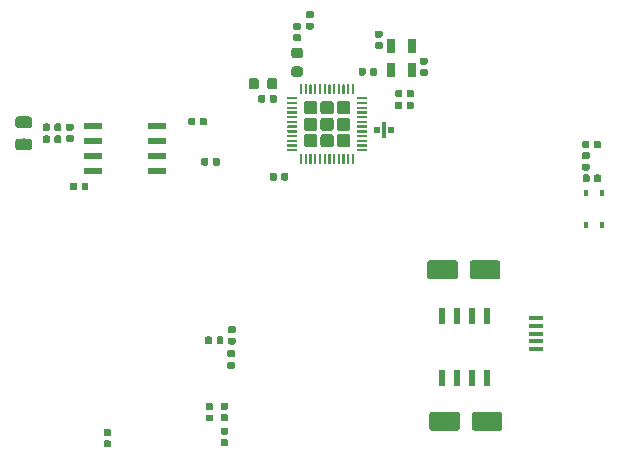
<source format=gbr>
G04 #@! TF.GenerationSoftware,KiCad,Pcbnew,(5.1.2)-1*
G04 #@! TF.CreationDate,2019-08-02T22:36:28-03:00*
G04 #@! TF.ProjectId,Medidor,4d656469-646f-4722-9e6b-696361645f70,rev?*
G04 #@! TF.SameCoordinates,Original*
G04 #@! TF.FileFunction,Paste,Top*
G04 #@! TF.FilePolarity,Positive*
%FSLAX46Y46*%
G04 Gerber Fmt 4.6, Leading zero omitted, Abs format (unit mm)*
G04 Created by KiCad (PCBNEW (5.1.2)-1) date 2019-08-02 22:36:28*
%MOMM*%
%LPD*%
G04 APERTURE LIST*
%ADD10C,0.100000*%
%ADD11C,0.590000*%
%ADD12C,0.875000*%
%ADD13C,1.600000*%
%ADD14C,0.200000*%
%ADD15C,1.130000*%
%ADD16R,0.310000X0.520000*%
%ADD17C,0.975000*%
%ADD18R,0.760000X1.200000*%
%ADD19R,0.300000X0.725000*%
%ADD20R,0.600000X0.600000*%
%ADD21R,0.600000X1.400000*%
%ADD22R,1.550000X0.600000*%
%ADD23R,1.300000X0.450000*%
G04 APERTURE END LIST*
D10*
G36*
X126064958Y-100328210D02*
G01*
X126079276Y-100330334D01*
X126093317Y-100333851D01*
X126106946Y-100338728D01*
X126120031Y-100344917D01*
X126132447Y-100352358D01*
X126144073Y-100360981D01*
X126154798Y-100370702D01*
X126164519Y-100381427D01*
X126173142Y-100393053D01*
X126180583Y-100405469D01*
X126186772Y-100418554D01*
X126191649Y-100432183D01*
X126195166Y-100446224D01*
X126197290Y-100460542D01*
X126198000Y-100475000D01*
X126198000Y-100820000D01*
X126197290Y-100834458D01*
X126195166Y-100848776D01*
X126191649Y-100862817D01*
X126186772Y-100876446D01*
X126180583Y-100889531D01*
X126173142Y-100901947D01*
X126164519Y-100913573D01*
X126154798Y-100924298D01*
X126144073Y-100934019D01*
X126132447Y-100942642D01*
X126120031Y-100950083D01*
X126106946Y-100956272D01*
X126093317Y-100961149D01*
X126079276Y-100964666D01*
X126064958Y-100966790D01*
X126050500Y-100967500D01*
X125755500Y-100967500D01*
X125741042Y-100966790D01*
X125726724Y-100964666D01*
X125712683Y-100961149D01*
X125699054Y-100956272D01*
X125685969Y-100950083D01*
X125673553Y-100942642D01*
X125661927Y-100934019D01*
X125651202Y-100924298D01*
X125641481Y-100913573D01*
X125632858Y-100901947D01*
X125625417Y-100889531D01*
X125619228Y-100876446D01*
X125614351Y-100862817D01*
X125610834Y-100848776D01*
X125608710Y-100834458D01*
X125608000Y-100820000D01*
X125608000Y-100475000D01*
X125608710Y-100460542D01*
X125610834Y-100446224D01*
X125614351Y-100432183D01*
X125619228Y-100418554D01*
X125625417Y-100405469D01*
X125632858Y-100393053D01*
X125641481Y-100381427D01*
X125651202Y-100370702D01*
X125661927Y-100360981D01*
X125673553Y-100352358D01*
X125685969Y-100344917D01*
X125699054Y-100338728D01*
X125712683Y-100333851D01*
X125726724Y-100330334D01*
X125741042Y-100328210D01*
X125755500Y-100327500D01*
X126050500Y-100327500D01*
X126064958Y-100328210D01*
X126064958Y-100328210D01*
G37*
D11*
X125903000Y-100647500D03*
D10*
G36*
X127034958Y-100328210D02*
G01*
X127049276Y-100330334D01*
X127063317Y-100333851D01*
X127076946Y-100338728D01*
X127090031Y-100344917D01*
X127102447Y-100352358D01*
X127114073Y-100360981D01*
X127124798Y-100370702D01*
X127134519Y-100381427D01*
X127143142Y-100393053D01*
X127150583Y-100405469D01*
X127156772Y-100418554D01*
X127161649Y-100432183D01*
X127165166Y-100446224D01*
X127167290Y-100460542D01*
X127168000Y-100475000D01*
X127168000Y-100820000D01*
X127167290Y-100834458D01*
X127165166Y-100848776D01*
X127161649Y-100862817D01*
X127156772Y-100876446D01*
X127150583Y-100889531D01*
X127143142Y-100901947D01*
X127134519Y-100913573D01*
X127124798Y-100924298D01*
X127114073Y-100934019D01*
X127102447Y-100942642D01*
X127090031Y-100950083D01*
X127076946Y-100956272D01*
X127063317Y-100961149D01*
X127049276Y-100964666D01*
X127034958Y-100966790D01*
X127020500Y-100967500D01*
X126725500Y-100967500D01*
X126711042Y-100966790D01*
X126696724Y-100964666D01*
X126682683Y-100961149D01*
X126669054Y-100956272D01*
X126655969Y-100950083D01*
X126643553Y-100942642D01*
X126631927Y-100934019D01*
X126621202Y-100924298D01*
X126611481Y-100913573D01*
X126602858Y-100901947D01*
X126595417Y-100889531D01*
X126589228Y-100876446D01*
X126584351Y-100862817D01*
X126580834Y-100848776D01*
X126578710Y-100834458D01*
X126578000Y-100820000D01*
X126578000Y-100475000D01*
X126578710Y-100460542D01*
X126580834Y-100446224D01*
X126584351Y-100432183D01*
X126589228Y-100418554D01*
X126595417Y-100405469D01*
X126602858Y-100393053D01*
X126611481Y-100381427D01*
X126621202Y-100370702D01*
X126631927Y-100360981D01*
X126643553Y-100352358D01*
X126655969Y-100344917D01*
X126669054Y-100338728D01*
X126682683Y-100333851D01*
X126696724Y-100330334D01*
X126711042Y-100328210D01*
X126725500Y-100327500D01*
X127020500Y-100327500D01*
X127034958Y-100328210D01*
X127034958Y-100328210D01*
G37*
D11*
X126873000Y-100647500D03*
D10*
G36*
X124392958Y-95319210D02*
G01*
X124407276Y-95321334D01*
X124421317Y-95324851D01*
X124434946Y-95329728D01*
X124448031Y-95335917D01*
X124460447Y-95343358D01*
X124472073Y-95351981D01*
X124482798Y-95361702D01*
X124492519Y-95372427D01*
X124501142Y-95384053D01*
X124508583Y-95396469D01*
X124514772Y-95409554D01*
X124519649Y-95423183D01*
X124523166Y-95437224D01*
X124525290Y-95451542D01*
X124526000Y-95466000D01*
X124526000Y-95761000D01*
X124525290Y-95775458D01*
X124523166Y-95789776D01*
X124519649Y-95803817D01*
X124514772Y-95817446D01*
X124508583Y-95830531D01*
X124501142Y-95842947D01*
X124492519Y-95854573D01*
X124482798Y-95865298D01*
X124472073Y-95875019D01*
X124460447Y-95883642D01*
X124448031Y-95891083D01*
X124434946Y-95897272D01*
X124421317Y-95902149D01*
X124407276Y-95905666D01*
X124392958Y-95907790D01*
X124378500Y-95908500D01*
X124033500Y-95908500D01*
X124019042Y-95907790D01*
X124004724Y-95905666D01*
X123990683Y-95902149D01*
X123977054Y-95897272D01*
X123963969Y-95891083D01*
X123951553Y-95883642D01*
X123939927Y-95875019D01*
X123929202Y-95865298D01*
X123919481Y-95854573D01*
X123910858Y-95842947D01*
X123903417Y-95830531D01*
X123897228Y-95817446D01*
X123892351Y-95803817D01*
X123888834Y-95789776D01*
X123886710Y-95775458D01*
X123886000Y-95761000D01*
X123886000Y-95466000D01*
X123886710Y-95451542D01*
X123888834Y-95437224D01*
X123892351Y-95423183D01*
X123897228Y-95409554D01*
X123903417Y-95396469D01*
X123910858Y-95384053D01*
X123919481Y-95372427D01*
X123929202Y-95361702D01*
X123939927Y-95351981D01*
X123951553Y-95343358D01*
X123963969Y-95335917D01*
X123977054Y-95329728D01*
X123990683Y-95324851D01*
X124004724Y-95321334D01*
X124019042Y-95319210D01*
X124033500Y-95318500D01*
X124378500Y-95318500D01*
X124392958Y-95319210D01*
X124392958Y-95319210D01*
G37*
D11*
X124206000Y-95613500D03*
D10*
G36*
X124392958Y-96289210D02*
G01*
X124407276Y-96291334D01*
X124421317Y-96294851D01*
X124434946Y-96299728D01*
X124448031Y-96305917D01*
X124460447Y-96313358D01*
X124472073Y-96321981D01*
X124482798Y-96331702D01*
X124492519Y-96342427D01*
X124501142Y-96354053D01*
X124508583Y-96366469D01*
X124514772Y-96379554D01*
X124519649Y-96393183D01*
X124523166Y-96407224D01*
X124525290Y-96421542D01*
X124526000Y-96436000D01*
X124526000Y-96731000D01*
X124525290Y-96745458D01*
X124523166Y-96759776D01*
X124519649Y-96773817D01*
X124514772Y-96787446D01*
X124508583Y-96800531D01*
X124501142Y-96812947D01*
X124492519Y-96824573D01*
X124482798Y-96835298D01*
X124472073Y-96845019D01*
X124460447Y-96853642D01*
X124448031Y-96861083D01*
X124434946Y-96867272D01*
X124421317Y-96872149D01*
X124407276Y-96875666D01*
X124392958Y-96877790D01*
X124378500Y-96878500D01*
X124033500Y-96878500D01*
X124019042Y-96877790D01*
X124004724Y-96875666D01*
X123990683Y-96872149D01*
X123977054Y-96867272D01*
X123963969Y-96861083D01*
X123951553Y-96853642D01*
X123939927Y-96845019D01*
X123929202Y-96835298D01*
X123919481Y-96824573D01*
X123910858Y-96812947D01*
X123903417Y-96800531D01*
X123897228Y-96787446D01*
X123892351Y-96773817D01*
X123888834Y-96759776D01*
X123886710Y-96745458D01*
X123886000Y-96731000D01*
X123886000Y-96436000D01*
X123886710Y-96421542D01*
X123888834Y-96407224D01*
X123892351Y-96393183D01*
X123897228Y-96379554D01*
X123903417Y-96366469D01*
X123910858Y-96354053D01*
X123919481Y-96342427D01*
X123929202Y-96331702D01*
X123939927Y-96321981D01*
X123951553Y-96313358D01*
X123963969Y-96305917D01*
X123977054Y-96299728D01*
X123990683Y-96294851D01*
X124004724Y-96291334D01*
X124019042Y-96289210D01*
X124033500Y-96288500D01*
X124378500Y-96288500D01*
X124392958Y-96289210D01*
X124392958Y-96289210D01*
G37*
D11*
X124206000Y-96583500D03*
D10*
G36*
X128202958Y-97605210D02*
G01*
X128217276Y-97607334D01*
X128231317Y-97610851D01*
X128244946Y-97615728D01*
X128258031Y-97621917D01*
X128270447Y-97629358D01*
X128282073Y-97637981D01*
X128292798Y-97647702D01*
X128302519Y-97658427D01*
X128311142Y-97670053D01*
X128318583Y-97682469D01*
X128324772Y-97695554D01*
X128329649Y-97709183D01*
X128333166Y-97723224D01*
X128335290Y-97737542D01*
X128336000Y-97752000D01*
X128336000Y-98047000D01*
X128335290Y-98061458D01*
X128333166Y-98075776D01*
X128329649Y-98089817D01*
X128324772Y-98103446D01*
X128318583Y-98116531D01*
X128311142Y-98128947D01*
X128302519Y-98140573D01*
X128292798Y-98151298D01*
X128282073Y-98161019D01*
X128270447Y-98169642D01*
X128258031Y-98177083D01*
X128244946Y-98183272D01*
X128231317Y-98188149D01*
X128217276Y-98191666D01*
X128202958Y-98193790D01*
X128188500Y-98194500D01*
X127843500Y-98194500D01*
X127829042Y-98193790D01*
X127814724Y-98191666D01*
X127800683Y-98188149D01*
X127787054Y-98183272D01*
X127773969Y-98177083D01*
X127761553Y-98169642D01*
X127749927Y-98161019D01*
X127739202Y-98151298D01*
X127729481Y-98140573D01*
X127720858Y-98128947D01*
X127713417Y-98116531D01*
X127707228Y-98103446D01*
X127702351Y-98089817D01*
X127698834Y-98075776D01*
X127696710Y-98061458D01*
X127696000Y-98047000D01*
X127696000Y-97752000D01*
X127696710Y-97737542D01*
X127698834Y-97723224D01*
X127702351Y-97709183D01*
X127707228Y-97695554D01*
X127713417Y-97682469D01*
X127720858Y-97670053D01*
X127729481Y-97658427D01*
X127739202Y-97647702D01*
X127749927Y-97637981D01*
X127761553Y-97629358D01*
X127773969Y-97621917D01*
X127787054Y-97615728D01*
X127800683Y-97610851D01*
X127814724Y-97607334D01*
X127829042Y-97605210D01*
X127843500Y-97604500D01*
X128188500Y-97604500D01*
X128202958Y-97605210D01*
X128202958Y-97605210D01*
G37*
D11*
X128016000Y-97899500D03*
D10*
G36*
X128202958Y-98575210D02*
G01*
X128217276Y-98577334D01*
X128231317Y-98580851D01*
X128244946Y-98585728D01*
X128258031Y-98591917D01*
X128270447Y-98599358D01*
X128282073Y-98607981D01*
X128292798Y-98617702D01*
X128302519Y-98628427D01*
X128311142Y-98640053D01*
X128318583Y-98652469D01*
X128324772Y-98665554D01*
X128329649Y-98679183D01*
X128333166Y-98693224D01*
X128335290Y-98707542D01*
X128336000Y-98722000D01*
X128336000Y-99017000D01*
X128335290Y-99031458D01*
X128333166Y-99045776D01*
X128329649Y-99059817D01*
X128324772Y-99073446D01*
X128318583Y-99086531D01*
X128311142Y-99098947D01*
X128302519Y-99110573D01*
X128292798Y-99121298D01*
X128282073Y-99131019D01*
X128270447Y-99139642D01*
X128258031Y-99147083D01*
X128244946Y-99153272D01*
X128231317Y-99158149D01*
X128217276Y-99161666D01*
X128202958Y-99163790D01*
X128188500Y-99164500D01*
X127843500Y-99164500D01*
X127829042Y-99163790D01*
X127814724Y-99161666D01*
X127800683Y-99158149D01*
X127787054Y-99153272D01*
X127773969Y-99147083D01*
X127761553Y-99139642D01*
X127749927Y-99131019D01*
X127739202Y-99121298D01*
X127729481Y-99110573D01*
X127720858Y-99098947D01*
X127713417Y-99086531D01*
X127707228Y-99073446D01*
X127702351Y-99059817D01*
X127698834Y-99045776D01*
X127696710Y-99031458D01*
X127696000Y-99017000D01*
X127696000Y-98722000D01*
X127696710Y-98707542D01*
X127698834Y-98693224D01*
X127702351Y-98679183D01*
X127707228Y-98665554D01*
X127713417Y-98652469D01*
X127720858Y-98640053D01*
X127729481Y-98628427D01*
X127739202Y-98617702D01*
X127749927Y-98607981D01*
X127761553Y-98599358D01*
X127773969Y-98591917D01*
X127787054Y-98585728D01*
X127800683Y-98580851D01*
X127814724Y-98577334D01*
X127829042Y-98575210D01*
X127843500Y-98574500D01*
X128188500Y-98574500D01*
X128202958Y-98575210D01*
X128202958Y-98575210D01*
G37*
D11*
X128016000Y-98869500D03*
D10*
G36*
X118550958Y-94638210D02*
G01*
X118565276Y-94640334D01*
X118579317Y-94643851D01*
X118592946Y-94648728D01*
X118606031Y-94654917D01*
X118618447Y-94662358D01*
X118630073Y-94670981D01*
X118640798Y-94680702D01*
X118650519Y-94691427D01*
X118659142Y-94703053D01*
X118666583Y-94715469D01*
X118672772Y-94728554D01*
X118677649Y-94742183D01*
X118681166Y-94756224D01*
X118683290Y-94770542D01*
X118684000Y-94785000D01*
X118684000Y-95080000D01*
X118683290Y-95094458D01*
X118681166Y-95108776D01*
X118677649Y-95122817D01*
X118672772Y-95136446D01*
X118666583Y-95149531D01*
X118659142Y-95161947D01*
X118650519Y-95173573D01*
X118640798Y-95184298D01*
X118630073Y-95194019D01*
X118618447Y-95202642D01*
X118606031Y-95210083D01*
X118592946Y-95216272D01*
X118579317Y-95221149D01*
X118565276Y-95224666D01*
X118550958Y-95226790D01*
X118536500Y-95227500D01*
X118191500Y-95227500D01*
X118177042Y-95226790D01*
X118162724Y-95224666D01*
X118148683Y-95221149D01*
X118135054Y-95216272D01*
X118121969Y-95210083D01*
X118109553Y-95202642D01*
X118097927Y-95194019D01*
X118087202Y-95184298D01*
X118077481Y-95173573D01*
X118068858Y-95161947D01*
X118061417Y-95149531D01*
X118055228Y-95136446D01*
X118050351Y-95122817D01*
X118046834Y-95108776D01*
X118044710Y-95094458D01*
X118044000Y-95080000D01*
X118044000Y-94785000D01*
X118044710Y-94770542D01*
X118046834Y-94756224D01*
X118050351Y-94742183D01*
X118055228Y-94728554D01*
X118061417Y-94715469D01*
X118068858Y-94703053D01*
X118077481Y-94691427D01*
X118087202Y-94680702D01*
X118097927Y-94670981D01*
X118109553Y-94662358D01*
X118121969Y-94654917D01*
X118135054Y-94648728D01*
X118148683Y-94643851D01*
X118162724Y-94640334D01*
X118177042Y-94638210D01*
X118191500Y-94637500D01*
X118536500Y-94637500D01*
X118550958Y-94638210D01*
X118550958Y-94638210D01*
G37*
D11*
X118364000Y-94932500D03*
D10*
G36*
X118550958Y-93668210D02*
G01*
X118565276Y-93670334D01*
X118579317Y-93673851D01*
X118592946Y-93678728D01*
X118606031Y-93684917D01*
X118618447Y-93692358D01*
X118630073Y-93700981D01*
X118640798Y-93710702D01*
X118650519Y-93721427D01*
X118659142Y-93733053D01*
X118666583Y-93745469D01*
X118672772Y-93758554D01*
X118677649Y-93772183D01*
X118681166Y-93786224D01*
X118683290Y-93800542D01*
X118684000Y-93815000D01*
X118684000Y-94110000D01*
X118683290Y-94124458D01*
X118681166Y-94138776D01*
X118677649Y-94152817D01*
X118672772Y-94166446D01*
X118666583Y-94179531D01*
X118659142Y-94191947D01*
X118650519Y-94203573D01*
X118640798Y-94214298D01*
X118630073Y-94224019D01*
X118618447Y-94232642D01*
X118606031Y-94240083D01*
X118592946Y-94246272D01*
X118579317Y-94251149D01*
X118565276Y-94254666D01*
X118550958Y-94256790D01*
X118536500Y-94257500D01*
X118191500Y-94257500D01*
X118177042Y-94256790D01*
X118162724Y-94254666D01*
X118148683Y-94251149D01*
X118135054Y-94246272D01*
X118121969Y-94240083D01*
X118109553Y-94232642D01*
X118097927Y-94224019D01*
X118087202Y-94214298D01*
X118077481Y-94203573D01*
X118068858Y-94191947D01*
X118061417Y-94179531D01*
X118055228Y-94166446D01*
X118050351Y-94152817D01*
X118046834Y-94138776D01*
X118044710Y-94124458D01*
X118044000Y-94110000D01*
X118044000Y-93815000D01*
X118044710Y-93800542D01*
X118046834Y-93786224D01*
X118050351Y-93772183D01*
X118055228Y-93758554D01*
X118061417Y-93745469D01*
X118068858Y-93733053D01*
X118077481Y-93721427D01*
X118087202Y-93710702D01*
X118097927Y-93700981D01*
X118109553Y-93692358D01*
X118121969Y-93684917D01*
X118135054Y-93678728D01*
X118148683Y-93673851D01*
X118162724Y-93670334D01*
X118177042Y-93668210D01*
X118191500Y-93667500D01*
X118536500Y-93667500D01*
X118550958Y-93668210D01*
X118550958Y-93668210D01*
G37*
D11*
X118364000Y-93962500D03*
D10*
G36*
X98230958Y-103193210D02*
G01*
X98245276Y-103195334D01*
X98259317Y-103198851D01*
X98272946Y-103203728D01*
X98286031Y-103209917D01*
X98298447Y-103217358D01*
X98310073Y-103225981D01*
X98320798Y-103235702D01*
X98330519Y-103246427D01*
X98339142Y-103258053D01*
X98346583Y-103270469D01*
X98352772Y-103283554D01*
X98357649Y-103297183D01*
X98361166Y-103311224D01*
X98363290Y-103325542D01*
X98364000Y-103340000D01*
X98364000Y-103635000D01*
X98363290Y-103649458D01*
X98361166Y-103663776D01*
X98357649Y-103677817D01*
X98352772Y-103691446D01*
X98346583Y-103704531D01*
X98339142Y-103716947D01*
X98330519Y-103728573D01*
X98320798Y-103739298D01*
X98310073Y-103749019D01*
X98298447Y-103757642D01*
X98286031Y-103765083D01*
X98272946Y-103771272D01*
X98259317Y-103776149D01*
X98245276Y-103779666D01*
X98230958Y-103781790D01*
X98216500Y-103782500D01*
X97871500Y-103782500D01*
X97857042Y-103781790D01*
X97842724Y-103779666D01*
X97828683Y-103776149D01*
X97815054Y-103771272D01*
X97801969Y-103765083D01*
X97789553Y-103757642D01*
X97777927Y-103749019D01*
X97767202Y-103739298D01*
X97757481Y-103728573D01*
X97748858Y-103716947D01*
X97741417Y-103704531D01*
X97735228Y-103691446D01*
X97730351Y-103677817D01*
X97726834Y-103663776D01*
X97724710Y-103649458D01*
X97724000Y-103635000D01*
X97724000Y-103340000D01*
X97724710Y-103325542D01*
X97726834Y-103311224D01*
X97730351Y-103297183D01*
X97735228Y-103283554D01*
X97741417Y-103270469D01*
X97748858Y-103258053D01*
X97757481Y-103246427D01*
X97767202Y-103235702D01*
X97777927Y-103225981D01*
X97789553Y-103217358D01*
X97801969Y-103209917D01*
X97815054Y-103203728D01*
X97828683Y-103198851D01*
X97842724Y-103195334D01*
X97857042Y-103193210D01*
X97871500Y-103192500D01*
X98216500Y-103192500D01*
X98230958Y-103193210D01*
X98230958Y-103193210D01*
G37*
D11*
X98044000Y-103487500D03*
D10*
G36*
X98230958Y-104163210D02*
G01*
X98245276Y-104165334D01*
X98259317Y-104168851D01*
X98272946Y-104173728D01*
X98286031Y-104179917D01*
X98298447Y-104187358D01*
X98310073Y-104195981D01*
X98320798Y-104205702D01*
X98330519Y-104216427D01*
X98339142Y-104228053D01*
X98346583Y-104240469D01*
X98352772Y-104253554D01*
X98357649Y-104267183D01*
X98361166Y-104281224D01*
X98363290Y-104295542D01*
X98364000Y-104310000D01*
X98364000Y-104605000D01*
X98363290Y-104619458D01*
X98361166Y-104633776D01*
X98357649Y-104647817D01*
X98352772Y-104661446D01*
X98346583Y-104674531D01*
X98339142Y-104686947D01*
X98330519Y-104698573D01*
X98320798Y-104709298D01*
X98310073Y-104719019D01*
X98298447Y-104727642D01*
X98286031Y-104735083D01*
X98272946Y-104741272D01*
X98259317Y-104746149D01*
X98245276Y-104749666D01*
X98230958Y-104751790D01*
X98216500Y-104752500D01*
X97871500Y-104752500D01*
X97857042Y-104751790D01*
X97842724Y-104749666D01*
X97828683Y-104746149D01*
X97815054Y-104741272D01*
X97801969Y-104735083D01*
X97789553Y-104727642D01*
X97777927Y-104719019D01*
X97767202Y-104709298D01*
X97757481Y-104698573D01*
X97748858Y-104686947D01*
X97741417Y-104674531D01*
X97735228Y-104661446D01*
X97730351Y-104647817D01*
X97726834Y-104633776D01*
X97724710Y-104619458D01*
X97724000Y-104605000D01*
X97724000Y-104310000D01*
X97724710Y-104295542D01*
X97726834Y-104281224D01*
X97730351Y-104267183D01*
X97735228Y-104253554D01*
X97741417Y-104240469D01*
X97748858Y-104228053D01*
X97757481Y-104216427D01*
X97767202Y-104205702D01*
X97777927Y-104195981D01*
X97789553Y-104187358D01*
X97801969Y-104179917D01*
X97815054Y-104173728D01*
X97828683Y-104168851D01*
X97842724Y-104165334D01*
X97857042Y-104163210D01*
X97871500Y-104162500D01*
X98216500Y-104162500D01*
X98230958Y-104163210D01*
X98230958Y-104163210D01*
G37*
D11*
X98044000Y-104457500D03*
D10*
G36*
X115429191Y-99348053D02*
G01*
X115450426Y-99351203D01*
X115471250Y-99356419D01*
X115491462Y-99363651D01*
X115510868Y-99372830D01*
X115529281Y-99383866D01*
X115546524Y-99396654D01*
X115562430Y-99411070D01*
X115576846Y-99426976D01*
X115589634Y-99444219D01*
X115600670Y-99462632D01*
X115609849Y-99482038D01*
X115617081Y-99502250D01*
X115622297Y-99523074D01*
X115625447Y-99544309D01*
X115626500Y-99565750D01*
X115626500Y-100078250D01*
X115625447Y-100099691D01*
X115622297Y-100120926D01*
X115617081Y-100141750D01*
X115609849Y-100161962D01*
X115600670Y-100181368D01*
X115589634Y-100199781D01*
X115576846Y-100217024D01*
X115562430Y-100232930D01*
X115546524Y-100247346D01*
X115529281Y-100260134D01*
X115510868Y-100271170D01*
X115491462Y-100280349D01*
X115471250Y-100287581D01*
X115450426Y-100292797D01*
X115429191Y-100295947D01*
X115407750Y-100297000D01*
X114970250Y-100297000D01*
X114948809Y-100295947D01*
X114927574Y-100292797D01*
X114906750Y-100287581D01*
X114886538Y-100280349D01*
X114867132Y-100271170D01*
X114848719Y-100260134D01*
X114831476Y-100247346D01*
X114815570Y-100232930D01*
X114801154Y-100217024D01*
X114788366Y-100199781D01*
X114777330Y-100181368D01*
X114768151Y-100161962D01*
X114760919Y-100141750D01*
X114755703Y-100120926D01*
X114752553Y-100099691D01*
X114751500Y-100078250D01*
X114751500Y-99565750D01*
X114752553Y-99544309D01*
X114755703Y-99523074D01*
X114760919Y-99502250D01*
X114768151Y-99482038D01*
X114777330Y-99462632D01*
X114788366Y-99444219D01*
X114801154Y-99426976D01*
X114815570Y-99411070D01*
X114831476Y-99396654D01*
X114848719Y-99383866D01*
X114867132Y-99372830D01*
X114886538Y-99363651D01*
X114906750Y-99356419D01*
X114927574Y-99351203D01*
X114948809Y-99348053D01*
X114970250Y-99347000D01*
X115407750Y-99347000D01*
X115429191Y-99348053D01*
X115429191Y-99348053D01*
G37*
D12*
X115189000Y-99822000D03*
D10*
G36*
X113854191Y-99348053D02*
G01*
X113875426Y-99351203D01*
X113896250Y-99356419D01*
X113916462Y-99363651D01*
X113935868Y-99372830D01*
X113954281Y-99383866D01*
X113971524Y-99396654D01*
X113987430Y-99411070D01*
X114001846Y-99426976D01*
X114014634Y-99444219D01*
X114025670Y-99462632D01*
X114034849Y-99482038D01*
X114042081Y-99502250D01*
X114047297Y-99523074D01*
X114050447Y-99544309D01*
X114051500Y-99565750D01*
X114051500Y-100078250D01*
X114050447Y-100099691D01*
X114047297Y-100120926D01*
X114042081Y-100141750D01*
X114034849Y-100161962D01*
X114025670Y-100181368D01*
X114014634Y-100199781D01*
X114001846Y-100217024D01*
X113987430Y-100232930D01*
X113971524Y-100247346D01*
X113954281Y-100260134D01*
X113935868Y-100271170D01*
X113916462Y-100280349D01*
X113896250Y-100287581D01*
X113875426Y-100292797D01*
X113854191Y-100295947D01*
X113832750Y-100297000D01*
X113395250Y-100297000D01*
X113373809Y-100295947D01*
X113352574Y-100292797D01*
X113331750Y-100287581D01*
X113311538Y-100280349D01*
X113292132Y-100271170D01*
X113273719Y-100260134D01*
X113256476Y-100247346D01*
X113240570Y-100232930D01*
X113226154Y-100217024D01*
X113213366Y-100199781D01*
X113202330Y-100181368D01*
X113193151Y-100161962D01*
X113185919Y-100141750D01*
X113180703Y-100120926D01*
X113177553Y-100099691D01*
X113176500Y-100078250D01*
X113176500Y-99565750D01*
X113177553Y-99544309D01*
X113180703Y-99523074D01*
X113185919Y-99502250D01*
X113193151Y-99482038D01*
X113202330Y-99462632D01*
X113213366Y-99444219D01*
X113226154Y-99426976D01*
X113240570Y-99411070D01*
X113256476Y-99396654D01*
X113273719Y-99383866D01*
X113292132Y-99372830D01*
X113311538Y-99363651D01*
X113331750Y-99356419D01*
X113352574Y-99351203D01*
X113373809Y-99348053D01*
X113395250Y-99347000D01*
X113832750Y-99347000D01*
X113854191Y-99348053D01*
X113854191Y-99348053D01*
G37*
D12*
X113614000Y-99822000D03*
D10*
G36*
X115437458Y-107376710D02*
G01*
X115451776Y-107378834D01*
X115465817Y-107382351D01*
X115479446Y-107387228D01*
X115492531Y-107393417D01*
X115504947Y-107400858D01*
X115516573Y-107409481D01*
X115527298Y-107419202D01*
X115537019Y-107429927D01*
X115545642Y-107441553D01*
X115553083Y-107453969D01*
X115559272Y-107467054D01*
X115564149Y-107480683D01*
X115567666Y-107494724D01*
X115569790Y-107509042D01*
X115570500Y-107523500D01*
X115570500Y-107868500D01*
X115569790Y-107882958D01*
X115567666Y-107897276D01*
X115564149Y-107911317D01*
X115559272Y-107924946D01*
X115553083Y-107938031D01*
X115545642Y-107950447D01*
X115537019Y-107962073D01*
X115527298Y-107972798D01*
X115516573Y-107982519D01*
X115504947Y-107991142D01*
X115492531Y-107998583D01*
X115479446Y-108004772D01*
X115465817Y-108009649D01*
X115451776Y-108013166D01*
X115437458Y-108015290D01*
X115423000Y-108016000D01*
X115128000Y-108016000D01*
X115113542Y-108015290D01*
X115099224Y-108013166D01*
X115085183Y-108009649D01*
X115071554Y-108004772D01*
X115058469Y-107998583D01*
X115046053Y-107991142D01*
X115034427Y-107982519D01*
X115023702Y-107972798D01*
X115013981Y-107962073D01*
X115005358Y-107950447D01*
X114997917Y-107938031D01*
X114991728Y-107924946D01*
X114986851Y-107911317D01*
X114983334Y-107897276D01*
X114981210Y-107882958D01*
X114980500Y-107868500D01*
X114980500Y-107523500D01*
X114981210Y-107509042D01*
X114983334Y-107494724D01*
X114986851Y-107480683D01*
X114991728Y-107467054D01*
X114997917Y-107453969D01*
X115005358Y-107441553D01*
X115013981Y-107429927D01*
X115023702Y-107419202D01*
X115034427Y-107409481D01*
X115046053Y-107400858D01*
X115058469Y-107393417D01*
X115071554Y-107387228D01*
X115085183Y-107382351D01*
X115099224Y-107378834D01*
X115113542Y-107376710D01*
X115128000Y-107376000D01*
X115423000Y-107376000D01*
X115437458Y-107376710D01*
X115437458Y-107376710D01*
G37*
D11*
X115275500Y-107696000D03*
D10*
G36*
X116407458Y-107376710D02*
G01*
X116421776Y-107378834D01*
X116435817Y-107382351D01*
X116449446Y-107387228D01*
X116462531Y-107393417D01*
X116474947Y-107400858D01*
X116486573Y-107409481D01*
X116497298Y-107419202D01*
X116507019Y-107429927D01*
X116515642Y-107441553D01*
X116523083Y-107453969D01*
X116529272Y-107467054D01*
X116534149Y-107480683D01*
X116537666Y-107494724D01*
X116539790Y-107509042D01*
X116540500Y-107523500D01*
X116540500Y-107868500D01*
X116539790Y-107882958D01*
X116537666Y-107897276D01*
X116534149Y-107911317D01*
X116529272Y-107924946D01*
X116523083Y-107938031D01*
X116515642Y-107950447D01*
X116507019Y-107962073D01*
X116497298Y-107972798D01*
X116486573Y-107982519D01*
X116474947Y-107991142D01*
X116462531Y-107998583D01*
X116449446Y-108004772D01*
X116435817Y-108009649D01*
X116421776Y-108013166D01*
X116407458Y-108015290D01*
X116393000Y-108016000D01*
X116098000Y-108016000D01*
X116083542Y-108015290D01*
X116069224Y-108013166D01*
X116055183Y-108009649D01*
X116041554Y-108004772D01*
X116028469Y-107998583D01*
X116016053Y-107991142D01*
X116004427Y-107982519D01*
X115993702Y-107972798D01*
X115983981Y-107962073D01*
X115975358Y-107950447D01*
X115967917Y-107938031D01*
X115961728Y-107924946D01*
X115956851Y-107911317D01*
X115953334Y-107897276D01*
X115951210Y-107882958D01*
X115950500Y-107868500D01*
X115950500Y-107523500D01*
X115951210Y-107509042D01*
X115953334Y-107494724D01*
X115956851Y-107480683D01*
X115961728Y-107467054D01*
X115967917Y-107453969D01*
X115975358Y-107441553D01*
X115983981Y-107429927D01*
X115993702Y-107419202D01*
X116004427Y-107409481D01*
X116016053Y-107400858D01*
X116028469Y-107393417D01*
X116041554Y-107387228D01*
X116055183Y-107382351D01*
X116069224Y-107378834D01*
X116083542Y-107376710D01*
X116098000Y-107376000D01*
X116393000Y-107376000D01*
X116407458Y-107376710D01*
X116407458Y-107376710D01*
G37*
D11*
X116245500Y-107696000D03*
D10*
G36*
X122953458Y-98486710D02*
G01*
X122967776Y-98488834D01*
X122981817Y-98492351D01*
X122995446Y-98497228D01*
X123008531Y-98503417D01*
X123020947Y-98510858D01*
X123032573Y-98519481D01*
X123043298Y-98529202D01*
X123053019Y-98539927D01*
X123061642Y-98551553D01*
X123069083Y-98563969D01*
X123075272Y-98577054D01*
X123080149Y-98590683D01*
X123083666Y-98604724D01*
X123085790Y-98619042D01*
X123086500Y-98633500D01*
X123086500Y-98978500D01*
X123085790Y-98992958D01*
X123083666Y-99007276D01*
X123080149Y-99021317D01*
X123075272Y-99034946D01*
X123069083Y-99048031D01*
X123061642Y-99060447D01*
X123053019Y-99072073D01*
X123043298Y-99082798D01*
X123032573Y-99092519D01*
X123020947Y-99101142D01*
X123008531Y-99108583D01*
X122995446Y-99114772D01*
X122981817Y-99119649D01*
X122967776Y-99123166D01*
X122953458Y-99125290D01*
X122939000Y-99126000D01*
X122644000Y-99126000D01*
X122629542Y-99125290D01*
X122615224Y-99123166D01*
X122601183Y-99119649D01*
X122587554Y-99114772D01*
X122574469Y-99108583D01*
X122562053Y-99101142D01*
X122550427Y-99092519D01*
X122539702Y-99082798D01*
X122529981Y-99072073D01*
X122521358Y-99060447D01*
X122513917Y-99048031D01*
X122507728Y-99034946D01*
X122502851Y-99021317D01*
X122499334Y-99007276D01*
X122497210Y-98992958D01*
X122496500Y-98978500D01*
X122496500Y-98633500D01*
X122497210Y-98619042D01*
X122499334Y-98604724D01*
X122502851Y-98590683D01*
X122507728Y-98577054D01*
X122513917Y-98563969D01*
X122521358Y-98551553D01*
X122529981Y-98539927D01*
X122539702Y-98529202D01*
X122550427Y-98519481D01*
X122562053Y-98510858D01*
X122574469Y-98503417D01*
X122587554Y-98497228D01*
X122601183Y-98492351D01*
X122615224Y-98488834D01*
X122629542Y-98486710D01*
X122644000Y-98486000D01*
X122939000Y-98486000D01*
X122953458Y-98486710D01*
X122953458Y-98486710D01*
G37*
D11*
X122791500Y-98806000D03*
D10*
G36*
X123923458Y-98486710D02*
G01*
X123937776Y-98488834D01*
X123951817Y-98492351D01*
X123965446Y-98497228D01*
X123978531Y-98503417D01*
X123990947Y-98510858D01*
X124002573Y-98519481D01*
X124013298Y-98529202D01*
X124023019Y-98539927D01*
X124031642Y-98551553D01*
X124039083Y-98563969D01*
X124045272Y-98577054D01*
X124050149Y-98590683D01*
X124053666Y-98604724D01*
X124055790Y-98619042D01*
X124056500Y-98633500D01*
X124056500Y-98978500D01*
X124055790Y-98992958D01*
X124053666Y-99007276D01*
X124050149Y-99021317D01*
X124045272Y-99034946D01*
X124039083Y-99048031D01*
X124031642Y-99060447D01*
X124023019Y-99072073D01*
X124013298Y-99082798D01*
X124002573Y-99092519D01*
X123990947Y-99101142D01*
X123978531Y-99108583D01*
X123965446Y-99114772D01*
X123951817Y-99119649D01*
X123937776Y-99123166D01*
X123923458Y-99125290D01*
X123909000Y-99126000D01*
X123614000Y-99126000D01*
X123599542Y-99125290D01*
X123585224Y-99123166D01*
X123571183Y-99119649D01*
X123557554Y-99114772D01*
X123544469Y-99108583D01*
X123532053Y-99101142D01*
X123520427Y-99092519D01*
X123509702Y-99082798D01*
X123499981Y-99072073D01*
X123491358Y-99060447D01*
X123483917Y-99048031D01*
X123477728Y-99034946D01*
X123472851Y-99021317D01*
X123469334Y-99007276D01*
X123467210Y-98992958D01*
X123466500Y-98978500D01*
X123466500Y-98633500D01*
X123467210Y-98619042D01*
X123469334Y-98604724D01*
X123472851Y-98590683D01*
X123477728Y-98577054D01*
X123483917Y-98563969D01*
X123491358Y-98551553D01*
X123499981Y-98539927D01*
X123509702Y-98529202D01*
X123520427Y-98519481D01*
X123532053Y-98510858D01*
X123544469Y-98503417D01*
X123557554Y-98497228D01*
X123571183Y-98492351D01*
X123585224Y-98488834D01*
X123599542Y-98486710D01*
X123614000Y-98486000D01*
X123909000Y-98486000D01*
X123923458Y-98486710D01*
X123923458Y-98486710D01*
G37*
D11*
X123761500Y-98806000D03*
D10*
G36*
X114461958Y-100772710D02*
G01*
X114476276Y-100774834D01*
X114490317Y-100778351D01*
X114503946Y-100783228D01*
X114517031Y-100789417D01*
X114529447Y-100796858D01*
X114541073Y-100805481D01*
X114551798Y-100815202D01*
X114561519Y-100825927D01*
X114570142Y-100837553D01*
X114577583Y-100849969D01*
X114583772Y-100863054D01*
X114588649Y-100876683D01*
X114592166Y-100890724D01*
X114594290Y-100905042D01*
X114595000Y-100919500D01*
X114595000Y-101264500D01*
X114594290Y-101278958D01*
X114592166Y-101293276D01*
X114588649Y-101307317D01*
X114583772Y-101320946D01*
X114577583Y-101334031D01*
X114570142Y-101346447D01*
X114561519Y-101358073D01*
X114551798Y-101368798D01*
X114541073Y-101378519D01*
X114529447Y-101387142D01*
X114517031Y-101394583D01*
X114503946Y-101400772D01*
X114490317Y-101405649D01*
X114476276Y-101409166D01*
X114461958Y-101411290D01*
X114447500Y-101412000D01*
X114152500Y-101412000D01*
X114138042Y-101411290D01*
X114123724Y-101409166D01*
X114109683Y-101405649D01*
X114096054Y-101400772D01*
X114082969Y-101394583D01*
X114070553Y-101387142D01*
X114058927Y-101378519D01*
X114048202Y-101368798D01*
X114038481Y-101358073D01*
X114029858Y-101346447D01*
X114022417Y-101334031D01*
X114016228Y-101320946D01*
X114011351Y-101307317D01*
X114007834Y-101293276D01*
X114005710Y-101278958D01*
X114005000Y-101264500D01*
X114005000Y-100919500D01*
X114005710Y-100905042D01*
X114007834Y-100890724D01*
X114011351Y-100876683D01*
X114016228Y-100863054D01*
X114022417Y-100849969D01*
X114029858Y-100837553D01*
X114038481Y-100825927D01*
X114048202Y-100815202D01*
X114058927Y-100805481D01*
X114070553Y-100796858D01*
X114082969Y-100789417D01*
X114096054Y-100783228D01*
X114109683Y-100778351D01*
X114123724Y-100774834D01*
X114138042Y-100772710D01*
X114152500Y-100772000D01*
X114447500Y-100772000D01*
X114461958Y-100772710D01*
X114461958Y-100772710D01*
G37*
D11*
X114300000Y-101092000D03*
D10*
G36*
X115431958Y-100772710D02*
G01*
X115446276Y-100774834D01*
X115460317Y-100778351D01*
X115473946Y-100783228D01*
X115487031Y-100789417D01*
X115499447Y-100796858D01*
X115511073Y-100805481D01*
X115521798Y-100815202D01*
X115531519Y-100825927D01*
X115540142Y-100837553D01*
X115547583Y-100849969D01*
X115553772Y-100863054D01*
X115558649Y-100876683D01*
X115562166Y-100890724D01*
X115564290Y-100905042D01*
X115565000Y-100919500D01*
X115565000Y-101264500D01*
X115564290Y-101278958D01*
X115562166Y-101293276D01*
X115558649Y-101307317D01*
X115553772Y-101320946D01*
X115547583Y-101334031D01*
X115540142Y-101346447D01*
X115531519Y-101358073D01*
X115521798Y-101368798D01*
X115511073Y-101378519D01*
X115499447Y-101387142D01*
X115487031Y-101394583D01*
X115473946Y-101400772D01*
X115460317Y-101405649D01*
X115446276Y-101409166D01*
X115431958Y-101411290D01*
X115417500Y-101412000D01*
X115122500Y-101412000D01*
X115108042Y-101411290D01*
X115093724Y-101409166D01*
X115079683Y-101405649D01*
X115066054Y-101400772D01*
X115052969Y-101394583D01*
X115040553Y-101387142D01*
X115028927Y-101378519D01*
X115018202Y-101368798D01*
X115008481Y-101358073D01*
X114999858Y-101346447D01*
X114992417Y-101334031D01*
X114986228Y-101320946D01*
X114981351Y-101307317D01*
X114977834Y-101293276D01*
X114975710Y-101278958D01*
X114975000Y-101264500D01*
X114975000Y-100919500D01*
X114975710Y-100905042D01*
X114977834Y-100890724D01*
X114981351Y-100876683D01*
X114986228Y-100863054D01*
X114992417Y-100849969D01*
X114999858Y-100837553D01*
X115008481Y-100825927D01*
X115018202Y-100815202D01*
X115028927Y-100805481D01*
X115040553Y-100796858D01*
X115052969Y-100789417D01*
X115066054Y-100783228D01*
X115079683Y-100778351D01*
X115093724Y-100774834D01*
X115108042Y-100772710D01*
X115122500Y-100772000D01*
X115417500Y-100772000D01*
X115431958Y-100772710D01*
X115431958Y-100772710D01*
G37*
D11*
X115270000Y-101092000D03*
D10*
G36*
X98523458Y-108202210D02*
G01*
X98537776Y-108204334D01*
X98551817Y-108207851D01*
X98565446Y-108212728D01*
X98578531Y-108218917D01*
X98590947Y-108226358D01*
X98602573Y-108234981D01*
X98613298Y-108244702D01*
X98623019Y-108255427D01*
X98631642Y-108267053D01*
X98639083Y-108279469D01*
X98645272Y-108292554D01*
X98650149Y-108306183D01*
X98653666Y-108320224D01*
X98655790Y-108334542D01*
X98656500Y-108349000D01*
X98656500Y-108694000D01*
X98655790Y-108708458D01*
X98653666Y-108722776D01*
X98650149Y-108736817D01*
X98645272Y-108750446D01*
X98639083Y-108763531D01*
X98631642Y-108775947D01*
X98623019Y-108787573D01*
X98613298Y-108798298D01*
X98602573Y-108808019D01*
X98590947Y-108816642D01*
X98578531Y-108824083D01*
X98565446Y-108830272D01*
X98551817Y-108835149D01*
X98537776Y-108838666D01*
X98523458Y-108840790D01*
X98509000Y-108841500D01*
X98214000Y-108841500D01*
X98199542Y-108840790D01*
X98185224Y-108838666D01*
X98171183Y-108835149D01*
X98157554Y-108830272D01*
X98144469Y-108824083D01*
X98132053Y-108816642D01*
X98120427Y-108808019D01*
X98109702Y-108798298D01*
X98099981Y-108787573D01*
X98091358Y-108775947D01*
X98083917Y-108763531D01*
X98077728Y-108750446D01*
X98072851Y-108736817D01*
X98069334Y-108722776D01*
X98067210Y-108708458D01*
X98066500Y-108694000D01*
X98066500Y-108349000D01*
X98067210Y-108334542D01*
X98069334Y-108320224D01*
X98072851Y-108306183D01*
X98077728Y-108292554D01*
X98083917Y-108279469D01*
X98091358Y-108267053D01*
X98099981Y-108255427D01*
X98109702Y-108244702D01*
X98120427Y-108234981D01*
X98132053Y-108226358D01*
X98144469Y-108218917D01*
X98157554Y-108212728D01*
X98171183Y-108207851D01*
X98185224Y-108204334D01*
X98199542Y-108202210D01*
X98214000Y-108201500D01*
X98509000Y-108201500D01*
X98523458Y-108202210D01*
X98523458Y-108202210D01*
G37*
D11*
X98361500Y-108521500D03*
D10*
G36*
X99493458Y-108202210D02*
G01*
X99507776Y-108204334D01*
X99521817Y-108207851D01*
X99535446Y-108212728D01*
X99548531Y-108218917D01*
X99560947Y-108226358D01*
X99572573Y-108234981D01*
X99583298Y-108244702D01*
X99593019Y-108255427D01*
X99601642Y-108267053D01*
X99609083Y-108279469D01*
X99615272Y-108292554D01*
X99620149Y-108306183D01*
X99623666Y-108320224D01*
X99625790Y-108334542D01*
X99626500Y-108349000D01*
X99626500Y-108694000D01*
X99625790Y-108708458D01*
X99623666Y-108722776D01*
X99620149Y-108736817D01*
X99615272Y-108750446D01*
X99609083Y-108763531D01*
X99601642Y-108775947D01*
X99593019Y-108787573D01*
X99583298Y-108798298D01*
X99572573Y-108808019D01*
X99560947Y-108816642D01*
X99548531Y-108824083D01*
X99535446Y-108830272D01*
X99521817Y-108835149D01*
X99507776Y-108838666D01*
X99493458Y-108840790D01*
X99479000Y-108841500D01*
X99184000Y-108841500D01*
X99169542Y-108840790D01*
X99155224Y-108838666D01*
X99141183Y-108835149D01*
X99127554Y-108830272D01*
X99114469Y-108824083D01*
X99102053Y-108816642D01*
X99090427Y-108808019D01*
X99079702Y-108798298D01*
X99069981Y-108787573D01*
X99061358Y-108775947D01*
X99053917Y-108763531D01*
X99047728Y-108750446D01*
X99042851Y-108736817D01*
X99039334Y-108722776D01*
X99037210Y-108708458D01*
X99036500Y-108694000D01*
X99036500Y-108349000D01*
X99037210Y-108334542D01*
X99039334Y-108320224D01*
X99042851Y-108306183D01*
X99047728Y-108292554D01*
X99053917Y-108279469D01*
X99061358Y-108267053D01*
X99069981Y-108255427D01*
X99079702Y-108244702D01*
X99090427Y-108234981D01*
X99102053Y-108226358D01*
X99114469Y-108218917D01*
X99127554Y-108212728D01*
X99141183Y-108207851D01*
X99155224Y-108204334D01*
X99169542Y-108202210D01*
X99184000Y-108201500D01*
X99479000Y-108201500D01*
X99493458Y-108202210D01*
X99493458Y-108202210D01*
G37*
D11*
X99331500Y-108521500D03*
D10*
G36*
X134278004Y-114771204D02*
G01*
X134302273Y-114774804D01*
X134326071Y-114780765D01*
X134349171Y-114789030D01*
X134371349Y-114799520D01*
X134392393Y-114812133D01*
X134412098Y-114826747D01*
X134430277Y-114843223D01*
X134446753Y-114861402D01*
X134461367Y-114881107D01*
X134473980Y-114902151D01*
X134484470Y-114924329D01*
X134492735Y-114947429D01*
X134498696Y-114971227D01*
X134502296Y-114995496D01*
X134503500Y-115020000D01*
X134503500Y-116120000D01*
X134502296Y-116144504D01*
X134498696Y-116168773D01*
X134492735Y-116192571D01*
X134484470Y-116215671D01*
X134473980Y-116237849D01*
X134461367Y-116258893D01*
X134446753Y-116278598D01*
X134430277Y-116296777D01*
X134412098Y-116313253D01*
X134392393Y-116327867D01*
X134371349Y-116340480D01*
X134349171Y-116350970D01*
X134326071Y-116359235D01*
X134302273Y-116365196D01*
X134278004Y-116368796D01*
X134253500Y-116370000D01*
X132153500Y-116370000D01*
X132128996Y-116368796D01*
X132104727Y-116365196D01*
X132080929Y-116359235D01*
X132057829Y-116350970D01*
X132035651Y-116340480D01*
X132014607Y-116327867D01*
X131994902Y-116313253D01*
X131976723Y-116296777D01*
X131960247Y-116278598D01*
X131945633Y-116258893D01*
X131933020Y-116237849D01*
X131922530Y-116215671D01*
X131914265Y-116192571D01*
X131908304Y-116168773D01*
X131904704Y-116144504D01*
X131903500Y-116120000D01*
X131903500Y-115020000D01*
X131904704Y-114995496D01*
X131908304Y-114971227D01*
X131914265Y-114947429D01*
X131922530Y-114924329D01*
X131933020Y-114902151D01*
X131945633Y-114881107D01*
X131960247Y-114861402D01*
X131976723Y-114843223D01*
X131994902Y-114826747D01*
X132014607Y-114812133D01*
X132035651Y-114799520D01*
X132057829Y-114789030D01*
X132080929Y-114780765D01*
X132104727Y-114774804D01*
X132128996Y-114771204D01*
X132153500Y-114770000D01*
X134253500Y-114770000D01*
X134278004Y-114771204D01*
X134278004Y-114771204D01*
G37*
D13*
X133203500Y-115570000D03*
D10*
G36*
X130678004Y-114771204D02*
G01*
X130702273Y-114774804D01*
X130726071Y-114780765D01*
X130749171Y-114789030D01*
X130771349Y-114799520D01*
X130792393Y-114812133D01*
X130812098Y-114826747D01*
X130830277Y-114843223D01*
X130846753Y-114861402D01*
X130861367Y-114881107D01*
X130873980Y-114902151D01*
X130884470Y-114924329D01*
X130892735Y-114947429D01*
X130898696Y-114971227D01*
X130902296Y-114995496D01*
X130903500Y-115020000D01*
X130903500Y-116120000D01*
X130902296Y-116144504D01*
X130898696Y-116168773D01*
X130892735Y-116192571D01*
X130884470Y-116215671D01*
X130873980Y-116237849D01*
X130861367Y-116258893D01*
X130846753Y-116278598D01*
X130830277Y-116296777D01*
X130812098Y-116313253D01*
X130792393Y-116327867D01*
X130771349Y-116340480D01*
X130749171Y-116350970D01*
X130726071Y-116359235D01*
X130702273Y-116365196D01*
X130678004Y-116368796D01*
X130653500Y-116370000D01*
X128553500Y-116370000D01*
X128528996Y-116368796D01*
X128504727Y-116365196D01*
X128480929Y-116359235D01*
X128457829Y-116350970D01*
X128435651Y-116340480D01*
X128414607Y-116327867D01*
X128394902Y-116313253D01*
X128376723Y-116296777D01*
X128360247Y-116278598D01*
X128345633Y-116258893D01*
X128333020Y-116237849D01*
X128322530Y-116215671D01*
X128314265Y-116192571D01*
X128308304Y-116168773D01*
X128304704Y-116144504D01*
X128303500Y-116120000D01*
X128303500Y-115020000D01*
X128304704Y-114995496D01*
X128308304Y-114971227D01*
X128314265Y-114947429D01*
X128322530Y-114924329D01*
X128333020Y-114902151D01*
X128345633Y-114881107D01*
X128360247Y-114861402D01*
X128376723Y-114843223D01*
X128394902Y-114826747D01*
X128414607Y-114812133D01*
X128435651Y-114799520D01*
X128457829Y-114789030D01*
X128480929Y-114780765D01*
X128504727Y-114774804D01*
X128528996Y-114771204D01*
X128553500Y-114770000D01*
X130653500Y-114770000D01*
X130678004Y-114771204D01*
X130678004Y-114771204D01*
G37*
D13*
X129603500Y-115570000D03*
D10*
G36*
X127011958Y-101344210D02*
G01*
X127026276Y-101346334D01*
X127040317Y-101349851D01*
X127053946Y-101354728D01*
X127067031Y-101360917D01*
X127079447Y-101368358D01*
X127091073Y-101376981D01*
X127101798Y-101386702D01*
X127111519Y-101397427D01*
X127120142Y-101409053D01*
X127127583Y-101421469D01*
X127133772Y-101434554D01*
X127138649Y-101448183D01*
X127142166Y-101462224D01*
X127144290Y-101476542D01*
X127145000Y-101491000D01*
X127145000Y-101836000D01*
X127144290Y-101850458D01*
X127142166Y-101864776D01*
X127138649Y-101878817D01*
X127133772Y-101892446D01*
X127127583Y-101905531D01*
X127120142Y-101917947D01*
X127111519Y-101929573D01*
X127101798Y-101940298D01*
X127091073Y-101950019D01*
X127079447Y-101958642D01*
X127067031Y-101966083D01*
X127053946Y-101972272D01*
X127040317Y-101977149D01*
X127026276Y-101980666D01*
X127011958Y-101982790D01*
X126997500Y-101983500D01*
X126702500Y-101983500D01*
X126688042Y-101982790D01*
X126673724Y-101980666D01*
X126659683Y-101977149D01*
X126646054Y-101972272D01*
X126632969Y-101966083D01*
X126620553Y-101958642D01*
X126608927Y-101950019D01*
X126598202Y-101940298D01*
X126588481Y-101929573D01*
X126579858Y-101917947D01*
X126572417Y-101905531D01*
X126566228Y-101892446D01*
X126561351Y-101878817D01*
X126557834Y-101864776D01*
X126555710Y-101850458D01*
X126555000Y-101836000D01*
X126555000Y-101491000D01*
X126555710Y-101476542D01*
X126557834Y-101462224D01*
X126561351Y-101448183D01*
X126566228Y-101434554D01*
X126572417Y-101421469D01*
X126579858Y-101409053D01*
X126588481Y-101397427D01*
X126598202Y-101386702D01*
X126608927Y-101376981D01*
X126620553Y-101368358D01*
X126632969Y-101360917D01*
X126646054Y-101354728D01*
X126659683Y-101349851D01*
X126673724Y-101346334D01*
X126688042Y-101344210D01*
X126702500Y-101343500D01*
X126997500Y-101343500D01*
X127011958Y-101344210D01*
X127011958Y-101344210D01*
G37*
D11*
X126850000Y-101663500D03*
D10*
G36*
X126041958Y-101344210D02*
G01*
X126056276Y-101346334D01*
X126070317Y-101349851D01*
X126083946Y-101354728D01*
X126097031Y-101360917D01*
X126109447Y-101368358D01*
X126121073Y-101376981D01*
X126131798Y-101386702D01*
X126141519Y-101397427D01*
X126150142Y-101409053D01*
X126157583Y-101421469D01*
X126163772Y-101434554D01*
X126168649Y-101448183D01*
X126172166Y-101462224D01*
X126174290Y-101476542D01*
X126175000Y-101491000D01*
X126175000Y-101836000D01*
X126174290Y-101850458D01*
X126172166Y-101864776D01*
X126168649Y-101878817D01*
X126163772Y-101892446D01*
X126157583Y-101905531D01*
X126150142Y-101917947D01*
X126141519Y-101929573D01*
X126131798Y-101940298D01*
X126121073Y-101950019D01*
X126109447Y-101958642D01*
X126097031Y-101966083D01*
X126083946Y-101972272D01*
X126070317Y-101977149D01*
X126056276Y-101980666D01*
X126041958Y-101982790D01*
X126027500Y-101983500D01*
X125732500Y-101983500D01*
X125718042Y-101982790D01*
X125703724Y-101980666D01*
X125689683Y-101977149D01*
X125676054Y-101972272D01*
X125662969Y-101966083D01*
X125650553Y-101958642D01*
X125638927Y-101950019D01*
X125628202Y-101940298D01*
X125618481Y-101929573D01*
X125609858Y-101917947D01*
X125602417Y-101905531D01*
X125596228Y-101892446D01*
X125591351Y-101878817D01*
X125587834Y-101864776D01*
X125585710Y-101850458D01*
X125585000Y-101836000D01*
X125585000Y-101491000D01*
X125585710Y-101476542D01*
X125587834Y-101462224D01*
X125591351Y-101448183D01*
X125596228Y-101434554D01*
X125602417Y-101421469D01*
X125609858Y-101409053D01*
X125618481Y-101397427D01*
X125628202Y-101386702D01*
X125638927Y-101376981D01*
X125650553Y-101368358D01*
X125662969Y-101360917D01*
X125676054Y-101354728D01*
X125689683Y-101349851D01*
X125703724Y-101346334D01*
X125718042Y-101344210D01*
X125732500Y-101343500D01*
X126027500Y-101343500D01*
X126041958Y-101344210D01*
X126041958Y-101344210D01*
G37*
D11*
X125880000Y-101663500D03*
D10*
G36*
X111946958Y-121308210D02*
G01*
X111961276Y-121310334D01*
X111975317Y-121313851D01*
X111988946Y-121318728D01*
X112002031Y-121324917D01*
X112014447Y-121332358D01*
X112026073Y-121340981D01*
X112036798Y-121350702D01*
X112046519Y-121361427D01*
X112055142Y-121373053D01*
X112062583Y-121385469D01*
X112068772Y-121398554D01*
X112073649Y-121412183D01*
X112077166Y-121426224D01*
X112079290Y-121440542D01*
X112080000Y-121455000D01*
X112080000Y-121750000D01*
X112079290Y-121764458D01*
X112077166Y-121778776D01*
X112073649Y-121792817D01*
X112068772Y-121806446D01*
X112062583Y-121819531D01*
X112055142Y-121831947D01*
X112046519Y-121843573D01*
X112036798Y-121854298D01*
X112026073Y-121864019D01*
X112014447Y-121872642D01*
X112002031Y-121880083D01*
X111988946Y-121886272D01*
X111975317Y-121891149D01*
X111961276Y-121894666D01*
X111946958Y-121896790D01*
X111932500Y-121897500D01*
X111587500Y-121897500D01*
X111573042Y-121896790D01*
X111558724Y-121894666D01*
X111544683Y-121891149D01*
X111531054Y-121886272D01*
X111517969Y-121880083D01*
X111505553Y-121872642D01*
X111493927Y-121864019D01*
X111483202Y-121854298D01*
X111473481Y-121843573D01*
X111464858Y-121831947D01*
X111457417Y-121819531D01*
X111451228Y-121806446D01*
X111446351Y-121792817D01*
X111442834Y-121778776D01*
X111440710Y-121764458D01*
X111440000Y-121750000D01*
X111440000Y-121455000D01*
X111440710Y-121440542D01*
X111442834Y-121426224D01*
X111446351Y-121412183D01*
X111451228Y-121398554D01*
X111457417Y-121385469D01*
X111464858Y-121373053D01*
X111473481Y-121361427D01*
X111483202Y-121350702D01*
X111493927Y-121340981D01*
X111505553Y-121332358D01*
X111517969Y-121324917D01*
X111531054Y-121318728D01*
X111544683Y-121313851D01*
X111558724Y-121310334D01*
X111573042Y-121308210D01*
X111587500Y-121307500D01*
X111932500Y-121307500D01*
X111946958Y-121308210D01*
X111946958Y-121308210D01*
G37*
D11*
X111760000Y-121602500D03*
D10*
G36*
X111946958Y-120338210D02*
G01*
X111961276Y-120340334D01*
X111975317Y-120343851D01*
X111988946Y-120348728D01*
X112002031Y-120354917D01*
X112014447Y-120362358D01*
X112026073Y-120370981D01*
X112036798Y-120380702D01*
X112046519Y-120391427D01*
X112055142Y-120403053D01*
X112062583Y-120415469D01*
X112068772Y-120428554D01*
X112073649Y-120442183D01*
X112077166Y-120456224D01*
X112079290Y-120470542D01*
X112080000Y-120485000D01*
X112080000Y-120780000D01*
X112079290Y-120794458D01*
X112077166Y-120808776D01*
X112073649Y-120822817D01*
X112068772Y-120836446D01*
X112062583Y-120849531D01*
X112055142Y-120861947D01*
X112046519Y-120873573D01*
X112036798Y-120884298D01*
X112026073Y-120894019D01*
X112014447Y-120902642D01*
X112002031Y-120910083D01*
X111988946Y-120916272D01*
X111975317Y-120921149D01*
X111961276Y-120924666D01*
X111946958Y-120926790D01*
X111932500Y-120927500D01*
X111587500Y-120927500D01*
X111573042Y-120926790D01*
X111558724Y-120924666D01*
X111544683Y-120921149D01*
X111531054Y-120916272D01*
X111517969Y-120910083D01*
X111505553Y-120902642D01*
X111493927Y-120894019D01*
X111483202Y-120884298D01*
X111473481Y-120873573D01*
X111464858Y-120861947D01*
X111457417Y-120849531D01*
X111451228Y-120836446D01*
X111446351Y-120822817D01*
X111442834Y-120808776D01*
X111440710Y-120794458D01*
X111440000Y-120780000D01*
X111440000Y-120485000D01*
X111440710Y-120470542D01*
X111442834Y-120456224D01*
X111446351Y-120442183D01*
X111451228Y-120428554D01*
X111457417Y-120415469D01*
X111464858Y-120403053D01*
X111473481Y-120391427D01*
X111483202Y-120380702D01*
X111493927Y-120370981D01*
X111505553Y-120362358D01*
X111517969Y-120354917D01*
X111531054Y-120348728D01*
X111544683Y-120343851D01*
X111558724Y-120340334D01*
X111573042Y-120338210D01*
X111587500Y-120337500D01*
X111932500Y-120337500D01*
X111946958Y-120338210D01*
X111946958Y-120338210D01*
G37*
D11*
X111760000Y-120632500D03*
D10*
G36*
X110041958Y-126855710D02*
G01*
X110056276Y-126857834D01*
X110070317Y-126861351D01*
X110083946Y-126866228D01*
X110097031Y-126872417D01*
X110109447Y-126879858D01*
X110121073Y-126888481D01*
X110131798Y-126898202D01*
X110141519Y-126908927D01*
X110150142Y-126920553D01*
X110157583Y-126932969D01*
X110163772Y-126946054D01*
X110168649Y-126959683D01*
X110172166Y-126973724D01*
X110174290Y-126988042D01*
X110175000Y-127002500D01*
X110175000Y-127297500D01*
X110174290Y-127311958D01*
X110172166Y-127326276D01*
X110168649Y-127340317D01*
X110163772Y-127353946D01*
X110157583Y-127367031D01*
X110150142Y-127379447D01*
X110141519Y-127391073D01*
X110131798Y-127401798D01*
X110121073Y-127411519D01*
X110109447Y-127420142D01*
X110097031Y-127427583D01*
X110083946Y-127433772D01*
X110070317Y-127438649D01*
X110056276Y-127442166D01*
X110041958Y-127444290D01*
X110027500Y-127445000D01*
X109682500Y-127445000D01*
X109668042Y-127444290D01*
X109653724Y-127442166D01*
X109639683Y-127438649D01*
X109626054Y-127433772D01*
X109612969Y-127427583D01*
X109600553Y-127420142D01*
X109588927Y-127411519D01*
X109578202Y-127401798D01*
X109568481Y-127391073D01*
X109559858Y-127379447D01*
X109552417Y-127367031D01*
X109546228Y-127353946D01*
X109541351Y-127340317D01*
X109537834Y-127326276D01*
X109535710Y-127311958D01*
X109535000Y-127297500D01*
X109535000Y-127002500D01*
X109535710Y-126988042D01*
X109537834Y-126973724D01*
X109541351Y-126959683D01*
X109546228Y-126946054D01*
X109552417Y-126932969D01*
X109559858Y-126920553D01*
X109568481Y-126908927D01*
X109578202Y-126898202D01*
X109588927Y-126888481D01*
X109600553Y-126879858D01*
X109612969Y-126872417D01*
X109626054Y-126866228D01*
X109639683Y-126861351D01*
X109653724Y-126857834D01*
X109668042Y-126855710D01*
X109682500Y-126855000D01*
X110027500Y-126855000D01*
X110041958Y-126855710D01*
X110041958Y-126855710D01*
G37*
D11*
X109855000Y-127150000D03*
D10*
G36*
X110041958Y-127825710D02*
G01*
X110056276Y-127827834D01*
X110070317Y-127831351D01*
X110083946Y-127836228D01*
X110097031Y-127842417D01*
X110109447Y-127849858D01*
X110121073Y-127858481D01*
X110131798Y-127868202D01*
X110141519Y-127878927D01*
X110150142Y-127890553D01*
X110157583Y-127902969D01*
X110163772Y-127916054D01*
X110168649Y-127929683D01*
X110172166Y-127943724D01*
X110174290Y-127958042D01*
X110175000Y-127972500D01*
X110175000Y-128267500D01*
X110174290Y-128281958D01*
X110172166Y-128296276D01*
X110168649Y-128310317D01*
X110163772Y-128323946D01*
X110157583Y-128337031D01*
X110150142Y-128349447D01*
X110141519Y-128361073D01*
X110131798Y-128371798D01*
X110121073Y-128381519D01*
X110109447Y-128390142D01*
X110097031Y-128397583D01*
X110083946Y-128403772D01*
X110070317Y-128408649D01*
X110056276Y-128412166D01*
X110041958Y-128414290D01*
X110027500Y-128415000D01*
X109682500Y-128415000D01*
X109668042Y-128414290D01*
X109653724Y-128412166D01*
X109639683Y-128408649D01*
X109626054Y-128403772D01*
X109612969Y-128397583D01*
X109600553Y-128390142D01*
X109588927Y-128381519D01*
X109578202Y-128371798D01*
X109568481Y-128361073D01*
X109559858Y-128349447D01*
X109552417Y-128337031D01*
X109546228Y-128323946D01*
X109541351Y-128310317D01*
X109537834Y-128296276D01*
X109535710Y-128281958D01*
X109535000Y-128267500D01*
X109535000Y-127972500D01*
X109535710Y-127958042D01*
X109537834Y-127943724D01*
X109541351Y-127929683D01*
X109546228Y-127916054D01*
X109552417Y-127902969D01*
X109559858Y-127890553D01*
X109568481Y-127878927D01*
X109578202Y-127868202D01*
X109588927Y-127858481D01*
X109600553Y-127849858D01*
X109612969Y-127842417D01*
X109626054Y-127836228D01*
X109639683Y-127831351D01*
X109653724Y-127827834D01*
X109668042Y-127825710D01*
X109682500Y-127825000D01*
X110027500Y-127825000D01*
X110041958Y-127825710D01*
X110041958Y-127825710D01*
G37*
D11*
X109855000Y-128120000D03*
D10*
G36*
X130846504Y-127598204D02*
G01*
X130870773Y-127601804D01*
X130894571Y-127607765D01*
X130917671Y-127616030D01*
X130939849Y-127626520D01*
X130960893Y-127639133D01*
X130980598Y-127653747D01*
X130998777Y-127670223D01*
X131015253Y-127688402D01*
X131029867Y-127708107D01*
X131042480Y-127729151D01*
X131052970Y-127751329D01*
X131061235Y-127774429D01*
X131067196Y-127798227D01*
X131070796Y-127822496D01*
X131072000Y-127847000D01*
X131072000Y-128947000D01*
X131070796Y-128971504D01*
X131067196Y-128995773D01*
X131061235Y-129019571D01*
X131052970Y-129042671D01*
X131042480Y-129064849D01*
X131029867Y-129085893D01*
X131015253Y-129105598D01*
X130998777Y-129123777D01*
X130980598Y-129140253D01*
X130960893Y-129154867D01*
X130939849Y-129167480D01*
X130917671Y-129177970D01*
X130894571Y-129186235D01*
X130870773Y-129192196D01*
X130846504Y-129195796D01*
X130822000Y-129197000D01*
X128722000Y-129197000D01*
X128697496Y-129195796D01*
X128673227Y-129192196D01*
X128649429Y-129186235D01*
X128626329Y-129177970D01*
X128604151Y-129167480D01*
X128583107Y-129154867D01*
X128563402Y-129140253D01*
X128545223Y-129123777D01*
X128528747Y-129105598D01*
X128514133Y-129085893D01*
X128501520Y-129064849D01*
X128491030Y-129042671D01*
X128482765Y-129019571D01*
X128476804Y-128995773D01*
X128473204Y-128971504D01*
X128472000Y-128947000D01*
X128472000Y-127847000D01*
X128473204Y-127822496D01*
X128476804Y-127798227D01*
X128482765Y-127774429D01*
X128491030Y-127751329D01*
X128501520Y-127729151D01*
X128514133Y-127708107D01*
X128528747Y-127688402D01*
X128545223Y-127670223D01*
X128563402Y-127653747D01*
X128583107Y-127639133D01*
X128604151Y-127626520D01*
X128626329Y-127616030D01*
X128649429Y-127607765D01*
X128673227Y-127601804D01*
X128697496Y-127598204D01*
X128722000Y-127597000D01*
X130822000Y-127597000D01*
X130846504Y-127598204D01*
X130846504Y-127598204D01*
G37*
D13*
X129772000Y-128397000D03*
D10*
G36*
X134446504Y-127598204D02*
G01*
X134470773Y-127601804D01*
X134494571Y-127607765D01*
X134517671Y-127616030D01*
X134539849Y-127626520D01*
X134560893Y-127639133D01*
X134580598Y-127653747D01*
X134598777Y-127670223D01*
X134615253Y-127688402D01*
X134629867Y-127708107D01*
X134642480Y-127729151D01*
X134652970Y-127751329D01*
X134661235Y-127774429D01*
X134667196Y-127798227D01*
X134670796Y-127822496D01*
X134672000Y-127847000D01*
X134672000Y-128947000D01*
X134670796Y-128971504D01*
X134667196Y-128995773D01*
X134661235Y-129019571D01*
X134652970Y-129042671D01*
X134642480Y-129064849D01*
X134629867Y-129085893D01*
X134615253Y-129105598D01*
X134598777Y-129123777D01*
X134580598Y-129140253D01*
X134560893Y-129154867D01*
X134539849Y-129167480D01*
X134517671Y-129177970D01*
X134494571Y-129186235D01*
X134470773Y-129192196D01*
X134446504Y-129195796D01*
X134422000Y-129197000D01*
X132322000Y-129197000D01*
X132297496Y-129195796D01*
X132273227Y-129192196D01*
X132249429Y-129186235D01*
X132226329Y-129177970D01*
X132204151Y-129167480D01*
X132183107Y-129154867D01*
X132163402Y-129140253D01*
X132145223Y-129123777D01*
X132128747Y-129105598D01*
X132114133Y-129085893D01*
X132101520Y-129064849D01*
X132091030Y-129042671D01*
X132082765Y-129019571D01*
X132076804Y-128995773D01*
X132073204Y-128971504D01*
X132072000Y-128947000D01*
X132072000Y-127847000D01*
X132073204Y-127822496D01*
X132076804Y-127798227D01*
X132082765Y-127774429D01*
X132091030Y-127751329D01*
X132101520Y-127729151D01*
X132114133Y-127708107D01*
X132128747Y-127688402D01*
X132145223Y-127670223D01*
X132163402Y-127653747D01*
X132183107Y-127639133D01*
X132204151Y-127626520D01*
X132226329Y-127616030D01*
X132249429Y-127607765D01*
X132273227Y-127601804D01*
X132297496Y-127598204D01*
X132322000Y-127597000D01*
X134422000Y-127597000D01*
X134446504Y-127598204D01*
X134446504Y-127598204D01*
G37*
D13*
X133372000Y-128397000D03*
D10*
G36*
X117562191Y-96782053D02*
G01*
X117583426Y-96785203D01*
X117604250Y-96790419D01*
X117624462Y-96797651D01*
X117643868Y-96806830D01*
X117662281Y-96817866D01*
X117679524Y-96830654D01*
X117695430Y-96845070D01*
X117709846Y-96860976D01*
X117722634Y-96878219D01*
X117733670Y-96896632D01*
X117742849Y-96916038D01*
X117750081Y-96936250D01*
X117755297Y-96957074D01*
X117758447Y-96978309D01*
X117759500Y-96999750D01*
X117759500Y-97437250D01*
X117758447Y-97458691D01*
X117755297Y-97479926D01*
X117750081Y-97500750D01*
X117742849Y-97520962D01*
X117733670Y-97540368D01*
X117722634Y-97558781D01*
X117709846Y-97576024D01*
X117695430Y-97591930D01*
X117679524Y-97606346D01*
X117662281Y-97619134D01*
X117643868Y-97630170D01*
X117624462Y-97639349D01*
X117604250Y-97646581D01*
X117583426Y-97651797D01*
X117562191Y-97654947D01*
X117540750Y-97656000D01*
X117028250Y-97656000D01*
X117006809Y-97654947D01*
X116985574Y-97651797D01*
X116964750Y-97646581D01*
X116944538Y-97639349D01*
X116925132Y-97630170D01*
X116906719Y-97619134D01*
X116889476Y-97606346D01*
X116873570Y-97591930D01*
X116859154Y-97576024D01*
X116846366Y-97558781D01*
X116835330Y-97540368D01*
X116826151Y-97520962D01*
X116818919Y-97500750D01*
X116813703Y-97479926D01*
X116810553Y-97458691D01*
X116809500Y-97437250D01*
X116809500Y-96999750D01*
X116810553Y-96978309D01*
X116813703Y-96957074D01*
X116818919Y-96936250D01*
X116826151Y-96916038D01*
X116835330Y-96896632D01*
X116846366Y-96878219D01*
X116859154Y-96860976D01*
X116873570Y-96845070D01*
X116889476Y-96830654D01*
X116906719Y-96817866D01*
X116925132Y-96806830D01*
X116944538Y-96797651D01*
X116964750Y-96790419D01*
X116985574Y-96785203D01*
X117006809Y-96782053D01*
X117028250Y-96781000D01*
X117540750Y-96781000D01*
X117562191Y-96782053D01*
X117562191Y-96782053D01*
G37*
D12*
X117284500Y-97218500D03*
D10*
G36*
X117562191Y-98357053D02*
G01*
X117583426Y-98360203D01*
X117604250Y-98365419D01*
X117624462Y-98372651D01*
X117643868Y-98381830D01*
X117662281Y-98392866D01*
X117679524Y-98405654D01*
X117695430Y-98420070D01*
X117709846Y-98435976D01*
X117722634Y-98453219D01*
X117733670Y-98471632D01*
X117742849Y-98491038D01*
X117750081Y-98511250D01*
X117755297Y-98532074D01*
X117758447Y-98553309D01*
X117759500Y-98574750D01*
X117759500Y-99012250D01*
X117758447Y-99033691D01*
X117755297Y-99054926D01*
X117750081Y-99075750D01*
X117742849Y-99095962D01*
X117733670Y-99115368D01*
X117722634Y-99133781D01*
X117709846Y-99151024D01*
X117695430Y-99166930D01*
X117679524Y-99181346D01*
X117662281Y-99194134D01*
X117643868Y-99205170D01*
X117624462Y-99214349D01*
X117604250Y-99221581D01*
X117583426Y-99226797D01*
X117562191Y-99229947D01*
X117540750Y-99231000D01*
X117028250Y-99231000D01*
X117006809Y-99229947D01*
X116985574Y-99226797D01*
X116964750Y-99221581D01*
X116944538Y-99214349D01*
X116925132Y-99205170D01*
X116906719Y-99194134D01*
X116889476Y-99181346D01*
X116873570Y-99166930D01*
X116859154Y-99151024D01*
X116846366Y-99133781D01*
X116835330Y-99115368D01*
X116826151Y-99095962D01*
X116818919Y-99075750D01*
X116813703Y-99054926D01*
X116810553Y-99033691D01*
X116809500Y-99012250D01*
X116809500Y-98574750D01*
X116810553Y-98553309D01*
X116813703Y-98532074D01*
X116818919Y-98511250D01*
X116826151Y-98491038D01*
X116835330Y-98471632D01*
X116846366Y-98453219D01*
X116859154Y-98435976D01*
X116873570Y-98420070D01*
X116889476Y-98405654D01*
X116906719Y-98392866D01*
X116925132Y-98381830D01*
X116944538Y-98372651D01*
X116964750Y-98365419D01*
X116985574Y-98360203D01*
X117006809Y-98357053D01*
X117028250Y-98356000D01*
X117540750Y-98356000D01*
X117562191Y-98357053D01*
X117562191Y-98357053D01*
G37*
D12*
X117284500Y-98793500D03*
D10*
G36*
X117471458Y-94661210D02*
G01*
X117485776Y-94663334D01*
X117499817Y-94666851D01*
X117513446Y-94671728D01*
X117526531Y-94677917D01*
X117538947Y-94685358D01*
X117550573Y-94693981D01*
X117561298Y-94703702D01*
X117571019Y-94714427D01*
X117579642Y-94726053D01*
X117587083Y-94738469D01*
X117593272Y-94751554D01*
X117598149Y-94765183D01*
X117601666Y-94779224D01*
X117603790Y-94793542D01*
X117604500Y-94808000D01*
X117604500Y-95103000D01*
X117603790Y-95117458D01*
X117601666Y-95131776D01*
X117598149Y-95145817D01*
X117593272Y-95159446D01*
X117587083Y-95172531D01*
X117579642Y-95184947D01*
X117571019Y-95196573D01*
X117561298Y-95207298D01*
X117550573Y-95217019D01*
X117538947Y-95225642D01*
X117526531Y-95233083D01*
X117513446Y-95239272D01*
X117499817Y-95244149D01*
X117485776Y-95247666D01*
X117471458Y-95249790D01*
X117457000Y-95250500D01*
X117112000Y-95250500D01*
X117097542Y-95249790D01*
X117083224Y-95247666D01*
X117069183Y-95244149D01*
X117055554Y-95239272D01*
X117042469Y-95233083D01*
X117030053Y-95225642D01*
X117018427Y-95217019D01*
X117007702Y-95207298D01*
X116997981Y-95196573D01*
X116989358Y-95184947D01*
X116981917Y-95172531D01*
X116975728Y-95159446D01*
X116970851Y-95145817D01*
X116967334Y-95131776D01*
X116965210Y-95117458D01*
X116964500Y-95103000D01*
X116964500Y-94808000D01*
X116965210Y-94793542D01*
X116967334Y-94779224D01*
X116970851Y-94765183D01*
X116975728Y-94751554D01*
X116981917Y-94738469D01*
X116989358Y-94726053D01*
X116997981Y-94714427D01*
X117007702Y-94703702D01*
X117018427Y-94693981D01*
X117030053Y-94685358D01*
X117042469Y-94677917D01*
X117055554Y-94671728D01*
X117069183Y-94666851D01*
X117083224Y-94663334D01*
X117097542Y-94661210D01*
X117112000Y-94660500D01*
X117457000Y-94660500D01*
X117471458Y-94661210D01*
X117471458Y-94661210D01*
G37*
D11*
X117284500Y-94955500D03*
D10*
G36*
X117471458Y-95631210D02*
G01*
X117485776Y-95633334D01*
X117499817Y-95636851D01*
X117513446Y-95641728D01*
X117526531Y-95647917D01*
X117538947Y-95655358D01*
X117550573Y-95663981D01*
X117561298Y-95673702D01*
X117571019Y-95684427D01*
X117579642Y-95696053D01*
X117587083Y-95708469D01*
X117593272Y-95721554D01*
X117598149Y-95735183D01*
X117601666Y-95749224D01*
X117603790Y-95763542D01*
X117604500Y-95778000D01*
X117604500Y-96073000D01*
X117603790Y-96087458D01*
X117601666Y-96101776D01*
X117598149Y-96115817D01*
X117593272Y-96129446D01*
X117587083Y-96142531D01*
X117579642Y-96154947D01*
X117571019Y-96166573D01*
X117561298Y-96177298D01*
X117550573Y-96187019D01*
X117538947Y-96195642D01*
X117526531Y-96203083D01*
X117513446Y-96209272D01*
X117499817Y-96214149D01*
X117485776Y-96217666D01*
X117471458Y-96219790D01*
X117457000Y-96220500D01*
X117112000Y-96220500D01*
X117097542Y-96219790D01*
X117083224Y-96217666D01*
X117069183Y-96214149D01*
X117055554Y-96209272D01*
X117042469Y-96203083D01*
X117030053Y-96195642D01*
X117018427Y-96187019D01*
X117007702Y-96177298D01*
X116997981Y-96166573D01*
X116989358Y-96154947D01*
X116981917Y-96142531D01*
X116975728Y-96129446D01*
X116970851Y-96115817D01*
X116967334Y-96101776D01*
X116965210Y-96087458D01*
X116964500Y-96073000D01*
X116964500Y-95778000D01*
X116965210Y-95763542D01*
X116967334Y-95749224D01*
X116970851Y-95735183D01*
X116975728Y-95721554D01*
X116981917Y-95708469D01*
X116989358Y-95696053D01*
X116997981Y-95684427D01*
X117007702Y-95673702D01*
X117018427Y-95663981D01*
X117030053Y-95655358D01*
X117042469Y-95647917D01*
X117055554Y-95641728D01*
X117069183Y-95636851D01*
X117083224Y-95633334D01*
X117097542Y-95631210D01*
X117112000Y-95630500D01*
X117457000Y-95630500D01*
X117471458Y-95631210D01*
X117471458Y-95631210D01*
G37*
D11*
X117284500Y-95925500D03*
D10*
G36*
X117679401Y-99876241D02*
G01*
X117684255Y-99876961D01*
X117689014Y-99878153D01*
X117693634Y-99879806D01*
X117698070Y-99881904D01*
X117702279Y-99884427D01*
X117706220Y-99887349D01*
X117709855Y-99890645D01*
X117713151Y-99894280D01*
X117716073Y-99898221D01*
X117718596Y-99902430D01*
X117720694Y-99906866D01*
X117722347Y-99911486D01*
X117723539Y-99916245D01*
X117724259Y-99921099D01*
X117724500Y-99926000D01*
X117724500Y-100676000D01*
X117724259Y-100680901D01*
X117723539Y-100685755D01*
X117722347Y-100690514D01*
X117720694Y-100695134D01*
X117718596Y-100699570D01*
X117716073Y-100703779D01*
X117713151Y-100707720D01*
X117709855Y-100711355D01*
X117706220Y-100714651D01*
X117702279Y-100717573D01*
X117698070Y-100720096D01*
X117693634Y-100722194D01*
X117689014Y-100723847D01*
X117684255Y-100725039D01*
X117679401Y-100725759D01*
X117674500Y-100726000D01*
X117574500Y-100726000D01*
X117569599Y-100725759D01*
X117564745Y-100725039D01*
X117559986Y-100723847D01*
X117555366Y-100722194D01*
X117550930Y-100720096D01*
X117546721Y-100717573D01*
X117542780Y-100714651D01*
X117539145Y-100711355D01*
X117535849Y-100707720D01*
X117532927Y-100703779D01*
X117530404Y-100699570D01*
X117528306Y-100695134D01*
X117526653Y-100690514D01*
X117525461Y-100685755D01*
X117524741Y-100680901D01*
X117524500Y-100676000D01*
X117524500Y-99926000D01*
X117524741Y-99921099D01*
X117525461Y-99916245D01*
X117526653Y-99911486D01*
X117528306Y-99906866D01*
X117530404Y-99902430D01*
X117532927Y-99898221D01*
X117535849Y-99894280D01*
X117539145Y-99890645D01*
X117542780Y-99887349D01*
X117546721Y-99884427D01*
X117550930Y-99881904D01*
X117555366Y-99879806D01*
X117559986Y-99878153D01*
X117564745Y-99876961D01*
X117569599Y-99876241D01*
X117574500Y-99876000D01*
X117674500Y-99876000D01*
X117679401Y-99876241D01*
X117679401Y-99876241D01*
G37*
D14*
X117624500Y-100301000D03*
D10*
G36*
X118079401Y-99876241D02*
G01*
X118084255Y-99876961D01*
X118089014Y-99878153D01*
X118093634Y-99879806D01*
X118098070Y-99881904D01*
X118102279Y-99884427D01*
X118106220Y-99887349D01*
X118109855Y-99890645D01*
X118113151Y-99894280D01*
X118116073Y-99898221D01*
X118118596Y-99902430D01*
X118120694Y-99906866D01*
X118122347Y-99911486D01*
X118123539Y-99916245D01*
X118124259Y-99921099D01*
X118124500Y-99926000D01*
X118124500Y-100676000D01*
X118124259Y-100680901D01*
X118123539Y-100685755D01*
X118122347Y-100690514D01*
X118120694Y-100695134D01*
X118118596Y-100699570D01*
X118116073Y-100703779D01*
X118113151Y-100707720D01*
X118109855Y-100711355D01*
X118106220Y-100714651D01*
X118102279Y-100717573D01*
X118098070Y-100720096D01*
X118093634Y-100722194D01*
X118089014Y-100723847D01*
X118084255Y-100725039D01*
X118079401Y-100725759D01*
X118074500Y-100726000D01*
X117974500Y-100726000D01*
X117969599Y-100725759D01*
X117964745Y-100725039D01*
X117959986Y-100723847D01*
X117955366Y-100722194D01*
X117950930Y-100720096D01*
X117946721Y-100717573D01*
X117942780Y-100714651D01*
X117939145Y-100711355D01*
X117935849Y-100707720D01*
X117932927Y-100703779D01*
X117930404Y-100699570D01*
X117928306Y-100695134D01*
X117926653Y-100690514D01*
X117925461Y-100685755D01*
X117924741Y-100680901D01*
X117924500Y-100676000D01*
X117924500Y-99926000D01*
X117924741Y-99921099D01*
X117925461Y-99916245D01*
X117926653Y-99911486D01*
X117928306Y-99906866D01*
X117930404Y-99902430D01*
X117932927Y-99898221D01*
X117935849Y-99894280D01*
X117939145Y-99890645D01*
X117942780Y-99887349D01*
X117946721Y-99884427D01*
X117950930Y-99881904D01*
X117955366Y-99879806D01*
X117959986Y-99878153D01*
X117964745Y-99876961D01*
X117969599Y-99876241D01*
X117974500Y-99876000D01*
X118074500Y-99876000D01*
X118079401Y-99876241D01*
X118079401Y-99876241D01*
G37*
D14*
X118024500Y-100301000D03*
D10*
G36*
X118479401Y-99876241D02*
G01*
X118484255Y-99876961D01*
X118489014Y-99878153D01*
X118493634Y-99879806D01*
X118498070Y-99881904D01*
X118502279Y-99884427D01*
X118506220Y-99887349D01*
X118509855Y-99890645D01*
X118513151Y-99894280D01*
X118516073Y-99898221D01*
X118518596Y-99902430D01*
X118520694Y-99906866D01*
X118522347Y-99911486D01*
X118523539Y-99916245D01*
X118524259Y-99921099D01*
X118524500Y-99926000D01*
X118524500Y-100676000D01*
X118524259Y-100680901D01*
X118523539Y-100685755D01*
X118522347Y-100690514D01*
X118520694Y-100695134D01*
X118518596Y-100699570D01*
X118516073Y-100703779D01*
X118513151Y-100707720D01*
X118509855Y-100711355D01*
X118506220Y-100714651D01*
X118502279Y-100717573D01*
X118498070Y-100720096D01*
X118493634Y-100722194D01*
X118489014Y-100723847D01*
X118484255Y-100725039D01*
X118479401Y-100725759D01*
X118474500Y-100726000D01*
X118374500Y-100726000D01*
X118369599Y-100725759D01*
X118364745Y-100725039D01*
X118359986Y-100723847D01*
X118355366Y-100722194D01*
X118350930Y-100720096D01*
X118346721Y-100717573D01*
X118342780Y-100714651D01*
X118339145Y-100711355D01*
X118335849Y-100707720D01*
X118332927Y-100703779D01*
X118330404Y-100699570D01*
X118328306Y-100695134D01*
X118326653Y-100690514D01*
X118325461Y-100685755D01*
X118324741Y-100680901D01*
X118324500Y-100676000D01*
X118324500Y-99926000D01*
X118324741Y-99921099D01*
X118325461Y-99916245D01*
X118326653Y-99911486D01*
X118328306Y-99906866D01*
X118330404Y-99902430D01*
X118332927Y-99898221D01*
X118335849Y-99894280D01*
X118339145Y-99890645D01*
X118342780Y-99887349D01*
X118346721Y-99884427D01*
X118350930Y-99881904D01*
X118355366Y-99879806D01*
X118359986Y-99878153D01*
X118364745Y-99876961D01*
X118369599Y-99876241D01*
X118374500Y-99876000D01*
X118474500Y-99876000D01*
X118479401Y-99876241D01*
X118479401Y-99876241D01*
G37*
D14*
X118424500Y-100301000D03*
D10*
G36*
X118879401Y-99876241D02*
G01*
X118884255Y-99876961D01*
X118889014Y-99878153D01*
X118893634Y-99879806D01*
X118898070Y-99881904D01*
X118902279Y-99884427D01*
X118906220Y-99887349D01*
X118909855Y-99890645D01*
X118913151Y-99894280D01*
X118916073Y-99898221D01*
X118918596Y-99902430D01*
X118920694Y-99906866D01*
X118922347Y-99911486D01*
X118923539Y-99916245D01*
X118924259Y-99921099D01*
X118924500Y-99926000D01*
X118924500Y-100676000D01*
X118924259Y-100680901D01*
X118923539Y-100685755D01*
X118922347Y-100690514D01*
X118920694Y-100695134D01*
X118918596Y-100699570D01*
X118916073Y-100703779D01*
X118913151Y-100707720D01*
X118909855Y-100711355D01*
X118906220Y-100714651D01*
X118902279Y-100717573D01*
X118898070Y-100720096D01*
X118893634Y-100722194D01*
X118889014Y-100723847D01*
X118884255Y-100725039D01*
X118879401Y-100725759D01*
X118874500Y-100726000D01*
X118774500Y-100726000D01*
X118769599Y-100725759D01*
X118764745Y-100725039D01*
X118759986Y-100723847D01*
X118755366Y-100722194D01*
X118750930Y-100720096D01*
X118746721Y-100717573D01*
X118742780Y-100714651D01*
X118739145Y-100711355D01*
X118735849Y-100707720D01*
X118732927Y-100703779D01*
X118730404Y-100699570D01*
X118728306Y-100695134D01*
X118726653Y-100690514D01*
X118725461Y-100685755D01*
X118724741Y-100680901D01*
X118724500Y-100676000D01*
X118724500Y-99926000D01*
X118724741Y-99921099D01*
X118725461Y-99916245D01*
X118726653Y-99911486D01*
X118728306Y-99906866D01*
X118730404Y-99902430D01*
X118732927Y-99898221D01*
X118735849Y-99894280D01*
X118739145Y-99890645D01*
X118742780Y-99887349D01*
X118746721Y-99884427D01*
X118750930Y-99881904D01*
X118755366Y-99879806D01*
X118759986Y-99878153D01*
X118764745Y-99876961D01*
X118769599Y-99876241D01*
X118774500Y-99876000D01*
X118874500Y-99876000D01*
X118879401Y-99876241D01*
X118879401Y-99876241D01*
G37*
D14*
X118824500Y-100301000D03*
D10*
G36*
X119279401Y-99876241D02*
G01*
X119284255Y-99876961D01*
X119289014Y-99878153D01*
X119293634Y-99879806D01*
X119298070Y-99881904D01*
X119302279Y-99884427D01*
X119306220Y-99887349D01*
X119309855Y-99890645D01*
X119313151Y-99894280D01*
X119316073Y-99898221D01*
X119318596Y-99902430D01*
X119320694Y-99906866D01*
X119322347Y-99911486D01*
X119323539Y-99916245D01*
X119324259Y-99921099D01*
X119324500Y-99926000D01*
X119324500Y-100676000D01*
X119324259Y-100680901D01*
X119323539Y-100685755D01*
X119322347Y-100690514D01*
X119320694Y-100695134D01*
X119318596Y-100699570D01*
X119316073Y-100703779D01*
X119313151Y-100707720D01*
X119309855Y-100711355D01*
X119306220Y-100714651D01*
X119302279Y-100717573D01*
X119298070Y-100720096D01*
X119293634Y-100722194D01*
X119289014Y-100723847D01*
X119284255Y-100725039D01*
X119279401Y-100725759D01*
X119274500Y-100726000D01*
X119174500Y-100726000D01*
X119169599Y-100725759D01*
X119164745Y-100725039D01*
X119159986Y-100723847D01*
X119155366Y-100722194D01*
X119150930Y-100720096D01*
X119146721Y-100717573D01*
X119142780Y-100714651D01*
X119139145Y-100711355D01*
X119135849Y-100707720D01*
X119132927Y-100703779D01*
X119130404Y-100699570D01*
X119128306Y-100695134D01*
X119126653Y-100690514D01*
X119125461Y-100685755D01*
X119124741Y-100680901D01*
X119124500Y-100676000D01*
X119124500Y-99926000D01*
X119124741Y-99921099D01*
X119125461Y-99916245D01*
X119126653Y-99911486D01*
X119128306Y-99906866D01*
X119130404Y-99902430D01*
X119132927Y-99898221D01*
X119135849Y-99894280D01*
X119139145Y-99890645D01*
X119142780Y-99887349D01*
X119146721Y-99884427D01*
X119150930Y-99881904D01*
X119155366Y-99879806D01*
X119159986Y-99878153D01*
X119164745Y-99876961D01*
X119169599Y-99876241D01*
X119174500Y-99876000D01*
X119274500Y-99876000D01*
X119279401Y-99876241D01*
X119279401Y-99876241D01*
G37*
D14*
X119224500Y-100301000D03*
D10*
G36*
X119679401Y-99876241D02*
G01*
X119684255Y-99876961D01*
X119689014Y-99878153D01*
X119693634Y-99879806D01*
X119698070Y-99881904D01*
X119702279Y-99884427D01*
X119706220Y-99887349D01*
X119709855Y-99890645D01*
X119713151Y-99894280D01*
X119716073Y-99898221D01*
X119718596Y-99902430D01*
X119720694Y-99906866D01*
X119722347Y-99911486D01*
X119723539Y-99916245D01*
X119724259Y-99921099D01*
X119724500Y-99926000D01*
X119724500Y-100676000D01*
X119724259Y-100680901D01*
X119723539Y-100685755D01*
X119722347Y-100690514D01*
X119720694Y-100695134D01*
X119718596Y-100699570D01*
X119716073Y-100703779D01*
X119713151Y-100707720D01*
X119709855Y-100711355D01*
X119706220Y-100714651D01*
X119702279Y-100717573D01*
X119698070Y-100720096D01*
X119693634Y-100722194D01*
X119689014Y-100723847D01*
X119684255Y-100725039D01*
X119679401Y-100725759D01*
X119674500Y-100726000D01*
X119574500Y-100726000D01*
X119569599Y-100725759D01*
X119564745Y-100725039D01*
X119559986Y-100723847D01*
X119555366Y-100722194D01*
X119550930Y-100720096D01*
X119546721Y-100717573D01*
X119542780Y-100714651D01*
X119539145Y-100711355D01*
X119535849Y-100707720D01*
X119532927Y-100703779D01*
X119530404Y-100699570D01*
X119528306Y-100695134D01*
X119526653Y-100690514D01*
X119525461Y-100685755D01*
X119524741Y-100680901D01*
X119524500Y-100676000D01*
X119524500Y-99926000D01*
X119524741Y-99921099D01*
X119525461Y-99916245D01*
X119526653Y-99911486D01*
X119528306Y-99906866D01*
X119530404Y-99902430D01*
X119532927Y-99898221D01*
X119535849Y-99894280D01*
X119539145Y-99890645D01*
X119542780Y-99887349D01*
X119546721Y-99884427D01*
X119550930Y-99881904D01*
X119555366Y-99879806D01*
X119559986Y-99878153D01*
X119564745Y-99876961D01*
X119569599Y-99876241D01*
X119574500Y-99876000D01*
X119674500Y-99876000D01*
X119679401Y-99876241D01*
X119679401Y-99876241D01*
G37*
D14*
X119624500Y-100301000D03*
D10*
G36*
X120079401Y-99876241D02*
G01*
X120084255Y-99876961D01*
X120089014Y-99878153D01*
X120093634Y-99879806D01*
X120098070Y-99881904D01*
X120102279Y-99884427D01*
X120106220Y-99887349D01*
X120109855Y-99890645D01*
X120113151Y-99894280D01*
X120116073Y-99898221D01*
X120118596Y-99902430D01*
X120120694Y-99906866D01*
X120122347Y-99911486D01*
X120123539Y-99916245D01*
X120124259Y-99921099D01*
X120124500Y-99926000D01*
X120124500Y-100676000D01*
X120124259Y-100680901D01*
X120123539Y-100685755D01*
X120122347Y-100690514D01*
X120120694Y-100695134D01*
X120118596Y-100699570D01*
X120116073Y-100703779D01*
X120113151Y-100707720D01*
X120109855Y-100711355D01*
X120106220Y-100714651D01*
X120102279Y-100717573D01*
X120098070Y-100720096D01*
X120093634Y-100722194D01*
X120089014Y-100723847D01*
X120084255Y-100725039D01*
X120079401Y-100725759D01*
X120074500Y-100726000D01*
X119974500Y-100726000D01*
X119969599Y-100725759D01*
X119964745Y-100725039D01*
X119959986Y-100723847D01*
X119955366Y-100722194D01*
X119950930Y-100720096D01*
X119946721Y-100717573D01*
X119942780Y-100714651D01*
X119939145Y-100711355D01*
X119935849Y-100707720D01*
X119932927Y-100703779D01*
X119930404Y-100699570D01*
X119928306Y-100695134D01*
X119926653Y-100690514D01*
X119925461Y-100685755D01*
X119924741Y-100680901D01*
X119924500Y-100676000D01*
X119924500Y-99926000D01*
X119924741Y-99921099D01*
X119925461Y-99916245D01*
X119926653Y-99911486D01*
X119928306Y-99906866D01*
X119930404Y-99902430D01*
X119932927Y-99898221D01*
X119935849Y-99894280D01*
X119939145Y-99890645D01*
X119942780Y-99887349D01*
X119946721Y-99884427D01*
X119950930Y-99881904D01*
X119955366Y-99879806D01*
X119959986Y-99878153D01*
X119964745Y-99876961D01*
X119969599Y-99876241D01*
X119974500Y-99876000D01*
X120074500Y-99876000D01*
X120079401Y-99876241D01*
X120079401Y-99876241D01*
G37*
D14*
X120024500Y-100301000D03*
D10*
G36*
X120479401Y-99876241D02*
G01*
X120484255Y-99876961D01*
X120489014Y-99878153D01*
X120493634Y-99879806D01*
X120498070Y-99881904D01*
X120502279Y-99884427D01*
X120506220Y-99887349D01*
X120509855Y-99890645D01*
X120513151Y-99894280D01*
X120516073Y-99898221D01*
X120518596Y-99902430D01*
X120520694Y-99906866D01*
X120522347Y-99911486D01*
X120523539Y-99916245D01*
X120524259Y-99921099D01*
X120524500Y-99926000D01*
X120524500Y-100676000D01*
X120524259Y-100680901D01*
X120523539Y-100685755D01*
X120522347Y-100690514D01*
X120520694Y-100695134D01*
X120518596Y-100699570D01*
X120516073Y-100703779D01*
X120513151Y-100707720D01*
X120509855Y-100711355D01*
X120506220Y-100714651D01*
X120502279Y-100717573D01*
X120498070Y-100720096D01*
X120493634Y-100722194D01*
X120489014Y-100723847D01*
X120484255Y-100725039D01*
X120479401Y-100725759D01*
X120474500Y-100726000D01*
X120374500Y-100726000D01*
X120369599Y-100725759D01*
X120364745Y-100725039D01*
X120359986Y-100723847D01*
X120355366Y-100722194D01*
X120350930Y-100720096D01*
X120346721Y-100717573D01*
X120342780Y-100714651D01*
X120339145Y-100711355D01*
X120335849Y-100707720D01*
X120332927Y-100703779D01*
X120330404Y-100699570D01*
X120328306Y-100695134D01*
X120326653Y-100690514D01*
X120325461Y-100685755D01*
X120324741Y-100680901D01*
X120324500Y-100676000D01*
X120324500Y-99926000D01*
X120324741Y-99921099D01*
X120325461Y-99916245D01*
X120326653Y-99911486D01*
X120328306Y-99906866D01*
X120330404Y-99902430D01*
X120332927Y-99898221D01*
X120335849Y-99894280D01*
X120339145Y-99890645D01*
X120342780Y-99887349D01*
X120346721Y-99884427D01*
X120350930Y-99881904D01*
X120355366Y-99879806D01*
X120359986Y-99878153D01*
X120364745Y-99876961D01*
X120369599Y-99876241D01*
X120374500Y-99876000D01*
X120474500Y-99876000D01*
X120479401Y-99876241D01*
X120479401Y-99876241D01*
G37*
D14*
X120424500Y-100301000D03*
D10*
G36*
X120879401Y-99876241D02*
G01*
X120884255Y-99876961D01*
X120889014Y-99878153D01*
X120893634Y-99879806D01*
X120898070Y-99881904D01*
X120902279Y-99884427D01*
X120906220Y-99887349D01*
X120909855Y-99890645D01*
X120913151Y-99894280D01*
X120916073Y-99898221D01*
X120918596Y-99902430D01*
X120920694Y-99906866D01*
X120922347Y-99911486D01*
X120923539Y-99916245D01*
X120924259Y-99921099D01*
X120924500Y-99926000D01*
X120924500Y-100676000D01*
X120924259Y-100680901D01*
X120923539Y-100685755D01*
X120922347Y-100690514D01*
X120920694Y-100695134D01*
X120918596Y-100699570D01*
X120916073Y-100703779D01*
X120913151Y-100707720D01*
X120909855Y-100711355D01*
X120906220Y-100714651D01*
X120902279Y-100717573D01*
X120898070Y-100720096D01*
X120893634Y-100722194D01*
X120889014Y-100723847D01*
X120884255Y-100725039D01*
X120879401Y-100725759D01*
X120874500Y-100726000D01*
X120774500Y-100726000D01*
X120769599Y-100725759D01*
X120764745Y-100725039D01*
X120759986Y-100723847D01*
X120755366Y-100722194D01*
X120750930Y-100720096D01*
X120746721Y-100717573D01*
X120742780Y-100714651D01*
X120739145Y-100711355D01*
X120735849Y-100707720D01*
X120732927Y-100703779D01*
X120730404Y-100699570D01*
X120728306Y-100695134D01*
X120726653Y-100690514D01*
X120725461Y-100685755D01*
X120724741Y-100680901D01*
X120724500Y-100676000D01*
X120724500Y-99926000D01*
X120724741Y-99921099D01*
X120725461Y-99916245D01*
X120726653Y-99911486D01*
X120728306Y-99906866D01*
X120730404Y-99902430D01*
X120732927Y-99898221D01*
X120735849Y-99894280D01*
X120739145Y-99890645D01*
X120742780Y-99887349D01*
X120746721Y-99884427D01*
X120750930Y-99881904D01*
X120755366Y-99879806D01*
X120759986Y-99878153D01*
X120764745Y-99876961D01*
X120769599Y-99876241D01*
X120774500Y-99876000D01*
X120874500Y-99876000D01*
X120879401Y-99876241D01*
X120879401Y-99876241D01*
G37*
D14*
X120824500Y-100301000D03*
D10*
G36*
X121279401Y-99876241D02*
G01*
X121284255Y-99876961D01*
X121289014Y-99878153D01*
X121293634Y-99879806D01*
X121298070Y-99881904D01*
X121302279Y-99884427D01*
X121306220Y-99887349D01*
X121309855Y-99890645D01*
X121313151Y-99894280D01*
X121316073Y-99898221D01*
X121318596Y-99902430D01*
X121320694Y-99906866D01*
X121322347Y-99911486D01*
X121323539Y-99916245D01*
X121324259Y-99921099D01*
X121324500Y-99926000D01*
X121324500Y-100676000D01*
X121324259Y-100680901D01*
X121323539Y-100685755D01*
X121322347Y-100690514D01*
X121320694Y-100695134D01*
X121318596Y-100699570D01*
X121316073Y-100703779D01*
X121313151Y-100707720D01*
X121309855Y-100711355D01*
X121306220Y-100714651D01*
X121302279Y-100717573D01*
X121298070Y-100720096D01*
X121293634Y-100722194D01*
X121289014Y-100723847D01*
X121284255Y-100725039D01*
X121279401Y-100725759D01*
X121274500Y-100726000D01*
X121174500Y-100726000D01*
X121169599Y-100725759D01*
X121164745Y-100725039D01*
X121159986Y-100723847D01*
X121155366Y-100722194D01*
X121150930Y-100720096D01*
X121146721Y-100717573D01*
X121142780Y-100714651D01*
X121139145Y-100711355D01*
X121135849Y-100707720D01*
X121132927Y-100703779D01*
X121130404Y-100699570D01*
X121128306Y-100695134D01*
X121126653Y-100690514D01*
X121125461Y-100685755D01*
X121124741Y-100680901D01*
X121124500Y-100676000D01*
X121124500Y-99926000D01*
X121124741Y-99921099D01*
X121125461Y-99916245D01*
X121126653Y-99911486D01*
X121128306Y-99906866D01*
X121130404Y-99902430D01*
X121132927Y-99898221D01*
X121135849Y-99894280D01*
X121139145Y-99890645D01*
X121142780Y-99887349D01*
X121146721Y-99884427D01*
X121150930Y-99881904D01*
X121155366Y-99879806D01*
X121159986Y-99878153D01*
X121164745Y-99876961D01*
X121169599Y-99876241D01*
X121174500Y-99876000D01*
X121274500Y-99876000D01*
X121279401Y-99876241D01*
X121279401Y-99876241D01*
G37*
D14*
X121224500Y-100301000D03*
D10*
G36*
X121679401Y-99876241D02*
G01*
X121684255Y-99876961D01*
X121689014Y-99878153D01*
X121693634Y-99879806D01*
X121698070Y-99881904D01*
X121702279Y-99884427D01*
X121706220Y-99887349D01*
X121709855Y-99890645D01*
X121713151Y-99894280D01*
X121716073Y-99898221D01*
X121718596Y-99902430D01*
X121720694Y-99906866D01*
X121722347Y-99911486D01*
X121723539Y-99916245D01*
X121724259Y-99921099D01*
X121724500Y-99926000D01*
X121724500Y-100676000D01*
X121724259Y-100680901D01*
X121723539Y-100685755D01*
X121722347Y-100690514D01*
X121720694Y-100695134D01*
X121718596Y-100699570D01*
X121716073Y-100703779D01*
X121713151Y-100707720D01*
X121709855Y-100711355D01*
X121706220Y-100714651D01*
X121702279Y-100717573D01*
X121698070Y-100720096D01*
X121693634Y-100722194D01*
X121689014Y-100723847D01*
X121684255Y-100725039D01*
X121679401Y-100725759D01*
X121674500Y-100726000D01*
X121574500Y-100726000D01*
X121569599Y-100725759D01*
X121564745Y-100725039D01*
X121559986Y-100723847D01*
X121555366Y-100722194D01*
X121550930Y-100720096D01*
X121546721Y-100717573D01*
X121542780Y-100714651D01*
X121539145Y-100711355D01*
X121535849Y-100707720D01*
X121532927Y-100703779D01*
X121530404Y-100699570D01*
X121528306Y-100695134D01*
X121526653Y-100690514D01*
X121525461Y-100685755D01*
X121524741Y-100680901D01*
X121524500Y-100676000D01*
X121524500Y-99926000D01*
X121524741Y-99921099D01*
X121525461Y-99916245D01*
X121526653Y-99911486D01*
X121528306Y-99906866D01*
X121530404Y-99902430D01*
X121532927Y-99898221D01*
X121535849Y-99894280D01*
X121539145Y-99890645D01*
X121542780Y-99887349D01*
X121546721Y-99884427D01*
X121550930Y-99881904D01*
X121555366Y-99879806D01*
X121559986Y-99878153D01*
X121564745Y-99876961D01*
X121569599Y-99876241D01*
X121574500Y-99876000D01*
X121674500Y-99876000D01*
X121679401Y-99876241D01*
X121679401Y-99876241D01*
G37*
D14*
X121624500Y-100301000D03*
D10*
G36*
X122079401Y-99876241D02*
G01*
X122084255Y-99876961D01*
X122089014Y-99878153D01*
X122093634Y-99879806D01*
X122098070Y-99881904D01*
X122102279Y-99884427D01*
X122106220Y-99887349D01*
X122109855Y-99890645D01*
X122113151Y-99894280D01*
X122116073Y-99898221D01*
X122118596Y-99902430D01*
X122120694Y-99906866D01*
X122122347Y-99911486D01*
X122123539Y-99916245D01*
X122124259Y-99921099D01*
X122124500Y-99926000D01*
X122124500Y-100676000D01*
X122124259Y-100680901D01*
X122123539Y-100685755D01*
X122122347Y-100690514D01*
X122120694Y-100695134D01*
X122118596Y-100699570D01*
X122116073Y-100703779D01*
X122113151Y-100707720D01*
X122109855Y-100711355D01*
X122106220Y-100714651D01*
X122102279Y-100717573D01*
X122098070Y-100720096D01*
X122093634Y-100722194D01*
X122089014Y-100723847D01*
X122084255Y-100725039D01*
X122079401Y-100725759D01*
X122074500Y-100726000D01*
X121974500Y-100726000D01*
X121969599Y-100725759D01*
X121964745Y-100725039D01*
X121959986Y-100723847D01*
X121955366Y-100722194D01*
X121950930Y-100720096D01*
X121946721Y-100717573D01*
X121942780Y-100714651D01*
X121939145Y-100711355D01*
X121935849Y-100707720D01*
X121932927Y-100703779D01*
X121930404Y-100699570D01*
X121928306Y-100695134D01*
X121926653Y-100690514D01*
X121925461Y-100685755D01*
X121924741Y-100680901D01*
X121924500Y-100676000D01*
X121924500Y-99926000D01*
X121924741Y-99921099D01*
X121925461Y-99916245D01*
X121926653Y-99911486D01*
X121928306Y-99906866D01*
X121930404Y-99902430D01*
X121932927Y-99898221D01*
X121935849Y-99894280D01*
X121939145Y-99890645D01*
X121942780Y-99887349D01*
X121946721Y-99884427D01*
X121950930Y-99881904D01*
X121955366Y-99879806D01*
X121959986Y-99878153D01*
X121964745Y-99876961D01*
X121969599Y-99876241D01*
X121974500Y-99876000D01*
X122074500Y-99876000D01*
X122079401Y-99876241D01*
X122079401Y-99876241D01*
G37*
D14*
X122024500Y-100301000D03*
D10*
G36*
X123154401Y-100951241D02*
G01*
X123159255Y-100951961D01*
X123164014Y-100953153D01*
X123168634Y-100954806D01*
X123173070Y-100956904D01*
X123177279Y-100959427D01*
X123181220Y-100962349D01*
X123184855Y-100965645D01*
X123188151Y-100969280D01*
X123191073Y-100973221D01*
X123193596Y-100977430D01*
X123195694Y-100981866D01*
X123197347Y-100986486D01*
X123198539Y-100991245D01*
X123199259Y-100996099D01*
X123199500Y-101001000D01*
X123199500Y-101101000D01*
X123199259Y-101105901D01*
X123198539Y-101110755D01*
X123197347Y-101115514D01*
X123195694Y-101120134D01*
X123193596Y-101124570D01*
X123191073Y-101128779D01*
X123188151Y-101132720D01*
X123184855Y-101136355D01*
X123181220Y-101139651D01*
X123177279Y-101142573D01*
X123173070Y-101145096D01*
X123168634Y-101147194D01*
X123164014Y-101148847D01*
X123159255Y-101150039D01*
X123154401Y-101150759D01*
X123149500Y-101151000D01*
X122399500Y-101151000D01*
X122394599Y-101150759D01*
X122389745Y-101150039D01*
X122384986Y-101148847D01*
X122380366Y-101147194D01*
X122375930Y-101145096D01*
X122371721Y-101142573D01*
X122367780Y-101139651D01*
X122364145Y-101136355D01*
X122360849Y-101132720D01*
X122357927Y-101128779D01*
X122355404Y-101124570D01*
X122353306Y-101120134D01*
X122351653Y-101115514D01*
X122350461Y-101110755D01*
X122349741Y-101105901D01*
X122349500Y-101101000D01*
X122349500Y-101001000D01*
X122349741Y-100996099D01*
X122350461Y-100991245D01*
X122351653Y-100986486D01*
X122353306Y-100981866D01*
X122355404Y-100977430D01*
X122357927Y-100973221D01*
X122360849Y-100969280D01*
X122364145Y-100965645D01*
X122367780Y-100962349D01*
X122371721Y-100959427D01*
X122375930Y-100956904D01*
X122380366Y-100954806D01*
X122384986Y-100953153D01*
X122389745Y-100951961D01*
X122394599Y-100951241D01*
X122399500Y-100951000D01*
X123149500Y-100951000D01*
X123154401Y-100951241D01*
X123154401Y-100951241D01*
G37*
D14*
X122774500Y-101051000D03*
D10*
G36*
X123154401Y-101351241D02*
G01*
X123159255Y-101351961D01*
X123164014Y-101353153D01*
X123168634Y-101354806D01*
X123173070Y-101356904D01*
X123177279Y-101359427D01*
X123181220Y-101362349D01*
X123184855Y-101365645D01*
X123188151Y-101369280D01*
X123191073Y-101373221D01*
X123193596Y-101377430D01*
X123195694Y-101381866D01*
X123197347Y-101386486D01*
X123198539Y-101391245D01*
X123199259Y-101396099D01*
X123199500Y-101401000D01*
X123199500Y-101501000D01*
X123199259Y-101505901D01*
X123198539Y-101510755D01*
X123197347Y-101515514D01*
X123195694Y-101520134D01*
X123193596Y-101524570D01*
X123191073Y-101528779D01*
X123188151Y-101532720D01*
X123184855Y-101536355D01*
X123181220Y-101539651D01*
X123177279Y-101542573D01*
X123173070Y-101545096D01*
X123168634Y-101547194D01*
X123164014Y-101548847D01*
X123159255Y-101550039D01*
X123154401Y-101550759D01*
X123149500Y-101551000D01*
X122399500Y-101551000D01*
X122394599Y-101550759D01*
X122389745Y-101550039D01*
X122384986Y-101548847D01*
X122380366Y-101547194D01*
X122375930Y-101545096D01*
X122371721Y-101542573D01*
X122367780Y-101539651D01*
X122364145Y-101536355D01*
X122360849Y-101532720D01*
X122357927Y-101528779D01*
X122355404Y-101524570D01*
X122353306Y-101520134D01*
X122351653Y-101515514D01*
X122350461Y-101510755D01*
X122349741Y-101505901D01*
X122349500Y-101501000D01*
X122349500Y-101401000D01*
X122349741Y-101396099D01*
X122350461Y-101391245D01*
X122351653Y-101386486D01*
X122353306Y-101381866D01*
X122355404Y-101377430D01*
X122357927Y-101373221D01*
X122360849Y-101369280D01*
X122364145Y-101365645D01*
X122367780Y-101362349D01*
X122371721Y-101359427D01*
X122375930Y-101356904D01*
X122380366Y-101354806D01*
X122384986Y-101353153D01*
X122389745Y-101351961D01*
X122394599Y-101351241D01*
X122399500Y-101351000D01*
X123149500Y-101351000D01*
X123154401Y-101351241D01*
X123154401Y-101351241D01*
G37*
D14*
X122774500Y-101451000D03*
D10*
G36*
X123154401Y-101751241D02*
G01*
X123159255Y-101751961D01*
X123164014Y-101753153D01*
X123168634Y-101754806D01*
X123173070Y-101756904D01*
X123177279Y-101759427D01*
X123181220Y-101762349D01*
X123184855Y-101765645D01*
X123188151Y-101769280D01*
X123191073Y-101773221D01*
X123193596Y-101777430D01*
X123195694Y-101781866D01*
X123197347Y-101786486D01*
X123198539Y-101791245D01*
X123199259Y-101796099D01*
X123199500Y-101801000D01*
X123199500Y-101901000D01*
X123199259Y-101905901D01*
X123198539Y-101910755D01*
X123197347Y-101915514D01*
X123195694Y-101920134D01*
X123193596Y-101924570D01*
X123191073Y-101928779D01*
X123188151Y-101932720D01*
X123184855Y-101936355D01*
X123181220Y-101939651D01*
X123177279Y-101942573D01*
X123173070Y-101945096D01*
X123168634Y-101947194D01*
X123164014Y-101948847D01*
X123159255Y-101950039D01*
X123154401Y-101950759D01*
X123149500Y-101951000D01*
X122399500Y-101951000D01*
X122394599Y-101950759D01*
X122389745Y-101950039D01*
X122384986Y-101948847D01*
X122380366Y-101947194D01*
X122375930Y-101945096D01*
X122371721Y-101942573D01*
X122367780Y-101939651D01*
X122364145Y-101936355D01*
X122360849Y-101932720D01*
X122357927Y-101928779D01*
X122355404Y-101924570D01*
X122353306Y-101920134D01*
X122351653Y-101915514D01*
X122350461Y-101910755D01*
X122349741Y-101905901D01*
X122349500Y-101901000D01*
X122349500Y-101801000D01*
X122349741Y-101796099D01*
X122350461Y-101791245D01*
X122351653Y-101786486D01*
X122353306Y-101781866D01*
X122355404Y-101777430D01*
X122357927Y-101773221D01*
X122360849Y-101769280D01*
X122364145Y-101765645D01*
X122367780Y-101762349D01*
X122371721Y-101759427D01*
X122375930Y-101756904D01*
X122380366Y-101754806D01*
X122384986Y-101753153D01*
X122389745Y-101751961D01*
X122394599Y-101751241D01*
X122399500Y-101751000D01*
X123149500Y-101751000D01*
X123154401Y-101751241D01*
X123154401Y-101751241D01*
G37*
D14*
X122774500Y-101851000D03*
D10*
G36*
X123154401Y-102151241D02*
G01*
X123159255Y-102151961D01*
X123164014Y-102153153D01*
X123168634Y-102154806D01*
X123173070Y-102156904D01*
X123177279Y-102159427D01*
X123181220Y-102162349D01*
X123184855Y-102165645D01*
X123188151Y-102169280D01*
X123191073Y-102173221D01*
X123193596Y-102177430D01*
X123195694Y-102181866D01*
X123197347Y-102186486D01*
X123198539Y-102191245D01*
X123199259Y-102196099D01*
X123199500Y-102201000D01*
X123199500Y-102301000D01*
X123199259Y-102305901D01*
X123198539Y-102310755D01*
X123197347Y-102315514D01*
X123195694Y-102320134D01*
X123193596Y-102324570D01*
X123191073Y-102328779D01*
X123188151Y-102332720D01*
X123184855Y-102336355D01*
X123181220Y-102339651D01*
X123177279Y-102342573D01*
X123173070Y-102345096D01*
X123168634Y-102347194D01*
X123164014Y-102348847D01*
X123159255Y-102350039D01*
X123154401Y-102350759D01*
X123149500Y-102351000D01*
X122399500Y-102351000D01*
X122394599Y-102350759D01*
X122389745Y-102350039D01*
X122384986Y-102348847D01*
X122380366Y-102347194D01*
X122375930Y-102345096D01*
X122371721Y-102342573D01*
X122367780Y-102339651D01*
X122364145Y-102336355D01*
X122360849Y-102332720D01*
X122357927Y-102328779D01*
X122355404Y-102324570D01*
X122353306Y-102320134D01*
X122351653Y-102315514D01*
X122350461Y-102310755D01*
X122349741Y-102305901D01*
X122349500Y-102301000D01*
X122349500Y-102201000D01*
X122349741Y-102196099D01*
X122350461Y-102191245D01*
X122351653Y-102186486D01*
X122353306Y-102181866D01*
X122355404Y-102177430D01*
X122357927Y-102173221D01*
X122360849Y-102169280D01*
X122364145Y-102165645D01*
X122367780Y-102162349D01*
X122371721Y-102159427D01*
X122375930Y-102156904D01*
X122380366Y-102154806D01*
X122384986Y-102153153D01*
X122389745Y-102151961D01*
X122394599Y-102151241D01*
X122399500Y-102151000D01*
X123149500Y-102151000D01*
X123154401Y-102151241D01*
X123154401Y-102151241D01*
G37*
D14*
X122774500Y-102251000D03*
D10*
G36*
X123154401Y-102551241D02*
G01*
X123159255Y-102551961D01*
X123164014Y-102553153D01*
X123168634Y-102554806D01*
X123173070Y-102556904D01*
X123177279Y-102559427D01*
X123181220Y-102562349D01*
X123184855Y-102565645D01*
X123188151Y-102569280D01*
X123191073Y-102573221D01*
X123193596Y-102577430D01*
X123195694Y-102581866D01*
X123197347Y-102586486D01*
X123198539Y-102591245D01*
X123199259Y-102596099D01*
X123199500Y-102601000D01*
X123199500Y-102701000D01*
X123199259Y-102705901D01*
X123198539Y-102710755D01*
X123197347Y-102715514D01*
X123195694Y-102720134D01*
X123193596Y-102724570D01*
X123191073Y-102728779D01*
X123188151Y-102732720D01*
X123184855Y-102736355D01*
X123181220Y-102739651D01*
X123177279Y-102742573D01*
X123173070Y-102745096D01*
X123168634Y-102747194D01*
X123164014Y-102748847D01*
X123159255Y-102750039D01*
X123154401Y-102750759D01*
X123149500Y-102751000D01*
X122399500Y-102751000D01*
X122394599Y-102750759D01*
X122389745Y-102750039D01*
X122384986Y-102748847D01*
X122380366Y-102747194D01*
X122375930Y-102745096D01*
X122371721Y-102742573D01*
X122367780Y-102739651D01*
X122364145Y-102736355D01*
X122360849Y-102732720D01*
X122357927Y-102728779D01*
X122355404Y-102724570D01*
X122353306Y-102720134D01*
X122351653Y-102715514D01*
X122350461Y-102710755D01*
X122349741Y-102705901D01*
X122349500Y-102701000D01*
X122349500Y-102601000D01*
X122349741Y-102596099D01*
X122350461Y-102591245D01*
X122351653Y-102586486D01*
X122353306Y-102581866D01*
X122355404Y-102577430D01*
X122357927Y-102573221D01*
X122360849Y-102569280D01*
X122364145Y-102565645D01*
X122367780Y-102562349D01*
X122371721Y-102559427D01*
X122375930Y-102556904D01*
X122380366Y-102554806D01*
X122384986Y-102553153D01*
X122389745Y-102551961D01*
X122394599Y-102551241D01*
X122399500Y-102551000D01*
X123149500Y-102551000D01*
X123154401Y-102551241D01*
X123154401Y-102551241D01*
G37*
D14*
X122774500Y-102651000D03*
D10*
G36*
X123154401Y-102951241D02*
G01*
X123159255Y-102951961D01*
X123164014Y-102953153D01*
X123168634Y-102954806D01*
X123173070Y-102956904D01*
X123177279Y-102959427D01*
X123181220Y-102962349D01*
X123184855Y-102965645D01*
X123188151Y-102969280D01*
X123191073Y-102973221D01*
X123193596Y-102977430D01*
X123195694Y-102981866D01*
X123197347Y-102986486D01*
X123198539Y-102991245D01*
X123199259Y-102996099D01*
X123199500Y-103001000D01*
X123199500Y-103101000D01*
X123199259Y-103105901D01*
X123198539Y-103110755D01*
X123197347Y-103115514D01*
X123195694Y-103120134D01*
X123193596Y-103124570D01*
X123191073Y-103128779D01*
X123188151Y-103132720D01*
X123184855Y-103136355D01*
X123181220Y-103139651D01*
X123177279Y-103142573D01*
X123173070Y-103145096D01*
X123168634Y-103147194D01*
X123164014Y-103148847D01*
X123159255Y-103150039D01*
X123154401Y-103150759D01*
X123149500Y-103151000D01*
X122399500Y-103151000D01*
X122394599Y-103150759D01*
X122389745Y-103150039D01*
X122384986Y-103148847D01*
X122380366Y-103147194D01*
X122375930Y-103145096D01*
X122371721Y-103142573D01*
X122367780Y-103139651D01*
X122364145Y-103136355D01*
X122360849Y-103132720D01*
X122357927Y-103128779D01*
X122355404Y-103124570D01*
X122353306Y-103120134D01*
X122351653Y-103115514D01*
X122350461Y-103110755D01*
X122349741Y-103105901D01*
X122349500Y-103101000D01*
X122349500Y-103001000D01*
X122349741Y-102996099D01*
X122350461Y-102991245D01*
X122351653Y-102986486D01*
X122353306Y-102981866D01*
X122355404Y-102977430D01*
X122357927Y-102973221D01*
X122360849Y-102969280D01*
X122364145Y-102965645D01*
X122367780Y-102962349D01*
X122371721Y-102959427D01*
X122375930Y-102956904D01*
X122380366Y-102954806D01*
X122384986Y-102953153D01*
X122389745Y-102951961D01*
X122394599Y-102951241D01*
X122399500Y-102951000D01*
X123149500Y-102951000D01*
X123154401Y-102951241D01*
X123154401Y-102951241D01*
G37*
D14*
X122774500Y-103051000D03*
D10*
G36*
X123154401Y-103351241D02*
G01*
X123159255Y-103351961D01*
X123164014Y-103353153D01*
X123168634Y-103354806D01*
X123173070Y-103356904D01*
X123177279Y-103359427D01*
X123181220Y-103362349D01*
X123184855Y-103365645D01*
X123188151Y-103369280D01*
X123191073Y-103373221D01*
X123193596Y-103377430D01*
X123195694Y-103381866D01*
X123197347Y-103386486D01*
X123198539Y-103391245D01*
X123199259Y-103396099D01*
X123199500Y-103401000D01*
X123199500Y-103501000D01*
X123199259Y-103505901D01*
X123198539Y-103510755D01*
X123197347Y-103515514D01*
X123195694Y-103520134D01*
X123193596Y-103524570D01*
X123191073Y-103528779D01*
X123188151Y-103532720D01*
X123184855Y-103536355D01*
X123181220Y-103539651D01*
X123177279Y-103542573D01*
X123173070Y-103545096D01*
X123168634Y-103547194D01*
X123164014Y-103548847D01*
X123159255Y-103550039D01*
X123154401Y-103550759D01*
X123149500Y-103551000D01*
X122399500Y-103551000D01*
X122394599Y-103550759D01*
X122389745Y-103550039D01*
X122384986Y-103548847D01*
X122380366Y-103547194D01*
X122375930Y-103545096D01*
X122371721Y-103542573D01*
X122367780Y-103539651D01*
X122364145Y-103536355D01*
X122360849Y-103532720D01*
X122357927Y-103528779D01*
X122355404Y-103524570D01*
X122353306Y-103520134D01*
X122351653Y-103515514D01*
X122350461Y-103510755D01*
X122349741Y-103505901D01*
X122349500Y-103501000D01*
X122349500Y-103401000D01*
X122349741Y-103396099D01*
X122350461Y-103391245D01*
X122351653Y-103386486D01*
X122353306Y-103381866D01*
X122355404Y-103377430D01*
X122357927Y-103373221D01*
X122360849Y-103369280D01*
X122364145Y-103365645D01*
X122367780Y-103362349D01*
X122371721Y-103359427D01*
X122375930Y-103356904D01*
X122380366Y-103354806D01*
X122384986Y-103353153D01*
X122389745Y-103351961D01*
X122394599Y-103351241D01*
X122399500Y-103351000D01*
X123149500Y-103351000D01*
X123154401Y-103351241D01*
X123154401Y-103351241D01*
G37*
D14*
X122774500Y-103451000D03*
D10*
G36*
X123154401Y-103751241D02*
G01*
X123159255Y-103751961D01*
X123164014Y-103753153D01*
X123168634Y-103754806D01*
X123173070Y-103756904D01*
X123177279Y-103759427D01*
X123181220Y-103762349D01*
X123184855Y-103765645D01*
X123188151Y-103769280D01*
X123191073Y-103773221D01*
X123193596Y-103777430D01*
X123195694Y-103781866D01*
X123197347Y-103786486D01*
X123198539Y-103791245D01*
X123199259Y-103796099D01*
X123199500Y-103801000D01*
X123199500Y-103901000D01*
X123199259Y-103905901D01*
X123198539Y-103910755D01*
X123197347Y-103915514D01*
X123195694Y-103920134D01*
X123193596Y-103924570D01*
X123191073Y-103928779D01*
X123188151Y-103932720D01*
X123184855Y-103936355D01*
X123181220Y-103939651D01*
X123177279Y-103942573D01*
X123173070Y-103945096D01*
X123168634Y-103947194D01*
X123164014Y-103948847D01*
X123159255Y-103950039D01*
X123154401Y-103950759D01*
X123149500Y-103951000D01*
X122399500Y-103951000D01*
X122394599Y-103950759D01*
X122389745Y-103950039D01*
X122384986Y-103948847D01*
X122380366Y-103947194D01*
X122375930Y-103945096D01*
X122371721Y-103942573D01*
X122367780Y-103939651D01*
X122364145Y-103936355D01*
X122360849Y-103932720D01*
X122357927Y-103928779D01*
X122355404Y-103924570D01*
X122353306Y-103920134D01*
X122351653Y-103915514D01*
X122350461Y-103910755D01*
X122349741Y-103905901D01*
X122349500Y-103901000D01*
X122349500Y-103801000D01*
X122349741Y-103796099D01*
X122350461Y-103791245D01*
X122351653Y-103786486D01*
X122353306Y-103781866D01*
X122355404Y-103777430D01*
X122357927Y-103773221D01*
X122360849Y-103769280D01*
X122364145Y-103765645D01*
X122367780Y-103762349D01*
X122371721Y-103759427D01*
X122375930Y-103756904D01*
X122380366Y-103754806D01*
X122384986Y-103753153D01*
X122389745Y-103751961D01*
X122394599Y-103751241D01*
X122399500Y-103751000D01*
X123149500Y-103751000D01*
X123154401Y-103751241D01*
X123154401Y-103751241D01*
G37*
D14*
X122774500Y-103851000D03*
D10*
G36*
X123154401Y-104151241D02*
G01*
X123159255Y-104151961D01*
X123164014Y-104153153D01*
X123168634Y-104154806D01*
X123173070Y-104156904D01*
X123177279Y-104159427D01*
X123181220Y-104162349D01*
X123184855Y-104165645D01*
X123188151Y-104169280D01*
X123191073Y-104173221D01*
X123193596Y-104177430D01*
X123195694Y-104181866D01*
X123197347Y-104186486D01*
X123198539Y-104191245D01*
X123199259Y-104196099D01*
X123199500Y-104201000D01*
X123199500Y-104301000D01*
X123199259Y-104305901D01*
X123198539Y-104310755D01*
X123197347Y-104315514D01*
X123195694Y-104320134D01*
X123193596Y-104324570D01*
X123191073Y-104328779D01*
X123188151Y-104332720D01*
X123184855Y-104336355D01*
X123181220Y-104339651D01*
X123177279Y-104342573D01*
X123173070Y-104345096D01*
X123168634Y-104347194D01*
X123164014Y-104348847D01*
X123159255Y-104350039D01*
X123154401Y-104350759D01*
X123149500Y-104351000D01*
X122399500Y-104351000D01*
X122394599Y-104350759D01*
X122389745Y-104350039D01*
X122384986Y-104348847D01*
X122380366Y-104347194D01*
X122375930Y-104345096D01*
X122371721Y-104342573D01*
X122367780Y-104339651D01*
X122364145Y-104336355D01*
X122360849Y-104332720D01*
X122357927Y-104328779D01*
X122355404Y-104324570D01*
X122353306Y-104320134D01*
X122351653Y-104315514D01*
X122350461Y-104310755D01*
X122349741Y-104305901D01*
X122349500Y-104301000D01*
X122349500Y-104201000D01*
X122349741Y-104196099D01*
X122350461Y-104191245D01*
X122351653Y-104186486D01*
X122353306Y-104181866D01*
X122355404Y-104177430D01*
X122357927Y-104173221D01*
X122360849Y-104169280D01*
X122364145Y-104165645D01*
X122367780Y-104162349D01*
X122371721Y-104159427D01*
X122375930Y-104156904D01*
X122380366Y-104154806D01*
X122384986Y-104153153D01*
X122389745Y-104151961D01*
X122394599Y-104151241D01*
X122399500Y-104151000D01*
X123149500Y-104151000D01*
X123154401Y-104151241D01*
X123154401Y-104151241D01*
G37*
D14*
X122774500Y-104251000D03*
D10*
G36*
X123154401Y-104551241D02*
G01*
X123159255Y-104551961D01*
X123164014Y-104553153D01*
X123168634Y-104554806D01*
X123173070Y-104556904D01*
X123177279Y-104559427D01*
X123181220Y-104562349D01*
X123184855Y-104565645D01*
X123188151Y-104569280D01*
X123191073Y-104573221D01*
X123193596Y-104577430D01*
X123195694Y-104581866D01*
X123197347Y-104586486D01*
X123198539Y-104591245D01*
X123199259Y-104596099D01*
X123199500Y-104601000D01*
X123199500Y-104701000D01*
X123199259Y-104705901D01*
X123198539Y-104710755D01*
X123197347Y-104715514D01*
X123195694Y-104720134D01*
X123193596Y-104724570D01*
X123191073Y-104728779D01*
X123188151Y-104732720D01*
X123184855Y-104736355D01*
X123181220Y-104739651D01*
X123177279Y-104742573D01*
X123173070Y-104745096D01*
X123168634Y-104747194D01*
X123164014Y-104748847D01*
X123159255Y-104750039D01*
X123154401Y-104750759D01*
X123149500Y-104751000D01*
X122399500Y-104751000D01*
X122394599Y-104750759D01*
X122389745Y-104750039D01*
X122384986Y-104748847D01*
X122380366Y-104747194D01*
X122375930Y-104745096D01*
X122371721Y-104742573D01*
X122367780Y-104739651D01*
X122364145Y-104736355D01*
X122360849Y-104732720D01*
X122357927Y-104728779D01*
X122355404Y-104724570D01*
X122353306Y-104720134D01*
X122351653Y-104715514D01*
X122350461Y-104710755D01*
X122349741Y-104705901D01*
X122349500Y-104701000D01*
X122349500Y-104601000D01*
X122349741Y-104596099D01*
X122350461Y-104591245D01*
X122351653Y-104586486D01*
X122353306Y-104581866D01*
X122355404Y-104577430D01*
X122357927Y-104573221D01*
X122360849Y-104569280D01*
X122364145Y-104565645D01*
X122367780Y-104562349D01*
X122371721Y-104559427D01*
X122375930Y-104556904D01*
X122380366Y-104554806D01*
X122384986Y-104553153D01*
X122389745Y-104551961D01*
X122394599Y-104551241D01*
X122399500Y-104551000D01*
X123149500Y-104551000D01*
X123154401Y-104551241D01*
X123154401Y-104551241D01*
G37*
D14*
X122774500Y-104651000D03*
D10*
G36*
X123154401Y-104951241D02*
G01*
X123159255Y-104951961D01*
X123164014Y-104953153D01*
X123168634Y-104954806D01*
X123173070Y-104956904D01*
X123177279Y-104959427D01*
X123181220Y-104962349D01*
X123184855Y-104965645D01*
X123188151Y-104969280D01*
X123191073Y-104973221D01*
X123193596Y-104977430D01*
X123195694Y-104981866D01*
X123197347Y-104986486D01*
X123198539Y-104991245D01*
X123199259Y-104996099D01*
X123199500Y-105001000D01*
X123199500Y-105101000D01*
X123199259Y-105105901D01*
X123198539Y-105110755D01*
X123197347Y-105115514D01*
X123195694Y-105120134D01*
X123193596Y-105124570D01*
X123191073Y-105128779D01*
X123188151Y-105132720D01*
X123184855Y-105136355D01*
X123181220Y-105139651D01*
X123177279Y-105142573D01*
X123173070Y-105145096D01*
X123168634Y-105147194D01*
X123164014Y-105148847D01*
X123159255Y-105150039D01*
X123154401Y-105150759D01*
X123149500Y-105151000D01*
X122399500Y-105151000D01*
X122394599Y-105150759D01*
X122389745Y-105150039D01*
X122384986Y-105148847D01*
X122380366Y-105147194D01*
X122375930Y-105145096D01*
X122371721Y-105142573D01*
X122367780Y-105139651D01*
X122364145Y-105136355D01*
X122360849Y-105132720D01*
X122357927Y-105128779D01*
X122355404Y-105124570D01*
X122353306Y-105120134D01*
X122351653Y-105115514D01*
X122350461Y-105110755D01*
X122349741Y-105105901D01*
X122349500Y-105101000D01*
X122349500Y-105001000D01*
X122349741Y-104996099D01*
X122350461Y-104991245D01*
X122351653Y-104986486D01*
X122353306Y-104981866D01*
X122355404Y-104977430D01*
X122357927Y-104973221D01*
X122360849Y-104969280D01*
X122364145Y-104965645D01*
X122367780Y-104962349D01*
X122371721Y-104959427D01*
X122375930Y-104956904D01*
X122380366Y-104954806D01*
X122384986Y-104953153D01*
X122389745Y-104951961D01*
X122394599Y-104951241D01*
X122399500Y-104951000D01*
X123149500Y-104951000D01*
X123154401Y-104951241D01*
X123154401Y-104951241D01*
G37*
D14*
X122774500Y-105051000D03*
D10*
G36*
X123154401Y-105351241D02*
G01*
X123159255Y-105351961D01*
X123164014Y-105353153D01*
X123168634Y-105354806D01*
X123173070Y-105356904D01*
X123177279Y-105359427D01*
X123181220Y-105362349D01*
X123184855Y-105365645D01*
X123188151Y-105369280D01*
X123191073Y-105373221D01*
X123193596Y-105377430D01*
X123195694Y-105381866D01*
X123197347Y-105386486D01*
X123198539Y-105391245D01*
X123199259Y-105396099D01*
X123199500Y-105401000D01*
X123199500Y-105501000D01*
X123199259Y-105505901D01*
X123198539Y-105510755D01*
X123197347Y-105515514D01*
X123195694Y-105520134D01*
X123193596Y-105524570D01*
X123191073Y-105528779D01*
X123188151Y-105532720D01*
X123184855Y-105536355D01*
X123181220Y-105539651D01*
X123177279Y-105542573D01*
X123173070Y-105545096D01*
X123168634Y-105547194D01*
X123164014Y-105548847D01*
X123159255Y-105550039D01*
X123154401Y-105550759D01*
X123149500Y-105551000D01*
X122399500Y-105551000D01*
X122394599Y-105550759D01*
X122389745Y-105550039D01*
X122384986Y-105548847D01*
X122380366Y-105547194D01*
X122375930Y-105545096D01*
X122371721Y-105542573D01*
X122367780Y-105539651D01*
X122364145Y-105536355D01*
X122360849Y-105532720D01*
X122357927Y-105528779D01*
X122355404Y-105524570D01*
X122353306Y-105520134D01*
X122351653Y-105515514D01*
X122350461Y-105510755D01*
X122349741Y-105505901D01*
X122349500Y-105501000D01*
X122349500Y-105401000D01*
X122349741Y-105396099D01*
X122350461Y-105391245D01*
X122351653Y-105386486D01*
X122353306Y-105381866D01*
X122355404Y-105377430D01*
X122357927Y-105373221D01*
X122360849Y-105369280D01*
X122364145Y-105365645D01*
X122367780Y-105362349D01*
X122371721Y-105359427D01*
X122375930Y-105356904D01*
X122380366Y-105354806D01*
X122384986Y-105353153D01*
X122389745Y-105351961D01*
X122394599Y-105351241D01*
X122399500Y-105351000D01*
X123149500Y-105351000D01*
X123154401Y-105351241D01*
X123154401Y-105351241D01*
G37*
D14*
X122774500Y-105451000D03*
D10*
G36*
X122079401Y-105776241D02*
G01*
X122084255Y-105776961D01*
X122089014Y-105778153D01*
X122093634Y-105779806D01*
X122098070Y-105781904D01*
X122102279Y-105784427D01*
X122106220Y-105787349D01*
X122109855Y-105790645D01*
X122113151Y-105794280D01*
X122116073Y-105798221D01*
X122118596Y-105802430D01*
X122120694Y-105806866D01*
X122122347Y-105811486D01*
X122123539Y-105816245D01*
X122124259Y-105821099D01*
X122124500Y-105826000D01*
X122124500Y-106576000D01*
X122124259Y-106580901D01*
X122123539Y-106585755D01*
X122122347Y-106590514D01*
X122120694Y-106595134D01*
X122118596Y-106599570D01*
X122116073Y-106603779D01*
X122113151Y-106607720D01*
X122109855Y-106611355D01*
X122106220Y-106614651D01*
X122102279Y-106617573D01*
X122098070Y-106620096D01*
X122093634Y-106622194D01*
X122089014Y-106623847D01*
X122084255Y-106625039D01*
X122079401Y-106625759D01*
X122074500Y-106626000D01*
X121974500Y-106626000D01*
X121969599Y-106625759D01*
X121964745Y-106625039D01*
X121959986Y-106623847D01*
X121955366Y-106622194D01*
X121950930Y-106620096D01*
X121946721Y-106617573D01*
X121942780Y-106614651D01*
X121939145Y-106611355D01*
X121935849Y-106607720D01*
X121932927Y-106603779D01*
X121930404Y-106599570D01*
X121928306Y-106595134D01*
X121926653Y-106590514D01*
X121925461Y-106585755D01*
X121924741Y-106580901D01*
X121924500Y-106576000D01*
X121924500Y-105826000D01*
X121924741Y-105821099D01*
X121925461Y-105816245D01*
X121926653Y-105811486D01*
X121928306Y-105806866D01*
X121930404Y-105802430D01*
X121932927Y-105798221D01*
X121935849Y-105794280D01*
X121939145Y-105790645D01*
X121942780Y-105787349D01*
X121946721Y-105784427D01*
X121950930Y-105781904D01*
X121955366Y-105779806D01*
X121959986Y-105778153D01*
X121964745Y-105776961D01*
X121969599Y-105776241D01*
X121974500Y-105776000D01*
X122074500Y-105776000D01*
X122079401Y-105776241D01*
X122079401Y-105776241D01*
G37*
D14*
X122024500Y-106201000D03*
D10*
G36*
X121679401Y-105776241D02*
G01*
X121684255Y-105776961D01*
X121689014Y-105778153D01*
X121693634Y-105779806D01*
X121698070Y-105781904D01*
X121702279Y-105784427D01*
X121706220Y-105787349D01*
X121709855Y-105790645D01*
X121713151Y-105794280D01*
X121716073Y-105798221D01*
X121718596Y-105802430D01*
X121720694Y-105806866D01*
X121722347Y-105811486D01*
X121723539Y-105816245D01*
X121724259Y-105821099D01*
X121724500Y-105826000D01*
X121724500Y-106576000D01*
X121724259Y-106580901D01*
X121723539Y-106585755D01*
X121722347Y-106590514D01*
X121720694Y-106595134D01*
X121718596Y-106599570D01*
X121716073Y-106603779D01*
X121713151Y-106607720D01*
X121709855Y-106611355D01*
X121706220Y-106614651D01*
X121702279Y-106617573D01*
X121698070Y-106620096D01*
X121693634Y-106622194D01*
X121689014Y-106623847D01*
X121684255Y-106625039D01*
X121679401Y-106625759D01*
X121674500Y-106626000D01*
X121574500Y-106626000D01*
X121569599Y-106625759D01*
X121564745Y-106625039D01*
X121559986Y-106623847D01*
X121555366Y-106622194D01*
X121550930Y-106620096D01*
X121546721Y-106617573D01*
X121542780Y-106614651D01*
X121539145Y-106611355D01*
X121535849Y-106607720D01*
X121532927Y-106603779D01*
X121530404Y-106599570D01*
X121528306Y-106595134D01*
X121526653Y-106590514D01*
X121525461Y-106585755D01*
X121524741Y-106580901D01*
X121524500Y-106576000D01*
X121524500Y-105826000D01*
X121524741Y-105821099D01*
X121525461Y-105816245D01*
X121526653Y-105811486D01*
X121528306Y-105806866D01*
X121530404Y-105802430D01*
X121532927Y-105798221D01*
X121535849Y-105794280D01*
X121539145Y-105790645D01*
X121542780Y-105787349D01*
X121546721Y-105784427D01*
X121550930Y-105781904D01*
X121555366Y-105779806D01*
X121559986Y-105778153D01*
X121564745Y-105776961D01*
X121569599Y-105776241D01*
X121574500Y-105776000D01*
X121674500Y-105776000D01*
X121679401Y-105776241D01*
X121679401Y-105776241D01*
G37*
D14*
X121624500Y-106201000D03*
D10*
G36*
X121279401Y-105776241D02*
G01*
X121284255Y-105776961D01*
X121289014Y-105778153D01*
X121293634Y-105779806D01*
X121298070Y-105781904D01*
X121302279Y-105784427D01*
X121306220Y-105787349D01*
X121309855Y-105790645D01*
X121313151Y-105794280D01*
X121316073Y-105798221D01*
X121318596Y-105802430D01*
X121320694Y-105806866D01*
X121322347Y-105811486D01*
X121323539Y-105816245D01*
X121324259Y-105821099D01*
X121324500Y-105826000D01*
X121324500Y-106576000D01*
X121324259Y-106580901D01*
X121323539Y-106585755D01*
X121322347Y-106590514D01*
X121320694Y-106595134D01*
X121318596Y-106599570D01*
X121316073Y-106603779D01*
X121313151Y-106607720D01*
X121309855Y-106611355D01*
X121306220Y-106614651D01*
X121302279Y-106617573D01*
X121298070Y-106620096D01*
X121293634Y-106622194D01*
X121289014Y-106623847D01*
X121284255Y-106625039D01*
X121279401Y-106625759D01*
X121274500Y-106626000D01*
X121174500Y-106626000D01*
X121169599Y-106625759D01*
X121164745Y-106625039D01*
X121159986Y-106623847D01*
X121155366Y-106622194D01*
X121150930Y-106620096D01*
X121146721Y-106617573D01*
X121142780Y-106614651D01*
X121139145Y-106611355D01*
X121135849Y-106607720D01*
X121132927Y-106603779D01*
X121130404Y-106599570D01*
X121128306Y-106595134D01*
X121126653Y-106590514D01*
X121125461Y-106585755D01*
X121124741Y-106580901D01*
X121124500Y-106576000D01*
X121124500Y-105826000D01*
X121124741Y-105821099D01*
X121125461Y-105816245D01*
X121126653Y-105811486D01*
X121128306Y-105806866D01*
X121130404Y-105802430D01*
X121132927Y-105798221D01*
X121135849Y-105794280D01*
X121139145Y-105790645D01*
X121142780Y-105787349D01*
X121146721Y-105784427D01*
X121150930Y-105781904D01*
X121155366Y-105779806D01*
X121159986Y-105778153D01*
X121164745Y-105776961D01*
X121169599Y-105776241D01*
X121174500Y-105776000D01*
X121274500Y-105776000D01*
X121279401Y-105776241D01*
X121279401Y-105776241D01*
G37*
D14*
X121224500Y-106201000D03*
D10*
G36*
X120879401Y-105776241D02*
G01*
X120884255Y-105776961D01*
X120889014Y-105778153D01*
X120893634Y-105779806D01*
X120898070Y-105781904D01*
X120902279Y-105784427D01*
X120906220Y-105787349D01*
X120909855Y-105790645D01*
X120913151Y-105794280D01*
X120916073Y-105798221D01*
X120918596Y-105802430D01*
X120920694Y-105806866D01*
X120922347Y-105811486D01*
X120923539Y-105816245D01*
X120924259Y-105821099D01*
X120924500Y-105826000D01*
X120924500Y-106576000D01*
X120924259Y-106580901D01*
X120923539Y-106585755D01*
X120922347Y-106590514D01*
X120920694Y-106595134D01*
X120918596Y-106599570D01*
X120916073Y-106603779D01*
X120913151Y-106607720D01*
X120909855Y-106611355D01*
X120906220Y-106614651D01*
X120902279Y-106617573D01*
X120898070Y-106620096D01*
X120893634Y-106622194D01*
X120889014Y-106623847D01*
X120884255Y-106625039D01*
X120879401Y-106625759D01*
X120874500Y-106626000D01*
X120774500Y-106626000D01*
X120769599Y-106625759D01*
X120764745Y-106625039D01*
X120759986Y-106623847D01*
X120755366Y-106622194D01*
X120750930Y-106620096D01*
X120746721Y-106617573D01*
X120742780Y-106614651D01*
X120739145Y-106611355D01*
X120735849Y-106607720D01*
X120732927Y-106603779D01*
X120730404Y-106599570D01*
X120728306Y-106595134D01*
X120726653Y-106590514D01*
X120725461Y-106585755D01*
X120724741Y-106580901D01*
X120724500Y-106576000D01*
X120724500Y-105826000D01*
X120724741Y-105821099D01*
X120725461Y-105816245D01*
X120726653Y-105811486D01*
X120728306Y-105806866D01*
X120730404Y-105802430D01*
X120732927Y-105798221D01*
X120735849Y-105794280D01*
X120739145Y-105790645D01*
X120742780Y-105787349D01*
X120746721Y-105784427D01*
X120750930Y-105781904D01*
X120755366Y-105779806D01*
X120759986Y-105778153D01*
X120764745Y-105776961D01*
X120769599Y-105776241D01*
X120774500Y-105776000D01*
X120874500Y-105776000D01*
X120879401Y-105776241D01*
X120879401Y-105776241D01*
G37*
D14*
X120824500Y-106201000D03*
D10*
G36*
X120479401Y-105776241D02*
G01*
X120484255Y-105776961D01*
X120489014Y-105778153D01*
X120493634Y-105779806D01*
X120498070Y-105781904D01*
X120502279Y-105784427D01*
X120506220Y-105787349D01*
X120509855Y-105790645D01*
X120513151Y-105794280D01*
X120516073Y-105798221D01*
X120518596Y-105802430D01*
X120520694Y-105806866D01*
X120522347Y-105811486D01*
X120523539Y-105816245D01*
X120524259Y-105821099D01*
X120524500Y-105826000D01*
X120524500Y-106576000D01*
X120524259Y-106580901D01*
X120523539Y-106585755D01*
X120522347Y-106590514D01*
X120520694Y-106595134D01*
X120518596Y-106599570D01*
X120516073Y-106603779D01*
X120513151Y-106607720D01*
X120509855Y-106611355D01*
X120506220Y-106614651D01*
X120502279Y-106617573D01*
X120498070Y-106620096D01*
X120493634Y-106622194D01*
X120489014Y-106623847D01*
X120484255Y-106625039D01*
X120479401Y-106625759D01*
X120474500Y-106626000D01*
X120374500Y-106626000D01*
X120369599Y-106625759D01*
X120364745Y-106625039D01*
X120359986Y-106623847D01*
X120355366Y-106622194D01*
X120350930Y-106620096D01*
X120346721Y-106617573D01*
X120342780Y-106614651D01*
X120339145Y-106611355D01*
X120335849Y-106607720D01*
X120332927Y-106603779D01*
X120330404Y-106599570D01*
X120328306Y-106595134D01*
X120326653Y-106590514D01*
X120325461Y-106585755D01*
X120324741Y-106580901D01*
X120324500Y-106576000D01*
X120324500Y-105826000D01*
X120324741Y-105821099D01*
X120325461Y-105816245D01*
X120326653Y-105811486D01*
X120328306Y-105806866D01*
X120330404Y-105802430D01*
X120332927Y-105798221D01*
X120335849Y-105794280D01*
X120339145Y-105790645D01*
X120342780Y-105787349D01*
X120346721Y-105784427D01*
X120350930Y-105781904D01*
X120355366Y-105779806D01*
X120359986Y-105778153D01*
X120364745Y-105776961D01*
X120369599Y-105776241D01*
X120374500Y-105776000D01*
X120474500Y-105776000D01*
X120479401Y-105776241D01*
X120479401Y-105776241D01*
G37*
D14*
X120424500Y-106201000D03*
D10*
G36*
X120079401Y-105776241D02*
G01*
X120084255Y-105776961D01*
X120089014Y-105778153D01*
X120093634Y-105779806D01*
X120098070Y-105781904D01*
X120102279Y-105784427D01*
X120106220Y-105787349D01*
X120109855Y-105790645D01*
X120113151Y-105794280D01*
X120116073Y-105798221D01*
X120118596Y-105802430D01*
X120120694Y-105806866D01*
X120122347Y-105811486D01*
X120123539Y-105816245D01*
X120124259Y-105821099D01*
X120124500Y-105826000D01*
X120124500Y-106576000D01*
X120124259Y-106580901D01*
X120123539Y-106585755D01*
X120122347Y-106590514D01*
X120120694Y-106595134D01*
X120118596Y-106599570D01*
X120116073Y-106603779D01*
X120113151Y-106607720D01*
X120109855Y-106611355D01*
X120106220Y-106614651D01*
X120102279Y-106617573D01*
X120098070Y-106620096D01*
X120093634Y-106622194D01*
X120089014Y-106623847D01*
X120084255Y-106625039D01*
X120079401Y-106625759D01*
X120074500Y-106626000D01*
X119974500Y-106626000D01*
X119969599Y-106625759D01*
X119964745Y-106625039D01*
X119959986Y-106623847D01*
X119955366Y-106622194D01*
X119950930Y-106620096D01*
X119946721Y-106617573D01*
X119942780Y-106614651D01*
X119939145Y-106611355D01*
X119935849Y-106607720D01*
X119932927Y-106603779D01*
X119930404Y-106599570D01*
X119928306Y-106595134D01*
X119926653Y-106590514D01*
X119925461Y-106585755D01*
X119924741Y-106580901D01*
X119924500Y-106576000D01*
X119924500Y-105826000D01*
X119924741Y-105821099D01*
X119925461Y-105816245D01*
X119926653Y-105811486D01*
X119928306Y-105806866D01*
X119930404Y-105802430D01*
X119932927Y-105798221D01*
X119935849Y-105794280D01*
X119939145Y-105790645D01*
X119942780Y-105787349D01*
X119946721Y-105784427D01*
X119950930Y-105781904D01*
X119955366Y-105779806D01*
X119959986Y-105778153D01*
X119964745Y-105776961D01*
X119969599Y-105776241D01*
X119974500Y-105776000D01*
X120074500Y-105776000D01*
X120079401Y-105776241D01*
X120079401Y-105776241D01*
G37*
D14*
X120024500Y-106201000D03*
D10*
G36*
X119679401Y-105776241D02*
G01*
X119684255Y-105776961D01*
X119689014Y-105778153D01*
X119693634Y-105779806D01*
X119698070Y-105781904D01*
X119702279Y-105784427D01*
X119706220Y-105787349D01*
X119709855Y-105790645D01*
X119713151Y-105794280D01*
X119716073Y-105798221D01*
X119718596Y-105802430D01*
X119720694Y-105806866D01*
X119722347Y-105811486D01*
X119723539Y-105816245D01*
X119724259Y-105821099D01*
X119724500Y-105826000D01*
X119724500Y-106576000D01*
X119724259Y-106580901D01*
X119723539Y-106585755D01*
X119722347Y-106590514D01*
X119720694Y-106595134D01*
X119718596Y-106599570D01*
X119716073Y-106603779D01*
X119713151Y-106607720D01*
X119709855Y-106611355D01*
X119706220Y-106614651D01*
X119702279Y-106617573D01*
X119698070Y-106620096D01*
X119693634Y-106622194D01*
X119689014Y-106623847D01*
X119684255Y-106625039D01*
X119679401Y-106625759D01*
X119674500Y-106626000D01*
X119574500Y-106626000D01*
X119569599Y-106625759D01*
X119564745Y-106625039D01*
X119559986Y-106623847D01*
X119555366Y-106622194D01*
X119550930Y-106620096D01*
X119546721Y-106617573D01*
X119542780Y-106614651D01*
X119539145Y-106611355D01*
X119535849Y-106607720D01*
X119532927Y-106603779D01*
X119530404Y-106599570D01*
X119528306Y-106595134D01*
X119526653Y-106590514D01*
X119525461Y-106585755D01*
X119524741Y-106580901D01*
X119524500Y-106576000D01*
X119524500Y-105826000D01*
X119524741Y-105821099D01*
X119525461Y-105816245D01*
X119526653Y-105811486D01*
X119528306Y-105806866D01*
X119530404Y-105802430D01*
X119532927Y-105798221D01*
X119535849Y-105794280D01*
X119539145Y-105790645D01*
X119542780Y-105787349D01*
X119546721Y-105784427D01*
X119550930Y-105781904D01*
X119555366Y-105779806D01*
X119559986Y-105778153D01*
X119564745Y-105776961D01*
X119569599Y-105776241D01*
X119574500Y-105776000D01*
X119674500Y-105776000D01*
X119679401Y-105776241D01*
X119679401Y-105776241D01*
G37*
D14*
X119624500Y-106201000D03*
D10*
G36*
X119279401Y-105776241D02*
G01*
X119284255Y-105776961D01*
X119289014Y-105778153D01*
X119293634Y-105779806D01*
X119298070Y-105781904D01*
X119302279Y-105784427D01*
X119306220Y-105787349D01*
X119309855Y-105790645D01*
X119313151Y-105794280D01*
X119316073Y-105798221D01*
X119318596Y-105802430D01*
X119320694Y-105806866D01*
X119322347Y-105811486D01*
X119323539Y-105816245D01*
X119324259Y-105821099D01*
X119324500Y-105826000D01*
X119324500Y-106576000D01*
X119324259Y-106580901D01*
X119323539Y-106585755D01*
X119322347Y-106590514D01*
X119320694Y-106595134D01*
X119318596Y-106599570D01*
X119316073Y-106603779D01*
X119313151Y-106607720D01*
X119309855Y-106611355D01*
X119306220Y-106614651D01*
X119302279Y-106617573D01*
X119298070Y-106620096D01*
X119293634Y-106622194D01*
X119289014Y-106623847D01*
X119284255Y-106625039D01*
X119279401Y-106625759D01*
X119274500Y-106626000D01*
X119174500Y-106626000D01*
X119169599Y-106625759D01*
X119164745Y-106625039D01*
X119159986Y-106623847D01*
X119155366Y-106622194D01*
X119150930Y-106620096D01*
X119146721Y-106617573D01*
X119142780Y-106614651D01*
X119139145Y-106611355D01*
X119135849Y-106607720D01*
X119132927Y-106603779D01*
X119130404Y-106599570D01*
X119128306Y-106595134D01*
X119126653Y-106590514D01*
X119125461Y-106585755D01*
X119124741Y-106580901D01*
X119124500Y-106576000D01*
X119124500Y-105826000D01*
X119124741Y-105821099D01*
X119125461Y-105816245D01*
X119126653Y-105811486D01*
X119128306Y-105806866D01*
X119130404Y-105802430D01*
X119132927Y-105798221D01*
X119135849Y-105794280D01*
X119139145Y-105790645D01*
X119142780Y-105787349D01*
X119146721Y-105784427D01*
X119150930Y-105781904D01*
X119155366Y-105779806D01*
X119159986Y-105778153D01*
X119164745Y-105776961D01*
X119169599Y-105776241D01*
X119174500Y-105776000D01*
X119274500Y-105776000D01*
X119279401Y-105776241D01*
X119279401Y-105776241D01*
G37*
D14*
X119224500Y-106201000D03*
D10*
G36*
X118879401Y-105776241D02*
G01*
X118884255Y-105776961D01*
X118889014Y-105778153D01*
X118893634Y-105779806D01*
X118898070Y-105781904D01*
X118902279Y-105784427D01*
X118906220Y-105787349D01*
X118909855Y-105790645D01*
X118913151Y-105794280D01*
X118916073Y-105798221D01*
X118918596Y-105802430D01*
X118920694Y-105806866D01*
X118922347Y-105811486D01*
X118923539Y-105816245D01*
X118924259Y-105821099D01*
X118924500Y-105826000D01*
X118924500Y-106576000D01*
X118924259Y-106580901D01*
X118923539Y-106585755D01*
X118922347Y-106590514D01*
X118920694Y-106595134D01*
X118918596Y-106599570D01*
X118916073Y-106603779D01*
X118913151Y-106607720D01*
X118909855Y-106611355D01*
X118906220Y-106614651D01*
X118902279Y-106617573D01*
X118898070Y-106620096D01*
X118893634Y-106622194D01*
X118889014Y-106623847D01*
X118884255Y-106625039D01*
X118879401Y-106625759D01*
X118874500Y-106626000D01*
X118774500Y-106626000D01*
X118769599Y-106625759D01*
X118764745Y-106625039D01*
X118759986Y-106623847D01*
X118755366Y-106622194D01*
X118750930Y-106620096D01*
X118746721Y-106617573D01*
X118742780Y-106614651D01*
X118739145Y-106611355D01*
X118735849Y-106607720D01*
X118732927Y-106603779D01*
X118730404Y-106599570D01*
X118728306Y-106595134D01*
X118726653Y-106590514D01*
X118725461Y-106585755D01*
X118724741Y-106580901D01*
X118724500Y-106576000D01*
X118724500Y-105826000D01*
X118724741Y-105821099D01*
X118725461Y-105816245D01*
X118726653Y-105811486D01*
X118728306Y-105806866D01*
X118730404Y-105802430D01*
X118732927Y-105798221D01*
X118735849Y-105794280D01*
X118739145Y-105790645D01*
X118742780Y-105787349D01*
X118746721Y-105784427D01*
X118750930Y-105781904D01*
X118755366Y-105779806D01*
X118759986Y-105778153D01*
X118764745Y-105776961D01*
X118769599Y-105776241D01*
X118774500Y-105776000D01*
X118874500Y-105776000D01*
X118879401Y-105776241D01*
X118879401Y-105776241D01*
G37*
D14*
X118824500Y-106201000D03*
D10*
G36*
X118479401Y-105776241D02*
G01*
X118484255Y-105776961D01*
X118489014Y-105778153D01*
X118493634Y-105779806D01*
X118498070Y-105781904D01*
X118502279Y-105784427D01*
X118506220Y-105787349D01*
X118509855Y-105790645D01*
X118513151Y-105794280D01*
X118516073Y-105798221D01*
X118518596Y-105802430D01*
X118520694Y-105806866D01*
X118522347Y-105811486D01*
X118523539Y-105816245D01*
X118524259Y-105821099D01*
X118524500Y-105826000D01*
X118524500Y-106576000D01*
X118524259Y-106580901D01*
X118523539Y-106585755D01*
X118522347Y-106590514D01*
X118520694Y-106595134D01*
X118518596Y-106599570D01*
X118516073Y-106603779D01*
X118513151Y-106607720D01*
X118509855Y-106611355D01*
X118506220Y-106614651D01*
X118502279Y-106617573D01*
X118498070Y-106620096D01*
X118493634Y-106622194D01*
X118489014Y-106623847D01*
X118484255Y-106625039D01*
X118479401Y-106625759D01*
X118474500Y-106626000D01*
X118374500Y-106626000D01*
X118369599Y-106625759D01*
X118364745Y-106625039D01*
X118359986Y-106623847D01*
X118355366Y-106622194D01*
X118350930Y-106620096D01*
X118346721Y-106617573D01*
X118342780Y-106614651D01*
X118339145Y-106611355D01*
X118335849Y-106607720D01*
X118332927Y-106603779D01*
X118330404Y-106599570D01*
X118328306Y-106595134D01*
X118326653Y-106590514D01*
X118325461Y-106585755D01*
X118324741Y-106580901D01*
X118324500Y-106576000D01*
X118324500Y-105826000D01*
X118324741Y-105821099D01*
X118325461Y-105816245D01*
X118326653Y-105811486D01*
X118328306Y-105806866D01*
X118330404Y-105802430D01*
X118332927Y-105798221D01*
X118335849Y-105794280D01*
X118339145Y-105790645D01*
X118342780Y-105787349D01*
X118346721Y-105784427D01*
X118350930Y-105781904D01*
X118355366Y-105779806D01*
X118359986Y-105778153D01*
X118364745Y-105776961D01*
X118369599Y-105776241D01*
X118374500Y-105776000D01*
X118474500Y-105776000D01*
X118479401Y-105776241D01*
X118479401Y-105776241D01*
G37*
D14*
X118424500Y-106201000D03*
D10*
G36*
X118079401Y-105776241D02*
G01*
X118084255Y-105776961D01*
X118089014Y-105778153D01*
X118093634Y-105779806D01*
X118098070Y-105781904D01*
X118102279Y-105784427D01*
X118106220Y-105787349D01*
X118109855Y-105790645D01*
X118113151Y-105794280D01*
X118116073Y-105798221D01*
X118118596Y-105802430D01*
X118120694Y-105806866D01*
X118122347Y-105811486D01*
X118123539Y-105816245D01*
X118124259Y-105821099D01*
X118124500Y-105826000D01*
X118124500Y-106576000D01*
X118124259Y-106580901D01*
X118123539Y-106585755D01*
X118122347Y-106590514D01*
X118120694Y-106595134D01*
X118118596Y-106599570D01*
X118116073Y-106603779D01*
X118113151Y-106607720D01*
X118109855Y-106611355D01*
X118106220Y-106614651D01*
X118102279Y-106617573D01*
X118098070Y-106620096D01*
X118093634Y-106622194D01*
X118089014Y-106623847D01*
X118084255Y-106625039D01*
X118079401Y-106625759D01*
X118074500Y-106626000D01*
X117974500Y-106626000D01*
X117969599Y-106625759D01*
X117964745Y-106625039D01*
X117959986Y-106623847D01*
X117955366Y-106622194D01*
X117950930Y-106620096D01*
X117946721Y-106617573D01*
X117942780Y-106614651D01*
X117939145Y-106611355D01*
X117935849Y-106607720D01*
X117932927Y-106603779D01*
X117930404Y-106599570D01*
X117928306Y-106595134D01*
X117926653Y-106590514D01*
X117925461Y-106585755D01*
X117924741Y-106580901D01*
X117924500Y-106576000D01*
X117924500Y-105826000D01*
X117924741Y-105821099D01*
X117925461Y-105816245D01*
X117926653Y-105811486D01*
X117928306Y-105806866D01*
X117930404Y-105802430D01*
X117932927Y-105798221D01*
X117935849Y-105794280D01*
X117939145Y-105790645D01*
X117942780Y-105787349D01*
X117946721Y-105784427D01*
X117950930Y-105781904D01*
X117955366Y-105779806D01*
X117959986Y-105778153D01*
X117964745Y-105776961D01*
X117969599Y-105776241D01*
X117974500Y-105776000D01*
X118074500Y-105776000D01*
X118079401Y-105776241D01*
X118079401Y-105776241D01*
G37*
D14*
X118024500Y-106201000D03*
D10*
G36*
X117679401Y-105776241D02*
G01*
X117684255Y-105776961D01*
X117689014Y-105778153D01*
X117693634Y-105779806D01*
X117698070Y-105781904D01*
X117702279Y-105784427D01*
X117706220Y-105787349D01*
X117709855Y-105790645D01*
X117713151Y-105794280D01*
X117716073Y-105798221D01*
X117718596Y-105802430D01*
X117720694Y-105806866D01*
X117722347Y-105811486D01*
X117723539Y-105816245D01*
X117724259Y-105821099D01*
X117724500Y-105826000D01*
X117724500Y-106576000D01*
X117724259Y-106580901D01*
X117723539Y-106585755D01*
X117722347Y-106590514D01*
X117720694Y-106595134D01*
X117718596Y-106599570D01*
X117716073Y-106603779D01*
X117713151Y-106607720D01*
X117709855Y-106611355D01*
X117706220Y-106614651D01*
X117702279Y-106617573D01*
X117698070Y-106620096D01*
X117693634Y-106622194D01*
X117689014Y-106623847D01*
X117684255Y-106625039D01*
X117679401Y-106625759D01*
X117674500Y-106626000D01*
X117574500Y-106626000D01*
X117569599Y-106625759D01*
X117564745Y-106625039D01*
X117559986Y-106623847D01*
X117555366Y-106622194D01*
X117550930Y-106620096D01*
X117546721Y-106617573D01*
X117542780Y-106614651D01*
X117539145Y-106611355D01*
X117535849Y-106607720D01*
X117532927Y-106603779D01*
X117530404Y-106599570D01*
X117528306Y-106595134D01*
X117526653Y-106590514D01*
X117525461Y-106585755D01*
X117524741Y-106580901D01*
X117524500Y-106576000D01*
X117524500Y-105826000D01*
X117524741Y-105821099D01*
X117525461Y-105816245D01*
X117526653Y-105811486D01*
X117528306Y-105806866D01*
X117530404Y-105802430D01*
X117532927Y-105798221D01*
X117535849Y-105794280D01*
X117539145Y-105790645D01*
X117542780Y-105787349D01*
X117546721Y-105784427D01*
X117550930Y-105781904D01*
X117555366Y-105779806D01*
X117559986Y-105778153D01*
X117564745Y-105776961D01*
X117569599Y-105776241D01*
X117574500Y-105776000D01*
X117674500Y-105776000D01*
X117679401Y-105776241D01*
X117679401Y-105776241D01*
G37*
D14*
X117624500Y-106201000D03*
D10*
G36*
X117254401Y-105351241D02*
G01*
X117259255Y-105351961D01*
X117264014Y-105353153D01*
X117268634Y-105354806D01*
X117273070Y-105356904D01*
X117277279Y-105359427D01*
X117281220Y-105362349D01*
X117284855Y-105365645D01*
X117288151Y-105369280D01*
X117291073Y-105373221D01*
X117293596Y-105377430D01*
X117295694Y-105381866D01*
X117297347Y-105386486D01*
X117298539Y-105391245D01*
X117299259Y-105396099D01*
X117299500Y-105401000D01*
X117299500Y-105501000D01*
X117299259Y-105505901D01*
X117298539Y-105510755D01*
X117297347Y-105515514D01*
X117295694Y-105520134D01*
X117293596Y-105524570D01*
X117291073Y-105528779D01*
X117288151Y-105532720D01*
X117284855Y-105536355D01*
X117281220Y-105539651D01*
X117277279Y-105542573D01*
X117273070Y-105545096D01*
X117268634Y-105547194D01*
X117264014Y-105548847D01*
X117259255Y-105550039D01*
X117254401Y-105550759D01*
X117249500Y-105551000D01*
X116499500Y-105551000D01*
X116494599Y-105550759D01*
X116489745Y-105550039D01*
X116484986Y-105548847D01*
X116480366Y-105547194D01*
X116475930Y-105545096D01*
X116471721Y-105542573D01*
X116467780Y-105539651D01*
X116464145Y-105536355D01*
X116460849Y-105532720D01*
X116457927Y-105528779D01*
X116455404Y-105524570D01*
X116453306Y-105520134D01*
X116451653Y-105515514D01*
X116450461Y-105510755D01*
X116449741Y-105505901D01*
X116449500Y-105501000D01*
X116449500Y-105401000D01*
X116449741Y-105396099D01*
X116450461Y-105391245D01*
X116451653Y-105386486D01*
X116453306Y-105381866D01*
X116455404Y-105377430D01*
X116457927Y-105373221D01*
X116460849Y-105369280D01*
X116464145Y-105365645D01*
X116467780Y-105362349D01*
X116471721Y-105359427D01*
X116475930Y-105356904D01*
X116480366Y-105354806D01*
X116484986Y-105353153D01*
X116489745Y-105351961D01*
X116494599Y-105351241D01*
X116499500Y-105351000D01*
X117249500Y-105351000D01*
X117254401Y-105351241D01*
X117254401Y-105351241D01*
G37*
D14*
X116874500Y-105451000D03*
D10*
G36*
X117254401Y-104951241D02*
G01*
X117259255Y-104951961D01*
X117264014Y-104953153D01*
X117268634Y-104954806D01*
X117273070Y-104956904D01*
X117277279Y-104959427D01*
X117281220Y-104962349D01*
X117284855Y-104965645D01*
X117288151Y-104969280D01*
X117291073Y-104973221D01*
X117293596Y-104977430D01*
X117295694Y-104981866D01*
X117297347Y-104986486D01*
X117298539Y-104991245D01*
X117299259Y-104996099D01*
X117299500Y-105001000D01*
X117299500Y-105101000D01*
X117299259Y-105105901D01*
X117298539Y-105110755D01*
X117297347Y-105115514D01*
X117295694Y-105120134D01*
X117293596Y-105124570D01*
X117291073Y-105128779D01*
X117288151Y-105132720D01*
X117284855Y-105136355D01*
X117281220Y-105139651D01*
X117277279Y-105142573D01*
X117273070Y-105145096D01*
X117268634Y-105147194D01*
X117264014Y-105148847D01*
X117259255Y-105150039D01*
X117254401Y-105150759D01*
X117249500Y-105151000D01*
X116499500Y-105151000D01*
X116494599Y-105150759D01*
X116489745Y-105150039D01*
X116484986Y-105148847D01*
X116480366Y-105147194D01*
X116475930Y-105145096D01*
X116471721Y-105142573D01*
X116467780Y-105139651D01*
X116464145Y-105136355D01*
X116460849Y-105132720D01*
X116457927Y-105128779D01*
X116455404Y-105124570D01*
X116453306Y-105120134D01*
X116451653Y-105115514D01*
X116450461Y-105110755D01*
X116449741Y-105105901D01*
X116449500Y-105101000D01*
X116449500Y-105001000D01*
X116449741Y-104996099D01*
X116450461Y-104991245D01*
X116451653Y-104986486D01*
X116453306Y-104981866D01*
X116455404Y-104977430D01*
X116457927Y-104973221D01*
X116460849Y-104969280D01*
X116464145Y-104965645D01*
X116467780Y-104962349D01*
X116471721Y-104959427D01*
X116475930Y-104956904D01*
X116480366Y-104954806D01*
X116484986Y-104953153D01*
X116489745Y-104951961D01*
X116494599Y-104951241D01*
X116499500Y-104951000D01*
X117249500Y-104951000D01*
X117254401Y-104951241D01*
X117254401Y-104951241D01*
G37*
D14*
X116874500Y-105051000D03*
D10*
G36*
X117254401Y-104551241D02*
G01*
X117259255Y-104551961D01*
X117264014Y-104553153D01*
X117268634Y-104554806D01*
X117273070Y-104556904D01*
X117277279Y-104559427D01*
X117281220Y-104562349D01*
X117284855Y-104565645D01*
X117288151Y-104569280D01*
X117291073Y-104573221D01*
X117293596Y-104577430D01*
X117295694Y-104581866D01*
X117297347Y-104586486D01*
X117298539Y-104591245D01*
X117299259Y-104596099D01*
X117299500Y-104601000D01*
X117299500Y-104701000D01*
X117299259Y-104705901D01*
X117298539Y-104710755D01*
X117297347Y-104715514D01*
X117295694Y-104720134D01*
X117293596Y-104724570D01*
X117291073Y-104728779D01*
X117288151Y-104732720D01*
X117284855Y-104736355D01*
X117281220Y-104739651D01*
X117277279Y-104742573D01*
X117273070Y-104745096D01*
X117268634Y-104747194D01*
X117264014Y-104748847D01*
X117259255Y-104750039D01*
X117254401Y-104750759D01*
X117249500Y-104751000D01*
X116499500Y-104751000D01*
X116494599Y-104750759D01*
X116489745Y-104750039D01*
X116484986Y-104748847D01*
X116480366Y-104747194D01*
X116475930Y-104745096D01*
X116471721Y-104742573D01*
X116467780Y-104739651D01*
X116464145Y-104736355D01*
X116460849Y-104732720D01*
X116457927Y-104728779D01*
X116455404Y-104724570D01*
X116453306Y-104720134D01*
X116451653Y-104715514D01*
X116450461Y-104710755D01*
X116449741Y-104705901D01*
X116449500Y-104701000D01*
X116449500Y-104601000D01*
X116449741Y-104596099D01*
X116450461Y-104591245D01*
X116451653Y-104586486D01*
X116453306Y-104581866D01*
X116455404Y-104577430D01*
X116457927Y-104573221D01*
X116460849Y-104569280D01*
X116464145Y-104565645D01*
X116467780Y-104562349D01*
X116471721Y-104559427D01*
X116475930Y-104556904D01*
X116480366Y-104554806D01*
X116484986Y-104553153D01*
X116489745Y-104551961D01*
X116494599Y-104551241D01*
X116499500Y-104551000D01*
X117249500Y-104551000D01*
X117254401Y-104551241D01*
X117254401Y-104551241D01*
G37*
D14*
X116874500Y-104651000D03*
D10*
G36*
X117254401Y-104151241D02*
G01*
X117259255Y-104151961D01*
X117264014Y-104153153D01*
X117268634Y-104154806D01*
X117273070Y-104156904D01*
X117277279Y-104159427D01*
X117281220Y-104162349D01*
X117284855Y-104165645D01*
X117288151Y-104169280D01*
X117291073Y-104173221D01*
X117293596Y-104177430D01*
X117295694Y-104181866D01*
X117297347Y-104186486D01*
X117298539Y-104191245D01*
X117299259Y-104196099D01*
X117299500Y-104201000D01*
X117299500Y-104301000D01*
X117299259Y-104305901D01*
X117298539Y-104310755D01*
X117297347Y-104315514D01*
X117295694Y-104320134D01*
X117293596Y-104324570D01*
X117291073Y-104328779D01*
X117288151Y-104332720D01*
X117284855Y-104336355D01*
X117281220Y-104339651D01*
X117277279Y-104342573D01*
X117273070Y-104345096D01*
X117268634Y-104347194D01*
X117264014Y-104348847D01*
X117259255Y-104350039D01*
X117254401Y-104350759D01*
X117249500Y-104351000D01*
X116499500Y-104351000D01*
X116494599Y-104350759D01*
X116489745Y-104350039D01*
X116484986Y-104348847D01*
X116480366Y-104347194D01*
X116475930Y-104345096D01*
X116471721Y-104342573D01*
X116467780Y-104339651D01*
X116464145Y-104336355D01*
X116460849Y-104332720D01*
X116457927Y-104328779D01*
X116455404Y-104324570D01*
X116453306Y-104320134D01*
X116451653Y-104315514D01*
X116450461Y-104310755D01*
X116449741Y-104305901D01*
X116449500Y-104301000D01*
X116449500Y-104201000D01*
X116449741Y-104196099D01*
X116450461Y-104191245D01*
X116451653Y-104186486D01*
X116453306Y-104181866D01*
X116455404Y-104177430D01*
X116457927Y-104173221D01*
X116460849Y-104169280D01*
X116464145Y-104165645D01*
X116467780Y-104162349D01*
X116471721Y-104159427D01*
X116475930Y-104156904D01*
X116480366Y-104154806D01*
X116484986Y-104153153D01*
X116489745Y-104151961D01*
X116494599Y-104151241D01*
X116499500Y-104151000D01*
X117249500Y-104151000D01*
X117254401Y-104151241D01*
X117254401Y-104151241D01*
G37*
D14*
X116874500Y-104251000D03*
D10*
G36*
X117254401Y-103751241D02*
G01*
X117259255Y-103751961D01*
X117264014Y-103753153D01*
X117268634Y-103754806D01*
X117273070Y-103756904D01*
X117277279Y-103759427D01*
X117281220Y-103762349D01*
X117284855Y-103765645D01*
X117288151Y-103769280D01*
X117291073Y-103773221D01*
X117293596Y-103777430D01*
X117295694Y-103781866D01*
X117297347Y-103786486D01*
X117298539Y-103791245D01*
X117299259Y-103796099D01*
X117299500Y-103801000D01*
X117299500Y-103901000D01*
X117299259Y-103905901D01*
X117298539Y-103910755D01*
X117297347Y-103915514D01*
X117295694Y-103920134D01*
X117293596Y-103924570D01*
X117291073Y-103928779D01*
X117288151Y-103932720D01*
X117284855Y-103936355D01*
X117281220Y-103939651D01*
X117277279Y-103942573D01*
X117273070Y-103945096D01*
X117268634Y-103947194D01*
X117264014Y-103948847D01*
X117259255Y-103950039D01*
X117254401Y-103950759D01*
X117249500Y-103951000D01*
X116499500Y-103951000D01*
X116494599Y-103950759D01*
X116489745Y-103950039D01*
X116484986Y-103948847D01*
X116480366Y-103947194D01*
X116475930Y-103945096D01*
X116471721Y-103942573D01*
X116467780Y-103939651D01*
X116464145Y-103936355D01*
X116460849Y-103932720D01*
X116457927Y-103928779D01*
X116455404Y-103924570D01*
X116453306Y-103920134D01*
X116451653Y-103915514D01*
X116450461Y-103910755D01*
X116449741Y-103905901D01*
X116449500Y-103901000D01*
X116449500Y-103801000D01*
X116449741Y-103796099D01*
X116450461Y-103791245D01*
X116451653Y-103786486D01*
X116453306Y-103781866D01*
X116455404Y-103777430D01*
X116457927Y-103773221D01*
X116460849Y-103769280D01*
X116464145Y-103765645D01*
X116467780Y-103762349D01*
X116471721Y-103759427D01*
X116475930Y-103756904D01*
X116480366Y-103754806D01*
X116484986Y-103753153D01*
X116489745Y-103751961D01*
X116494599Y-103751241D01*
X116499500Y-103751000D01*
X117249500Y-103751000D01*
X117254401Y-103751241D01*
X117254401Y-103751241D01*
G37*
D14*
X116874500Y-103851000D03*
D10*
G36*
X117254401Y-103351241D02*
G01*
X117259255Y-103351961D01*
X117264014Y-103353153D01*
X117268634Y-103354806D01*
X117273070Y-103356904D01*
X117277279Y-103359427D01*
X117281220Y-103362349D01*
X117284855Y-103365645D01*
X117288151Y-103369280D01*
X117291073Y-103373221D01*
X117293596Y-103377430D01*
X117295694Y-103381866D01*
X117297347Y-103386486D01*
X117298539Y-103391245D01*
X117299259Y-103396099D01*
X117299500Y-103401000D01*
X117299500Y-103501000D01*
X117299259Y-103505901D01*
X117298539Y-103510755D01*
X117297347Y-103515514D01*
X117295694Y-103520134D01*
X117293596Y-103524570D01*
X117291073Y-103528779D01*
X117288151Y-103532720D01*
X117284855Y-103536355D01*
X117281220Y-103539651D01*
X117277279Y-103542573D01*
X117273070Y-103545096D01*
X117268634Y-103547194D01*
X117264014Y-103548847D01*
X117259255Y-103550039D01*
X117254401Y-103550759D01*
X117249500Y-103551000D01*
X116499500Y-103551000D01*
X116494599Y-103550759D01*
X116489745Y-103550039D01*
X116484986Y-103548847D01*
X116480366Y-103547194D01*
X116475930Y-103545096D01*
X116471721Y-103542573D01*
X116467780Y-103539651D01*
X116464145Y-103536355D01*
X116460849Y-103532720D01*
X116457927Y-103528779D01*
X116455404Y-103524570D01*
X116453306Y-103520134D01*
X116451653Y-103515514D01*
X116450461Y-103510755D01*
X116449741Y-103505901D01*
X116449500Y-103501000D01*
X116449500Y-103401000D01*
X116449741Y-103396099D01*
X116450461Y-103391245D01*
X116451653Y-103386486D01*
X116453306Y-103381866D01*
X116455404Y-103377430D01*
X116457927Y-103373221D01*
X116460849Y-103369280D01*
X116464145Y-103365645D01*
X116467780Y-103362349D01*
X116471721Y-103359427D01*
X116475930Y-103356904D01*
X116480366Y-103354806D01*
X116484986Y-103353153D01*
X116489745Y-103351961D01*
X116494599Y-103351241D01*
X116499500Y-103351000D01*
X117249500Y-103351000D01*
X117254401Y-103351241D01*
X117254401Y-103351241D01*
G37*
D14*
X116874500Y-103451000D03*
D10*
G36*
X117254401Y-102951241D02*
G01*
X117259255Y-102951961D01*
X117264014Y-102953153D01*
X117268634Y-102954806D01*
X117273070Y-102956904D01*
X117277279Y-102959427D01*
X117281220Y-102962349D01*
X117284855Y-102965645D01*
X117288151Y-102969280D01*
X117291073Y-102973221D01*
X117293596Y-102977430D01*
X117295694Y-102981866D01*
X117297347Y-102986486D01*
X117298539Y-102991245D01*
X117299259Y-102996099D01*
X117299500Y-103001000D01*
X117299500Y-103101000D01*
X117299259Y-103105901D01*
X117298539Y-103110755D01*
X117297347Y-103115514D01*
X117295694Y-103120134D01*
X117293596Y-103124570D01*
X117291073Y-103128779D01*
X117288151Y-103132720D01*
X117284855Y-103136355D01*
X117281220Y-103139651D01*
X117277279Y-103142573D01*
X117273070Y-103145096D01*
X117268634Y-103147194D01*
X117264014Y-103148847D01*
X117259255Y-103150039D01*
X117254401Y-103150759D01*
X117249500Y-103151000D01*
X116499500Y-103151000D01*
X116494599Y-103150759D01*
X116489745Y-103150039D01*
X116484986Y-103148847D01*
X116480366Y-103147194D01*
X116475930Y-103145096D01*
X116471721Y-103142573D01*
X116467780Y-103139651D01*
X116464145Y-103136355D01*
X116460849Y-103132720D01*
X116457927Y-103128779D01*
X116455404Y-103124570D01*
X116453306Y-103120134D01*
X116451653Y-103115514D01*
X116450461Y-103110755D01*
X116449741Y-103105901D01*
X116449500Y-103101000D01*
X116449500Y-103001000D01*
X116449741Y-102996099D01*
X116450461Y-102991245D01*
X116451653Y-102986486D01*
X116453306Y-102981866D01*
X116455404Y-102977430D01*
X116457927Y-102973221D01*
X116460849Y-102969280D01*
X116464145Y-102965645D01*
X116467780Y-102962349D01*
X116471721Y-102959427D01*
X116475930Y-102956904D01*
X116480366Y-102954806D01*
X116484986Y-102953153D01*
X116489745Y-102951961D01*
X116494599Y-102951241D01*
X116499500Y-102951000D01*
X117249500Y-102951000D01*
X117254401Y-102951241D01*
X117254401Y-102951241D01*
G37*
D14*
X116874500Y-103051000D03*
D10*
G36*
X117254401Y-102551241D02*
G01*
X117259255Y-102551961D01*
X117264014Y-102553153D01*
X117268634Y-102554806D01*
X117273070Y-102556904D01*
X117277279Y-102559427D01*
X117281220Y-102562349D01*
X117284855Y-102565645D01*
X117288151Y-102569280D01*
X117291073Y-102573221D01*
X117293596Y-102577430D01*
X117295694Y-102581866D01*
X117297347Y-102586486D01*
X117298539Y-102591245D01*
X117299259Y-102596099D01*
X117299500Y-102601000D01*
X117299500Y-102701000D01*
X117299259Y-102705901D01*
X117298539Y-102710755D01*
X117297347Y-102715514D01*
X117295694Y-102720134D01*
X117293596Y-102724570D01*
X117291073Y-102728779D01*
X117288151Y-102732720D01*
X117284855Y-102736355D01*
X117281220Y-102739651D01*
X117277279Y-102742573D01*
X117273070Y-102745096D01*
X117268634Y-102747194D01*
X117264014Y-102748847D01*
X117259255Y-102750039D01*
X117254401Y-102750759D01*
X117249500Y-102751000D01*
X116499500Y-102751000D01*
X116494599Y-102750759D01*
X116489745Y-102750039D01*
X116484986Y-102748847D01*
X116480366Y-102747194D01*
X116475930Y-102745096D01*
X116471721Y-102742573D01*
X116467780Y-102739651D01*
X116464145Y-102736355D01*
X116460849Y-102732720D01*
X116457927Y-102728779D01*
X116455404Y-102724570D01*
X116453306Y-102720134D01*
X116451653Y-102715514D01*
X116450461Y-102710755D01*
X116449741Y-102705901D01*
X116449500Y-102701000D01*
X116449500Y-102601000D01*
X116449741Y-102596099D01*
X116450461Y-102591245D01*
X116451653Y-102586486D01*
X116453306Y-102581866D01*
X116455404Y-102577430D01*
X116457927Y-102573221D01*
X116460849Y-102569280D01*
X116464145Y-102565645D01*
X116467780Y-102562349D01*
X116471721Y-102559427D01*
X116475930Y-102556904D01*
X116480366Y-102554806D01*
X116484986Y-102553153D01*
X116489745Y-102551961D01*
X116494599Y-102551241D01*
X116499500Y-102551000D01*
X117249500Y-102551000D01*
X117254401Y-102551241D01*
X117254401Y-102551241D01*
G37*
D14*
X116874500Y-102651000D03*
D10*
G36*
X117254401Y-102151241D02*
G01*
X117259255Y-102151961D01*
X117264014Y-102153153D01*
X117268634Y-102154806D01*
X117273070Y-102156904D01*
X117277279Y-102159427D01*
X117281220Y-102162349D01*
X117284855Y-102165645D01*
X117288151Y-102169280D01*
X117291073Y-102173221D01*
X117293596Y-102177430D01*
X117295694Y-102181866D01*
X117297347Y-102186486D01*
X117298539Y-102191245D01*
X117299259Y-102196099D01*
X117299500Y-102201000D01*
X117299500Y-102301000D01*
X117299259Y-102305901D01*
X117298539Y-102310755D01*
X117297347Y-102315514D01*
X117295694Y-102320134D01*
X117293596Y-102324570D01*
X117291073Y-102328779D01*
X117288151Y-102332720D01*
X117284855Y-102336355D01*
X117281220Y-102339651D01*
X117277279Y-102342573D01*
X117273070Y-102345096D01*
X117268634Y-102347194D01*
X117264014Y-102348847D01*
X117259255Y-102350039D01*
X117254401Y-102350759D01*
X117249500Y-102351000D01*
X116499500Y-102351000D01*
X116494599Y-102350759D01*
X116489745Y-102350039D01*
X116484986Y-102348847D01*
X116480366Y-102347194D01*
X116475930Y-102345096D01*
X116471721Y-102342573D01*
X116467780Y-102339651D01*
X116464145Y-102336355D01*
X116460849Y-102332720D01*
X116457927Y-102328779D01*
X116455404Y-102324570D01*
X116453306Y-102320134D01*
X116451653Y-102315514D01*
X116450461Y-102310755D01*
X116449741Y-102305901D01*
X116449500Y-102301000D01*
X116449500Y-102201000D01*
X116449741Y-102196099D01*
X116450461Y-102191245D01*
X116451653Y-102186486D01*
X116453306Y-102181866D01*
X116455404Y-102177430D01*
X116457927Y-102173221D01*
X116460849Y-102169280D01*
X116464145Y-102165645D01*
X116467780Y-102162349D01*
X116471721Y-102159427D01*
X116475930Y-102156904D01*
X116480366Y-102154806D01*
X116484986Y-102153153D01*
X116489745Y-102151961D01*
X116494599Y-102151241D01*
X116499500Y-102151000D01*
X117249500Y-102151000D01*
X117254401Y-102151241D01*
X117254401Y-102151241D01*
G37*
D14*
X116874500Y-102251000D03*
D10*
G36*
X117254401Y-101751241D02*
G01*
X117259255Y-101751961D01*
X117264014Y-101753153D01*
X117268634Y-101754806D01*
X117273070Y-101756904D01*
X117277279Y-101759427D01*
X117281220Y-101762349D01*
X117284855Y-101765645D01*
X117288151Y-101769280D01*
X117291073Y-101773221D01*
X117293596Y-101777430D01*
X117295694Y-101781866D01*
X117297347Y-101786486D01*
X117298539Y-101791245D01*
X117299259Y-101796099D01*
X117299500Y-101801000D01*
X117299500Y-101901000D01*
X117299259Y-101905901D01*
X117298539Y-101910755D01*
X117297347Y-101915514D01*
X117295694Y-101920134D01*
X117293596Y-101924570D01*
X117291073Y-101928779D01*
X117288151Y-101932720D01*
X117284855Y-101936355D01*
X117281220Y-101939651D01*
X117277279Y-101942573D01*
X117273070Y-101945096D01*
X117268634Y-101947194D01*
X117264014Y-101948847D01*
X117259255Y-101950039D01*
X117254401Y-101950759D01*
X117249500Y-101951000D01*
X116499500Y-101951000D01*
X116494599Y-101950759D01*
X116489745Y-101950039D01*
X116484986Y-101948847D01*
X116480366Y-101947194D01*
X116475930Y-101945096D01*
X116471721Y-101942573D01*
X116467780Y-101939651D01*
X116464145Y-101936355D01*
X116460849Y-101932720D01*
X116457927Y-101928779D01*
X116455404Y-101924570D01*
X116453306Y-101920134D01*
X116451653Y-101915514D01*
X116450461Y-101910755D01*
X116449741Y-101905901D01*
X116449500Y-101901000D01*
X116449500Y-101801000D01*
X116449741Y-101796099D01*
X116450461Y-101791245D01*
X116451653Y-101786486D01*
X116453306Y-101781866D01*
X116455404Y-101777430D01*
X116457927Y-101773221D01*
X116460849Y-101769280D01*
X116464145Y-101765645D01*
X116467780Y-101762349D01*
X116471721Y-101759427D01*
X116475930Y-101756904D01*
X116480366Y-101754806D01*
X116484986Y-101753153D01*
X116489745Y-101751961D01*
X116494599Y-101751241D01*
X116499500Y-101751000D01*
X117249500Y-101751000D01*
X117254401Y-101751241D01*
X117254401Y-101751241D01*
G37*
D14*
X116874500Y-101851000D03*
D10*
G36*
X117254401Y-101351241D02*
G01*
X117259255Y-101351961D01*
X117264014Y-101353153D01*
X117268634Y-101354806D01*
X117273070Y-101356904D01*
X117277279Y-101359427D01*
X117281220Y-101362349D01*
X117284855Y-101365645D01*
X117288151Y-101369280D01*
X117291073Y-101373221D01*
X117293596Y-101377430D01*
X117295694Y-101381866D01*
X117297347Y-101386486D01*
X117298539Y-101391245D01*
X117299259Y-101396099D01*
X117299500Y-101401000D01*
X117299500Y-101501000D01*
X117299259Y-101505901D01*
X117298539Y-101510755D01*
X117297347Y-101515514D01*
X117295694Y-101520134D01*
X117293596Y-101524570D01*
X117291073Y-101528779D01*
X117288151Y-101532720D01*
X117284855Y-101536355D01*
X117281220Y-101539651D01*
X117277279Y-101542573D01*
X117273070Y-101545096D01*
X117268634Y-101547194D01*
X117264014Y-101548847D01*
X117259255Y-101550039D01*
X117254401Y-101550759D01*
X117249500Y-101551000D01*
X116499500Y-101551000D01*
X116494599Y-101550759D01*
X116489745Y-101550039D01*
X116484986Y-101548847D01*
X116480366Y-101547194D01*
X116475930Y-101545096D01*
X116471721Y-101542573D01*
X116467780Y-101539651D01*
X116464145Y-101536355D01*
X116460849Y-101532720D01*
X116457927Y-101528779D01*
X116455404Y-101524570D01*
X116453306Y-101520134D01*
X116451653Y-101515514D01*
X116450461Y-101510755D01*
X116449741Y-101505901D01*
X116449500Y-101501000D01*
X116449500Y-101401000D01*
X116449741Y-101396099D01*
X116450461Y-101391245D01*
X116451653Y-101386486D01*
X116453306Y-101381866D01*
X116455404Y-101377430D01*
X116457927Y-101373221D01*
X116460849Y-101369280D01*
X116464145Y-101365645D01*
X116467780Y-101362349D01*
X116471721Y-101359427D01*
X116475930Y-101356904D01*
X116480366Y-101354806D01*
X116484986Y-101353153D01*
X116489745Y-101351961D01*
X116494599Y-101351241D01*
X116499500Y-101351000D01*
X117249500Y-101351000D01*
X117254401Y-101351241D01*
X117254401Y-101351241D01*
G37*
D14*
X116874500Y-101451000D03*
D10*
G36*
X117254401Y-100951241D02*
G01*
X117259255Y-100951961D01*
X117264014Y-100953153D01*
X117268634Y-100954806D01*
X117273070Y-100956904D01*
X117277279Y-100959427D01*
X117281220Y-100962349D01*
X117284855Y-100965645D01*
X117288151Y-100969280D01*
X117291073Y-100973221D01*
X117293596Y-100977430D01*
X117295694Y-100981866D01*
X117297347Y-100986486D01*
X117298539Y-100991245D01*
X117299259Y-100996099D01*
X117299500Y-101001000D01*
X117299500Y-101101000D01*
X117299259Y-101105901D01*
X117298539Y-101110755D01*
X117297347Y-101115514D01*
X117295694Y-101120134D01*
X117293596Y-101124570D01*
X117291073Y-101128779D01*
X117288151Y-101132720D01*
X117284855Y-101136355D01*
X117281220Y-101139651D01*
X117277279Y-101142573D01*
X117273070Y-101145096D01*
X117268634Y-101147194D01*
X117264014Y-101148847D01*
X117259255Y-101150039D01*
X117254401Y-101150759D01*
X117249500Y-101151000D01*
X116499500Y-101151000D01*
X116494599Y-101150759D01*
X116489745Y-101150039D01*
X116484986Y-101148847D01*
X116480366Y-101147194D01*
X116475930Y-101145096D01*
X116471721Y-101142573D01*
X116467780Y-101139651D01*
X116464145Y-101136355D01*
X116460849Y-101132720D01*
X116457927Y-101128779D01*
X116455404Y-101124570D01*
X116453306Y-101120134D01*
X116451653Y-101115514D01*
X116450461Y-101110755D01*
X116449741Y-101105901D01*
X116449500Y-101101000D01*
X116449500Y-101001000D01*
X116449741Y-100996099D01*
X116450461Y-100991245D01*
X116451653Y-100986486D01*
X116453306Y-100981866D01*
X116455404Y-100977430D01*
X116457927Y-100973221D01*
X116460849Y-100969280D01*
X116464145Y-100965645D01*
X116467780Y-100962349D01*
X116471721Y-100959427D01*
X116475930Y-100956904D01*
X116480366Y-100954806D01*
X116484986Y-100953153D01*
X116489745Y-100951961D01*
X116494599Y-100951241D01*
X116499500Y-100951000D01*
X117249500Y-100951000D01*
X117254401Y-100951241D01*
X117254401Y-100951241D01*
G37*
D14*
X116874500Y-101051000D03*
D10*
G36*
X121564004Y-104087204D02*
G01*
X121588273Y-104090804D01*
X121612071Y-104096765D01*
X121635171Y-104105030D01*
X121657349Y-104115520D01*
X121678393Y-104128133D01*
X121698098Y-104142747D01*
X121716277Y-104159223D01*
X121732753Y-104177402D01*
X121747367Y-104197107D01*
X121759980Y-104218151D01*
X121770470Y-104240329D01*
X121778735Y-104263429D01*
X121784696Y-104287227D01*
X121788296Y-104311496D01*
X121789500Y-104336000D01*
X121789500Y-104966000D01*
X121788296Y-104990504D01*
X121784696Y-105014773D01*
X121778735Y-105038571D01*
X121770470Y-105061671D01*
X121759980Y-105083849D01*
X121747367Y-105104893D01*
X121732753Y-105124598D01*
X121716277Y-105142777D01*
X121698098Y-105159253D01*
X121678393Y-105173867D01*
X121657349Y-105186480D01*
X121635171Y-105196970D01*
X121612071Y-105205235D01*
X121588273Y-105211196D01*
X121564004Y-105214796D01*
X121539500Y-105216000D01*
X120909500Y-105216000D01*
X120884996Y-105214796D01*
X120860727Y-105211196D01*
X120836929Y-105205235D01*
X120813829Y-105196970D01*
X120791651Y-105186480D01*
X120770607Y-105173867D01*
X120750902Y-105159253D01*
X120732723Y-105142777D01*
X120716247Y-105124598D01*
X120701633Y-105104893D01*
X120689020Y-105083849D01*
X120678530Y-105061671D01*
X120670265Y-105038571D01*
X120664304Y-105014773D01*
X120660704Y-104990504D01*
X120659500Y-104966000D01*
X120659500Y-104336000D01*
X120660704Y-104311496D01*
X120664304Y-104287227D01*
X120670265Y-104263429D01*
X120678530Y-104240329D01*
X120689020Y-104218151D01*
X120701633Y-104197107D01*
X120716247Y-104177402D01*
X120732723Y-104159223D01*
X120750902Y-104142747D01*
X120770607Y-104128133D01*
X120791651Y-104115520D01*
X120813829Y-104105030D01*
X120836929Y-104096765D01*
X120860727Y-104090804D01*
X120884996Y-104087204D01*
X120909500Y-104086000D01*
X121539500Y-104086000D01*
X121564004Y-104087204D01*
X121564004Y-104087204D01*
G37*
D15*
X121224500Y-104651000D03*
D10*
G36*
X121564004Y-102687204D02*
G01*
X121588273Y-102690804D01*
X121612071Y-102696765D01*
X121635171Y-102705030D01*
X121657349Y-102715520D01*
X121678393Y-102728133D01*
X121698098Y-102742747D01*
X121716277Y-102759223D01*
X121732753Y-102777402D01*
X121747367Y-102797107D01*
X121759980Y-102818151D01*
X121770470Y-102840329D01*
X121778735Y-102863429D01*
X121784696Y-102887227D01*
X121788296Y-102911496D01*
X121789500Y-102936000D01*
X121789500Y-103566000D01*
X121788296Y-103590504D01*
X121784696Y-103614773D01*
X121778735Y-103638571D01*
X121770470Y-103661671D01*
X121759980Y-103683849D01*
X121747367Y-103704893D01*
X121732753Y-103724598D01*
X121716277Y-103742777D01*
X121698098Y-103759253D01*
X121678393Y-103773867D01*
X121657349Y-103786480D01*
X121635171Y-103796970D01*
X121612071Y-103805235D01*
X121588273Y-103811196D01*
X121564004Y-103814796D01*
X121539500Y-103816000D01*
X120909500Y-103816000D01*
X120884996Y-103814796D01*
X120860727Y-103811196D01*
X120836929Y-103805235D01*
X120813829Y-103796970D01*
X120791651Y-103786480D01*
X120770607Y-103773867D01*
X120750902Y-103759253D01*
X120732723Y-103742777D01*
X120716247Y-103724598D01*
X120701633Y-103704893D01*
X120689020Y-103683849D01*
X120678530Y-103661671D01*
X120670265Y-103638571D01*
X120664304Y-103614773D01*
X120660704Y-103590504D01*
X120659500Y-103566000D01*
X120659500Y-102936000D01*
X120660704Y-102911496D01*
X120664304Y-102887227D01*
X120670265Y-102863429D01*
X120678530Y-102840329D01*
X120689020Y-102818151D01*
X120701633Y-102797107D01*
X120716247Y-102777402D01*
X120732723Y-102759223D01*
X120750902Y-102742747D01*
X120770607Y-102728133D01*
X120791651Y-102715520D01*
X120813829Y-102705030D01*
X120836929Y-102696765D01*
X120860727Y-102690804D01*
X120884996Y-102687204D01*
X120909500Y-102686000D01*
X121539500Y-102686000D01*
X121564004Y-102687204D01*
X121564004Y-102687204D01*
G37*
D15*
X121224500Y-103251000D03*
D10*
G36*
X121564004Y-101287204D02*
G01*
X121588273Y-101290804D01*
X121612071Y-101296765D01*
X121635171Y-101305030D01*
X121657349Y-101315520D01*
X121678393Y-101328133D01*
X121698098Y-101342747D01*
X121716277Y-101359223D01*
X121732753Y-101377402D01*
X121747367Y-101397107D01*
X121759980Y-101418151D01*
X121770470Y-101440329D01*
X121778735Y-101463429D01*
X121784696Y-101487227D01*
X121788296Y-101511496D01*
X121789500Y-101536000D01*
X121789500Y-102166000D01*
X121788296Y-102190504D01*
X121784696Y-102214773D01*
X121778735Y-102238571D01*
X121770470Y-102261671D01*
X121759980Y-102283849D01*
X121747367Y-102304893D01*
X121732753Y-102324598D01*
X121716277Y-102342777D01*
X121698098Y-102359253D01*
X121678393Y-102373867D01*
X121657349Y-102386480D01*
X121635171Y-102396970D01*
X121612071Y-102405235D01*
X121588273Y-102411196D01*
X121564004Y-102414796D01*
X121539500Y-102416000D01*
X120909500Y-102416000D01*
X120884996Y-102414796D01*
X120860727Y-102411196D01*
X120836929Y-102405235D01*
X120813829Y-102396970D01*
X120791651Y-102386480D01*
X120770607Y-102373867D01*
X120750902Y-102359253D01*
X120732723Y-102342777D01*
X120716247Y-102324598D01*
X120701633Y-102304893D01*
X120689020Y-102283849D01*
X120678530Y-102261671D01*
X120670265Y-102238571D01*
X120664304Y-102214773D01*
X120660704Y-102190504D01*
X120659500Y-102166000D01*
X120659500Y-101536000D01*
X120660704Y-101511496D01*
X120664304Y-101487227D01*
X120670265Y-101463429D01*
X120678530Y-101440329D01*
X120689020Y-101418151D01*
X120701633Y-101397107D01*
X120716247Y-101377402D01*
X120732723Y-101359223D01*
X120750902Y-101342747D01*
X120770607Y-101328133D01*
X120791651Y-101315520D01*
X120813829Y-101305030D01*
X120836929Y-101296765D01*
X120860727Y-101290804D01*
X120884996Y-101287204D01*
X120909500Y-101286000D01*
X121539500Y-101286000D01*
X121564004Y-101287204D01*
X121564004Y-101287204D01*
G37*
D15*
X121224500Y-101851000D03*
D10*
G36*
X120164004Y-104087204D02*
G01*
X120188273Y-104090804D01*
X120212071Y-104096765D01*
X120235171Y-104105030D01*
X120257349Y-104115520D01*
X120278393Y-104128133D01*
X120298098Y-104142747D01*
X120316277Y-104159223D01*
X120332753Y-104177402D01*
X120347367Y-104197107D01*
X120359980Y-104218151D01*
X120370470Y-104240329D01*
X120378735Y-104263429D01*
X120384696Y-104287227D01*
X120388296Y-104311496D01*
X120389500Y-104336000D01*
X120389500Y-104966000D01*
X120388296Y-104990504D01*
X120384696Y-105014773D01*
X120378735Y-105038571D01*
X120370470Y-105061671D01*
X120359980Y-105083849D01*
X120347367Y-105104893D01*
X120332753Y-105124598D01*
X120316277Y-105142777D01*
X120298098Y-105159253D01*
X120278393Y-105173867D01*
X120257349Y-105186480D01*
X120235171Y-105196970D01*
X120212071Y-105205235D01*
X120188273Y-105211196D01*
X120164004Y-105214796D01*
X120139500Y-105216000D01*
X119509500Y-105216000D01*
X119484996Y-105214796D01*
X119460727Y-105211196D01*
X119436929Y-105205235D01*
X119413829Y-105196970D01*
X119391651Y-105186480D01*
X119370607Y-105173867D01*
X119350902Y-105159253D01*
X119332723Y-105142777D01*
X119316247Y-105124598D01*
X119301633Y-105104893D01*
X119289020Y-105083849D01*
X119278530Y-105061671D01*
X119270265Y-105038571D01*
X119264304Y-105014773D01*
X119260704Y-104990504D01*
X119259500Y-104966000D01*
X119259500Y-104336000D01*
X119260704Y-104311496D01*
X119264304Y-104287227D01*
X119270265Y-104263429D01*
X119278530Y-104240329D01*
X119289020Y-104218151D01*
X119301633Y-104197107D01*
X119316247Y-104177402D01*
X119332723Y-104159223D01*
X119350902Y-104142747D01*
X119370607Y-104128133D01*
X119391651Y-104115520D01*
X119413829Y-104105030D01*
X119436929Y-104096765D01*
X119460727Y-104090804D01*
X119484996Y-104087204D01*
X119509500Y-104086000D01*
X120139500Y-104086000D01*
X120164004Y-104087204D01*
X120164004Y-104087204D01*
G37*
D15*
X119824500Y-104651000D03*
D10*
G36*
X120164004Y-102687204D02*
G01*
X120188273Y-102690804D01*
X120212071Y-102696765D01*
X120235171Y-102705030D01*
X120257349Y-102715520D01*
X120278393Y-102728133D01*
X120298098Y-102742747D01*
X120316277Y-102759223D01*
X120332753Y-102777402D01*
X120347367Y-102797107D01*
X120359980Y-102818151D01*
X120370470Y-102840329D01*
X120378735Y-102863429D01*
X120384696Y-102887227D01*
X120388296Y-102911496D01*
X120389500Y-102936000D01*
X120389500Y-103566000D01*
X120388296Y-103590504D01*
X120384696Y-103614773D01*
X120378735Y-103638571D01*
X120370470Y-103661671D01*
X120359980Y-103683849D01*
X120347367Y-103704893D01*
X120332753Y-103724598D01*
X120316277Y-103742777D01*
X120298098Y-103759253D01*
X120278393Y-103773867D01*
X120257349Y-103786480D01*
X120235171Y-103796970D01*
X120212071Y-103805235D01*
X120188273Y-103811196D01*
X120164004Y-103814796D01*
X120139500Y-103816000D01*
X119509500Y-103816000D01*
X119484996Y-103814796D01*
X119460727Y-103811196D01*
X119436929Y-103805235D01*
X119413829Y-103796970D01*
X119391651Y-103786480D01*
X119370607Y-103773867D01*
X119350902Y-103759253D01*
X119332723Y-103742777D01*
X119316247Y-103724598D01*
X119301633Y-103704893D01*
X119289020Y-103683849D01*
X119278530Y-103661671D01*
X119270265Y-103638571D01*
X119264304Y-103614773D01*
X119260704Y-103590504D01*
X119259500Y-103566000D01*
X119259500Y-102936000D01*
X119260704Y-102911496D01*
X119264304Y-102887227D01*
X119270265Y-102863429D01*
X119278530Y-102840329D01*
X119289020Y-102818151D01*
X119301633Y-102797107D01*
X119316247Y-102777402D01*
X119332723Y-102759223D01*
X119350902Y-102742747D01*
X119370607Y-102728133D01*
X119391651Y-102715520D01*
X119413829Y-102705030D01*
X119436929Y-102696765D01*
X119460727Y-102690804D01*
X119484996Y-102687204D01*
X119509500Y-102686000D01*
X120139500Y-102686000D01*
X120164004Y-102687204D01*
X120164004Y-102687204D01*
G37*
D15*
X119824500Y-103251000D03*
D10*
G36*
X120164004Y-101287204D02*
G01*
X120188273Y-101290804D01*
X120212071Y-101296765D01*
X120235171Y-101305030D01*
X120257349Y-101315520D01*
X120278393Y-101328133D01*
X120298098Y-101342747D01*
X120316277Y-101359223D01*
X120332753Y-101377402D01*
X120347367Y-101397107D01*
X120359980Y-101418151D01*
X120370470Y-101440329D01*
X120378735Y-101463429D01*
X120384696Y-101487227D01*
X120388296Y-101511496D01*
X120389500Y-101536000D01*
X120389500Y-102166000D01*
X120388296Y-102190504D01*
X120384696Y-102214773D01*
X120378735Y-102238571D01*
X120370470Y-102261671D01*
X120359980Y-102283849D01*
X120347367Y-102304893D01*
X120332753Y-102324598D01*
X120316277Y-102342777D01*
X120298098Y-102359253D01*
X120278393Y-102373867D01*
X120257349Y-102386480D01*
X120235171Y-102396970D01*
X120212071Y-102405235D01*
X120188273Y-102411196D01*
X120164004Y-102414796D01*
X120139500Y-102416000D01*
X119509500Y-102416000D01*
X119484996Y-102414796D01*
X119460727Y-102411196D01*
X119436929Y-102405235D01*
X119413829Y-102396970D01*
X119391651Y-102386480D01*
X119370607Y-102373867D01*
X119350902Y-102359253D01*
X119332723Y-102342777D01*
X119316247Y-102324598D01*
X119301633Y-102304893D01*
X119289020Y-102283849D01*
X119278530Y-102261671D01*
X119270265Y-102238571D01*
X119264304Y-102214773D01*
X119260704Y-102190504D01*
X119259500Y-102166000D01*
X119259500Y-101536000D01*
X119260704Y-101511496D01*
X119264304Y-101487227D01*
X119270265Y-101463429D01*
X119278530Y-101440329D01*
X119289020Y-101418151D01*
X119301633Y-101397107D01*
X119316247Y-101377402D01*
X119332723Y-101359223D01*
X119350902Y-101342747D01*
X119370607Y-101328133D01*
X119391651Y-101315520D01*
X119413829Y-101305030D01*
X119436929Y-101296765D01*
X119460727Y-101290804D01*
X119484996Y-101287204D01*
X119509500Y-101286000D01*
X120139500Y-101286000D01*
X120164004Y-101287204D01*
X120164004Y-101287204D01*
G37*
D15*
X119824500Y-101851000D03*
D10*
G36*
X118764004Y-104087204D02*
G01*
X118788273Y-104090804D01*
X118812071Y-104096765D01*
X118835171Y-104105030D01*
X118857349Y-104115520D01*
X118878393Y-104128133D01*
X118898098Y-104142747D01*
X118916277Y-104159223D01*
X118932753Y-104177402D01*
X118947367Y-104197107D01*
X118959980Y-104218151D01*
X118970470Y-104240329D01*
X118978735Y-104263429D01*
X118984696Y-104287227D01*
X118988296Y-104311496D01*
X118989500Y-104336000D01*
X118989500Y-104966000D01*
X118988296Y-104990504D01*
X118984696Y-105014773D01*
X118978735Y-105038571D01*
X118970470Y-105061671D01*
X118959980Y-105083849D01*
X118947367Y-105104893D01*
X118932753Y-105124598D01*
X118916277Y-105142777D01*
X118898098Y-105159253D01*
X118878393Y-105173867D01*
X118857349Y-105186480D01*
X118835171Y-105196970D01*
X118812071Y-105205235D01*
X118788273Y-105211196D01*
X118764004Y-105214796D01*
X118739500Y-105216000D01*
X118109500Y-105216000D01*
X118084996Y-105214796D01*
X118060727Y-105211196D01*
X118036929Y-105205235D01*
X118013829Y-105196970D01*
X117991651Y-105186480D01*
X117970607Y-105173867D01*
X117950902Y-105159253D01*
X117932723Y-105142777D01*
X117916247Y-105124598D01*
X117901633Y-105104893D01*
X117889020Y-105083849D01*
X117878530Y-105061671D01*
X117870265Y-105038571D01*
X117864304Y-105014773D01*
X117860704Y-104990504D01*
X117859500Y-104966000D01*
X117859500Y-104336000D01*
X117860704Y-104311496D01*
X117864304Y-104287227D01*
X117870265Y-104263429D01*
X117878530Y-104240329D01*
X117889020Y-104218151D01*
X117901633Y-104197107D01*
X117916247Y-104177402D01*
X117932723Y-104159223D01*
X117950902Y-104142747D01*
X117970607Y-104128133D01*
X117991651Y-104115520D01*
X118013829Y-104105030D01*
X118036929Y-104096765D01*
X118060727Y-104090804D01*
X118084996Y-104087204D01*
X118109500Y-104086000D01*
X118739500Y-104086000D01*
X118764004Y-104087204D01*
X118764004Y-104087204D01*
G37*
D15*
X118424500Y-104651000D03*
D10*
G36*
X118764004Y-102687204D02*
G01*
X118788273Y-102690804D01*
X118812071Y-102696765D01*
X118835171Y-102705030D01*
X118857349Y-102715520D01*
X118878393Y-102728133D01*
X118898098Y-102742747D01*
X118916277Y-102759223D01*
X118932753Y-102777402D01*
X118947367Y-102797107D01*
X118959980Y-102818151D01*
X118970470Y-102840329D01*
X118978735Y-102863429D01*
X118984696Y-102887227D01*
X118988296Y-102911496D01*
X118989500Y-102936000D01*
X118989500Y-103566000D01*
X118988296Y-103590504D01*
X118984696Y-103614773D01*
X118978735Y-103638571D01*
X118970470Y-103661671D01*
X118959980Y-103683849D01*
X118947367Y-103704893D01*
X118932753Y-103724598D01*
X118916277Y-103742777D01*
X118898098Y-103759253D01*
X118878393Y-103773867D01*
X118857349Y-103786480D01*
X118835171Y-103796970D01*
X118812071Y-103805235D01*
X118788273Y-103811196D01*
X118764004Y-103814796D01*
X118739500Y-103816000D01*
X118109500Y-103816000D01*
X118084996Y-103814796D01*
X118060727Y-103811196D01*
X118036929Y-103805235D01*
X118013829Y-103796970D01*
X117991651Y-103786480D01*
X117970607Y-103773867D01*
X117950902Y-103759253D01*
X117932723Y-103742777D01*
X117916247Y-103724598D01*
X117901633Y-103704893D01*
X117889020Y-103683849D01*
X117878530Y-103661671D01*
X117870265Y-103638571D01*
X117864304Y-103614773D01*
X117860704Y-103590504D01*
X117859500Y-103566000D01*
X117859500Y-102936000D01*
X117860704Y-102911496D01*
X117864304Y-102887227D01*
X117870265Y-102863429D01*
X117878530Y-102840329D01*
X117889020Y-102818151D01*
X117901633Y-102797107D01*
X117916247Y-102777402D01*
X117932723Y-102759223D01*
X117950902Y-102742747D01*
X117970607Y-102728133D01*
X117991651Y-102715520D01*
X118013829Y-102705030D01*
X118036929Y-102696765D01*
X118060727Y-102690804D01*
X118084996Y-102687204D01*
X118109500Y-102686000D01*
X118739500Y-102686000D01*
X118764004Y-102687204D01*
X118764004Y-102687204D01*
G37*
D15*
X118424500Y-103251000D03*
D10*
G36*
X118764004Y-101287204D02*
G01*
X118788273Y-101290804D01*
X118812071Y-101296765D01*
X118835171Y-101305030D01*
X118857349Y-101315520D01*
X118878393Y-101328133D01*
X118898098Y-101342747D01*
X118916277Y-101359223D01*
X118932753Y-101377402D01*
X118947367Y-101397107D01*
X118959980Y-101418151D01*
X118970470Y-101440329D01*
X118978735Y-101463429D01*
X118984696Y-101487227D01*
X118988296Y-101511496D01*
X118989500Y-101536000D01*
X118989500Y-102166000D01*
X118988296Y-102190504D01*
X118984696Y-102214773D01*
X118978735Y-102238571D01*
X118970470Y-102261671D01*
X118959980Y-102283849D01*
X118947367Y-102304893D01*
X118932753Y-102324598D01*
X118916277Y-102342777D01*
X118898098Y-102359253D01*
X118878393Y-102373867D01*
X118857349Y-102386480D01*
X118835171Y-102396970D01*
X118812071Y-102405235D01*
X118788273Y-102411196D01*
X118764004Y-102414796D01*
X118739500Y-102416000D01*
X118109500Y-102416000D01*
X118084996Y-102414796D01*
X118060727Y-102411196D01*
X118036929Y-102405235D01*
X118013829Y-102396970D01*
X117991651Y-102386480D01*
X117970607Y-102373867D01*
X117950902Y-102359253D01*
X117932723Y-102342777D01*
X117916247Y-102324598D01*
X117901633Y-102304893D01*
X117889020Y-102283849D01*
X117878530Y-102261671D01*
X117870265Y-102238571D01*
X117864304Y-102214773D01*
X117860704Y-102190504D01*
X117859500Y-102166000D01*
X117859500Y-101536000D01*
X117860704Y-101511496D01*
X117864304Y-101487227D01*
X117870265Y-101463429D01*
X117878530Y-101440329D01*
X117889020Y-101418151D01*
X117901633Y-101397107D01*
X117916247Y-101377402D01*
X117932723Y-101359223D01*
X117950902Y-101342747D01*
X117970607Y-101328133D01*
X117991651Y-101315520D01*
X118013829Y-101305030D01*
X118036929Y-101296765D01*
X118060727Y-101290804D01*
X118084996Y-101287204D01*
X118109500Y-101286000D01*
X118739500Y-101286000D01*
X118764004Y-101287204D01*
X118764004Y-101287204D01*
G37*
D15*
X118424500Y-101851000D03*
D10*
G36*
X110605958Y-106106710D02*
G01*
X110620276Y-106108834D01*
X110634317Y-106112351D01*
X110647946Y-106117228D01*
X110661031Y-106123417D01*
X110673447Y-106130858D01*
X110685073Y-106139481D01*
X110695798Y-106149202D01*
X110705519Y-106159927D01*
X110714142Y-106171553D01*
X110721583Y-106183969D01*
X110727772Y-106197054D01*
X110732649Y-106210683D01*
X110736166Y-106224724D01*
X110738290Y-106239042D01*
X110739000Y-106253500D01*
X110739000Y-106598500D01*
X110738290Y-106612958D01*
X110736166Y-106627276D01*
X110732649Y-106641317D01*
X110727772Y-106654946D01*
X110721583Y-106668031D01*
X110714142Y-106680447D01*
X110705519Y-106692073D01*
X110695798Y-106702798D01*
X110685073Y-106712519D01*
X110673447Y-106721142D01*
X110661031Y-106728583D01*
X110647946Y-106734772D01*
X110634317Y-106739649D01*
X110620276Y-106743166D01*
X110605958Y-106745290D01*
X110591500Y-106746000D01*
X110296500Y-106746000D01*
X110282042Y-106745290D01*
X110267724Y-106743166D01*
X110253683Y-106739649D01*
X110240054Y-106734772D01*
X110226969Y-106728583D01*
X110214553Y-106721142D01*
X110202927Y-106712519D01*
X110192202Y-106702798D01*
X110182481Y-106692073D01*
X110173858Y-106680447D01*
X110166417Y-106668031D01*
X110160228Y-106654946D01*
X110155351Y-106641317D01*
X110151834Y-106627276D01*
X110149710Y-106612958D01*
X110149000Y-106598500D01*
X110149000Y-106253500D01*
X110149710Y-106239042D01*
X110151834Y-106224724D01*
X110155351Y-106210683D01*
X110160228Y-106197054D01*
X110166417Y-106183969D01*
X110173858Y-106171553D01*
X110182481Y-106159927D01*
X110192202Y-106149202D01*
X110202927Y-106139481D01*
X110214553Y-106130858D01*
X110226969Y-106123417D01*
X110240054Y-106117228D01*
X110253683Y-106112351D01*
X110267724Y-106108834D01*
X110282042Y-106106710D01*
X110296500Y-106106000D01*
X110591500Y-106106000D01*
X110605958Y-106106710D01*
X110605958Y-106106710D01*
G37*
D11*
X110444000Y-106426000D03*
D10*
G36*
X109635958Y-106106710D02*
G01*
X109650276Y-106108834D01*
X109664317Y-106112351D01*
X109677946Y-106117228D01*
X109691031Y-106123417D01*
X109703447Y-106130858D01*
X109715073Y-106139481D01*
X109725798Y-106149202D01*
X109735519Y-106159927D01*
X109744142Y-106171553D01*
X109751583Y-106183969D01*
X109757772Y-106197054D01*
X109762649Y-106210683D01*
X109766166Y-106224724D01*
X109768290Y-106239042D01*
X109769000Y-106253500D01*
X109769000Y-106598500D01*
X109768290Y-106612958D01*
X109766166Y-106627276D01*
X109762649Y-106641317D01*
X109757772Y-106654946D01*
X109751583Y-106668031D01*
X109744142Y-106680447D01*
X109735519Y-106692073D01*
X109725798Y-106702798D01*
X109715073Y-106712519D01*
X109703447Y-106721142D01*
X109691031Y-106728583D01*
X109677946Y-106734772D01*
X109664317Y-106739649D01*
X109650276Y-106743166D01*
X109635958Y-106745290D01*
X109621500Y-106746000D01*
X109326500Y-106746000D01*
X109312042Y-106745290D01*
X109297724Y-106743166D01*
X109283683Y-106739649D01*
X109270054Y-106734772D01*
X109256969Y-106728583D01*
X109244553Y-106721142D01*
X109232927Y-106712519D01*
X109222202Y-106702798D01*
X109212481Y-106692073D01*
X109203858Y-106680447D01*
X109196417Y-106668031D01*
X109190228Y-106654946D01*
X109185351Y-106641317D01*
X109181834Y-106627276D01*
X109179710Y-106612958D01*
X109179000Y-106598500D01*
X109179000Y-106253500D01*
X109179710Y-106239042D01*
X109181834Y-106224724D01*
X109185351Y-106210683D01*
X109190228Y-106197054D01*
X109196417Y-106183969D01*
X109203858Y-106171553D01*
X109212481Y-106159927D01*
X109222202Y-106149202D01*
X109232927Y-106139481D01*
X109244553Y-106130858D01*
X109256969Y-106123417D01*
X109270054Y-106117228D01*
X109283683Y-106112351D01*
X109297724Y-106108834D01*
X109312042Y-106106710D01*
X109326500Y-106106000D01*
X109621500Y-106106000D01*
X109635958Y-106106710D01*
X109635958Y-106106710D01*
G37*
D11*
X109474000Y-106426000D03*
D10*
G36*
X109511358Y-102703110D02*
G01*
X109525676Y-102705234D01*
X109539717Y-102708751D01*
X109553346Y-102713628D01*
X109566431Y-102719817D01*
X109578847Y-102727258D01*
X109590473Y-102735881D01*
X109601198Y-102745602D01*
X109610919Y-102756327D01*
X109619542Y-102767953D01*
X109626983Y-102780369D01*
X109633172Y-102793454D01*
X109638049Y-102807083D01*
X109641566Y-102821124D01*
X109643690Y-102835442D01*
X109644400Y-102849900D01*
X109644400Y-103194900D01*
X109643690Y-103209358D01*
X109641566Y-103223676D01*
X109638049Y-103237717D01*
X109633172Y-103251346D01*
X109626983Y-103264431D01*
X109619542Y-103276847D01*
X109610919Y-103288473D01*
X109601198Y-103299198D01*
X109590473Y-103308919D01*
X109578847Y-103317542D01*
X109566431Y-103324983D01*
X109553346Y-103331172D01*
X109539717Y-103336049D01*
X109525676Y-103339566D01*
X109511358Y-103341690D01*
X109496900Y-103342400D01*
X109201900Y-103342400D01*
X109187442Y-103341690D01*
X109173124Y-103339566D01*
X109159083Y-103336049D01*
X109145454Y-103331172D01*
X109132369Y-103324983D01*
X109119953Y-103317542D01*
X109108327Y-103308919D01*
X109097602Y-103299198D01*
X109087881Y-103288473D01*
X109079258Y-103276847D01*
X109071817Y-103264431D01*
X109065628Y-103251346D01*
X109060751Y-103237717D01*
X109057234Y-103223676D01*
X109055110Y-103209358D01*
X109054400Y-103194900D01*
X109054400Y-102849900D01*
X109055110Y-102835442D01*
X109057234Y-102821124D01*
X109060751Y-102807083D01*
X109065628Y-102793454D01*
X109071817Y-102780369D01*
X109079258Y-102767953D01*
X109087881Y-102756327D01*
X109097602Y-102745602D01*
X109108327Y-102735881D01*
X109119953Y-102727258D01*
X109132369Y-102719817D01*
X109145454Y-102713628D01*
X109159083Y-102708751D01*
X109173124Y-102705234D01*
X109187442Y-102703110D01*
X109201900Y-102702400D01*
X109496900Y-102702400D01*
X109511358Y-102703110D01*
X109511358Y-102703110D01*
G37*
D11*
X109349400Y-103022400D03*
D10*
G36*
X108541358Y-102703110D02*
G01*
X108555676Y-102705234D01*
X108569717Y-102708751D01*
X108583346Y-102713628D01*
X108596431Y-102719817D01*
X108608847Y-102727258D01*
X108620473Y-102735881D01*
X108631198Y-102745602D01*
X108640919Y-102756327D01*
X108649542Y-102767953D01*
X108656983Y-102780369D01*
X108663172Y-102793454D01*
X108668049Y-102807083D01*
X108671566Y-102821124D01*
X108673690Y-102835442D01*
X108674400Y-102849900D01*
X108674400Y-103194900D01*
X108673690Y-103209358D01*
X108671566Y-103223676D01*
X108668049Y-103237717D01*
X108663172Y-103251346D01*
X108656983Y-103264431D01*
X108649542Y-103276847D01*
X108640919Y-103288473D01*
X108631198Y-103299198D01*
X108620473Y-103308919D01*
X108608847Y-103317542D01*
X108596431Y-103324983D01*
X108583346Y-103331172D01*
X108569717Y-103336049D01*
X108555676Y-103339566D01*
X108541358Y-103341690D01*
X108526900Y-103342400D01*
X108231900Y-103342400D01*
X108217442Y-103341690D01*
X108203124Y-103339566D01*
X108189083Y-103336049D01*
X108175454Y-103331172D01*
X108162369Y-103324983D01*
X108149953Y-103317542D01*
X108138327Y-103308919D01*
X108127602Y-103299198D01*
X108117881Y-103288473D01*
X108109258Y-103276847D01*
X108101817Y-103264431D01*
X108095628Y-103251346D01*
X108090751Y-103237717D01*
X108087234Y-103223676D01*
X108085110Y-103209358D01*
X108084400Y-103194900D01*
X108084400Y-102849900D01*
X108085110Y-102835442D01*
X108087234Y-102821124D01*
X108090751Y-102807083D01*
X108095628Y-102793454D01*
X108101817Y-102780369D01*
X108109258Y-102767953D01*
X108117881Y-102756327D01*
X108127602Y-102745602D01*
X108138327Y-102735881D01*
X108149953Y-102727258D01*
X108162369Y-102719817D01*
X108175454Y-102713628D01*
X108189083Y-102708751D01*
X108203124Y-102705234D01*
X108217442Y-102703110D01*
X108231900Y-102702400D01*
X108526900Y-102702400D01*
X108541358Y-102703110D01*
X108541358Y-102703110D01*
G37*
D11*
X108379400Y-103022400D03*
D10*
G36*
X141893958Y-104646210D02*
G01*
X141908276Y-104648334D01*
X141922317Y-104651851D01*
X141935946Y-104656728D01*
X141949031Y-104662917D01*
X141961447Y-104670358D01*
X141973073Y-104678981D01*
X141983798Y-104688702D01*
X141993519Y-104699427D01*
X142002142Y-104711053D01*
X142009583Y-104723469D01*
X142015772Y-104736554D01*
X142020649Y-104750183D01*
X142024166Y-104764224D01*
X142026290Y-104778542D01*
X142027000Y-104793000D01*
X142027000Y-105138000D01*
X142026290Y-105152458D01*
X142024166Y-105166776D01*
X142020649Y-105180817D01*
X142015772Y-105194446D01*
X142009583Y-105207531D01*
X142002142Y-105219947D01*
X141993519Y-105231573D01*
X141983798Y-105242298D01*
X141973073Y-105252019D01*
X141961447Y-105260642D01*
X141949031Y-105268083D01*
X141935946Y-105274272D01*
X141922317Y-105279149D01*
X141908276Y-105282666D01*
X141893958Y-105284790D01*
X141879500Y-105285500D01*
X141584500Y-105285500D01*
X141570042Y-105284790D01*
X141555724Y-105282666D01*
X141541683Y-105279149D01*
X141528054Y-105274272D01*
X141514969Y-105268083D01*
X141502553Y-105260642D01*
X141490927Y-105252019D01*
X141480202Y-105242298D01*
X141470481Y-105231573D01*
X141461858Y-105219947D01*
X141454417Y-105207531D01*
X141448228Y-105194446D01*
X141443351Y-105180817D01*
X141439834Y-105166776D01*
X141437710Y-105152458D01*
X141437000Y-105138000D01*
X141437000Y-104793000D01*
X141437710Y-104778542D01*
X141439834Y-104764224D01*
X141443351Y-104750183D01*
X141448228Y-104736554D01*
X141454417Y-104723469D01*
X141461858Y-104711053D01*
X141470481Y-104699427D01*
X141480202Y-104688702D01*
X141490927Y-104678981D01*
X141502553Y-104670358D01*
X141514969Y-104662917D01*
X141528054Y-104656728D01*
X141541683Y-104651851D01*
X141555724Y-104648334D01*
X141570042Y-104646210D01*
X141584500Y-104645500D01*
X141879500Y-104645500D01*
X141893958Y-104646210D01*
X141893958Y-104646210D01*
G37*
D11*
X141732000Y-104965500D03*
D10*
G36*
X142863958Y-104646210D02*
G01*
X142878276Y-104648334D01*
X142892317Y-104651851D01*
X142905946Y-104656728D01*
X142919031Y-104662917D01*
X142931447Y-104670358D01*
X142943073Y-104678981D01*
X142953798Y-104688702D01*
X142963519Y-104699427D01*
X142972142Y-104711053D01*
X142979583Y-104723469D01*
X142985772Y-104736554D01*
X142990649Y-104750183D01*
X142994166Y-104764224D01*
X142996290Y-104778542D01*
X142997000Y-104793000D01*
X142997000Y-105138000D01*
X142996290Y-105152458D01*
X142994166Y-105166776D01*
X142990649Y-105180817D01*
X142985772Y-105194446D01*
X142979583Y-105207531D01*
X142972142Y-105219947D01*
X142963519Y-105231573D01*
X142953798Y-105242298D01*
X142943073Y-105252019D01*
X142931447Y-105260642D01*
X142919031Y-105268083D01*
X142905946Y-105274272D01*
X142892317Y-105279149D01*
X142878276Y-105282666D01*
X142863958Y-105284790D01*
X142849500Y-105285500D01*
X142554500Y-105285500D01*
X142540042Y-105284790D01*
X142525724Y-105282666D01*
X142511683Y-105279149D01*
X142498054Y-105274272D01*
X142484969Y-105268083D01*
X142472553Y-105260642D01*
X142460927Y-105252019D01*
X142450202Y-105242298D01*
X142440481Y-105231573D01*
X142431858Y-105219947D01*
X142424417Y-105207531D01*
X142418228Y-105194446D01*
X142413351Y-105180817D01*
X142409834Y-105166776D01*
X142407710Y-105152458D01*
X142407000Y-105138000D01*
X142407000Y-104793000D01*
X142407710Y-104778542D01*
X142409834Y-104764224D01*
X142413351Y-104750183D01*
X142418228Y-104736554D01*
X142424417Y-104723469D01*
X142431858Y-104711053D01*
X142440481Y-104699427D01*
X142450202Y-104688702D01*
X142460927Y-104678981D01*
X142472553Y-104670358D01*
X142484969Y-104662917D01*
X142498054Y-104656728D01*
X142511683Y-104651851D01*
X142525724Y-104648334D01*
X142540042Y-104646210D01*
X142554500Y-104645500D01*
X142849500Y-104645500D01*
X142863958Y-104646210D01*
X142863958Y-104646210D01*
G37*
D11*
X142702000Y-104965500D03*
D10*
G36*
X141918958Y-106576210D02*
G01*
X141933276Y-106578334D01*
X141947317Y-106581851D01*
X141960946Y-106586728D01*
X141974031Y-106592917D01*
X141986447Y-106600358D01*
X141998073Y-106608981D01*
X142008798Y-106618702D01*
X142018519Y-106629427D01*
X142027142Y-106641053D01*
X142034583Y-106653469D01*
X142040772Y-106666554D01*
X142045649Y-106680183D01*
X142049166Y-106694224D01*
X142051290Y-106708542D01*
X142052000Y-106723000D01*
X142052000Y-107018000D01*
X142051290Y-107032458D01*
X142049166Y-107046776D01*
X142045649Y-107060817D01*
X142040772Y-107074446D01*
X142034583Y-107087531D01*
X142027142Y-107099947D01*
X142018519Y-107111573D01*
X142008798Y-107122298D01*
X141998073Y-107132019D01*
X141986447Y-107140642D01*
X141974031Y-107148083D01*
X141960946Y-107154272D01*
X141947317Y-107159149D01*
X141933276Y-107162666D01*
X141918958Y-107164790D01*
X141904500Y-107165500D01*
X141559500Y-107165500D01*
X141545042Y-107164790D01*
X141530724Y-107162666D01*
X141516683Y-107159149D01*
X141503054Y-107154272D01*
X141489969Y-107148083D01*
X141477553Y-107140642D01*
X141465927Y-107132019D01*
X141455202Y-107122298D01*
X141445481Y-107111573D01*
X141436858Y-107099947D01*
X141429417Y-107087531D01*
X141423228Y-107074446D01*
X141418351Y-107060817D01*
X141414834Y-107046776D01*
X141412710Y-107032458D01*
X141412000Y-107018000D01*
X141412000Y-106723000D01*
X141412710Y-106708542D01*
X141414834Y-106694224D01*
X141418351Y-106680183D01*
X141423228Y-106666554D01*
X141429417Y-106653469D01*
X141436858Y-106641053D01*
X141445481Y-106629427D01*
X141455202Y-106618702D01*
X141465927Y-106608981D01*
X141477553Y-106600358D01*
X141489969Y-106592917D01*
X141503054Y-106586728D01*
X141516683Y-106581851D01*
X141530724Y-106578334D01*
X141545042Y-106576210D01*
X141559500Y-106575500D01*
X141904500Y-106575500D01*
X141918958Y-106576210D01*
X141918958Y-106576210D01*
G37*
D11*
X141732000Y-106870500D03*
D10*
G36*
X141918958Y-105606210D02*
G01*
X141933276Y-105608334D01*
X141947317Y-105611851D01*
X141960946Y-105616728D01*
X141974031Y-105622917D01*
X141986447Y-105630358D01*
X141998073Y-105638981D01*
X142008798Y-105648702D01*
X142018519Y-105659427D01*
X142027142Y-105671053D01*
X142034583Y-105683469D01*
X142040772Y-105696554D01*
X142045649Y-105710183D01*
X142049166Y-105724224D01*
X142051290Y-105738542D01*
X142052000Y-105753000D01*
X142052000Y-106048000D01*
X142051290Y-106062458D01*
X142049166Y-106076776D01*
X142045649Y-106090817D01*
X142040772Y-106104446D01*
X142034583Y-106117531D01*
X142027142Y-106129947D01*
X142018519Y-106141573D01*
X142008798Y-106152298D01*
X141998073Y-106162019D01*
X141986447Y-106170642D01*
X141974031Y-106178083D01*
X141960946Y-106184272D01*
X141947317Y-106189149D01*
X141933276Y-106192666D01*
X141918958Y-106194790D01*
X141904500Y-106195500D01*
X141559500Y-106195500D01*
X141545042Y-106194790D01*
X141530724Y-106192666D01*
X141516683Y-106189149D01*
X141503054Y-106184272D01*
X141489969Y-106178083D01*
X141477553Y-106170642D01*
X141465927Y-106162019D01*
X141455202Y-106152298D01*
X141445481Y-106141573D01*
X141436858Y-106129947D01*
X141429417Y-106117531D01*
X141423228Y-106104446D01*
X141418351Y-106090817D01*
X141414834Y-106076776D01*
X141412710Y-106062458D01*
X141412000Y-106048000D01*
X141412000Y-105753000D01*
X141412710Y-105738542D01*
X141414834Y-105724224D01*
X141418351Y-105710183D01*
X141423228Y-105696554D01*
X141429417Y-105683469D01*
X141436858Y-105671053D01*
X141445481Y-105659427D01*
X141455202Y-105648702D01*
X141465927Y-105638981D01*
X141477553Y-105630358D01*
X141489969Y-105622917D01*
X141503054Y-105616728D01*
X141516683Y-105611851D01*
X141530724Y-105608334D01*
X141545042Y-105606210D01*
X141559500Y-105605500D01*
X141904500Y-105605500D01*
X141918958Y-105606210D01*
X141918958Y-105606210D01*
G37*
D11*
X141732000Y-105900500D03*
D10*
G36*
X142886958Y-107503710D02*
G01*
X142901276Y-107505834D01*
X142915317Y-107509351D01*
X142928946Y-107514228D01*
X142942031Y-107520417D01*
X142954447Y-107527858D01*
X142966073Y-107536481D01*
X142976798Y-107546202D01*
X142986519Y-107556927D01*
X142995142Y-107568553D01*
X143002583Y-107580969D01*
X143008772Y-107594054D01*
X143013649Y-107607683D01*
X143017166Y-107621724D01*
X143019290Y-107636042D01*
X143020000Y-107650500D01*
X143020000Y-107995500D01*
X143019290Y-108009958D01*
X143017166Y-108024276D01*
X143013649Y-108038317D01*
X143008772Y-108051946D01*
X143002583Y-108065031D01*
X142995142Y-108077447D01*
X142986519Y-108089073D01*
X142976798Y-108099798D01*
X142966073Y-108109519D01*
X142954447Y-108118142D01*
X142942031Y-108125583D01*
X142928946Y-108131772D01*
X142915317Y-108136649D01*
X142901276Y-108140166D01*
X142886958Y-108142290D01*
X142872500Y-108143000D01*
X142577500Y-108143000D01*
X142563042Y-108142290D01*
X142548724Y-108140166D01*
X142534683Y-108136649D01*
X142521054Y-108131772D01*
X142507969Y-108125583D01*
X142495553Y-108118142D01*
X142483927Y-108109519D01*
X142473202Y-108099798D01*
X142463481Y-108089073D01*
X142454858Y-108077447D01*
X142447417Y-108065031D01*
X142441228Y-108051946D01*
X142436351Y-108038317D01*
X142432834Y-108024276D01*
X142430710Y-108009958D01*
X142430000Y-107995500D01*
X142430000Y-107650500D01*
X142430710Y-107636042D01*
X142432834Y-107621724D01*
X142436351Y-107607683D01*
X142441228Y-107594054D01*
X142447417Y-107580969D01*
X142454858Y-107568553D01*
X142463481Y-107556927D01*
X142473202Y-107546202D01*
X142483927Y-107536481D01*
X142495553Y-107527858D01*
X142507969Y-107520417D01*
X142521054Y-107514228D01*
X142534683Y-107509351D01*
X142548724Y-107505834D01*
X142563042Y-107503710D01*
X142577500Y-107503000D01*
X142872500Y-107503000D01*
X142886958Y-107503710D01*
X142886958Y-107503710D01*
G37*
D11*
X142725000Y-107823000D03*
D10*
G36*
X141916958Y-107503710D02*
G01*
X141931276Y-107505834D01*
X141945317Y-107509351D01*
X141958946Y-107514228D01*
X141972031Y-107520417D01*
X141984447Y-107527858D01*
X141996073Y-107536481D01*
X142006798Y-107546202D01*
X142016519Y-107556927D01*
X142025142Y-107568553D01*
X142032583Y-107580969D01*
X142038772Y-107594054D01*
X142043649Y-107607683D01*
X142047166Y-107621724D01*
X142049290Y-107636042D01*
X142050000Y-107650500D01*
X142050000Y-107995500D01*
X142049290Y-108009958D01*
X142047166Y-108024276D01*
X142043649Y-108038317D01*
X142038772Y-108051946D01*
X142032583Y-108065031D01*
X142025142Y-108077447D01*
X142016519Y-108089073D01*
X142006798Y-108099798D01*
X141996073Y-108109519D01*
X141984447Y-108118142D01*
X141972031Y-108125583D01*
X141958946Y-108131772D01*
X141945317Y-108136649D01*
X141931276Y-108140166D01*
X141916958Y-108142290D01*
X141902500Y-108143000D01*
X141607500Y-108143000D01*
X141593042Y-108142290D01*
X141578724Y-108140166D01*
X141564683Y-108136649D01*
X141551054Y-108131772D01*
X141537969Y-108125583D01*
X141525553Y-108118142D01*
X141513927Y-108109519D01*
X141503202Y-108099798D01*
X141493481Y-108089073D01*
X141484858Y-108077447D01*
X141477417Y-108065031D01*
X141471228Y-108051946D01*
X141466351Y-108038317D01*
X141462834Y-108024276D01*
X141460710Y-108009958D01*
X141460000Y-107995500D01*
X141460000Y-107650500D01*
X141460710Y-107636042D01*
X141462834Y-107621724D01*
X141466351Y-107607683D01*
X141471228Y-107594054D01*
X141477417Y-107580969D01*
X141484858Y-107568553D01*
X141493481Y-107556927D01*
X141503202Y-107546202D01*
X141513927Y-107536481D01*
X141525553Y-107527858D01*
X141537969Y-107520417D01*
X141551054Y-107514228D01*
X141564683Y-107509351D01*
X141578724Y-107505834D01*
X141593042Y-107503710D01*
X141607500Y-107503000D01*
X141902500Y-107503000D01*
X141916958Y-107503710D01*
X141916958Y-107503710D01*
G37*
D11*
X141755000Y-107823000D03*
D10*
G36*
X109953458Y-121219710D02*
G01*
X109967776Y-121221834D01*
X109981817Y-121225351D01*
X109995446Y-121230228D01*
X110008531Y-121236417D01*
X110020947Y-121243858D01*
X110032573Y-121252481D01*
X110043298Y-121262202D01*
X110053019Y-121272927D01*
X110061642Y-121284553D01*
X110069083Y-121296969D01*
X110075272Y-121310054D01*
X110080149Y-121323683D01*
X110083666Y-121337724D01*
X110085790Y-121352042D01*
X110086500Y-121366500D01*
X110086500Y-121711500D01*
X110085790Y-121725958D01*
X110083666Y-121740276D01*
X110080149Y-121754317D01*
X110075272Y-121767946D01*
X110069083Y-121781031D01*
X110061642Y-121793447D01*
X110053019Y-121805073D01*
X110043298Y-121815798D01*
X110032573Y-121825519D01*
X110020947Y-121834142D01*
X110008531Y-121841583D01*
X109995446Y-121847772D01*
X109981817Y-121852649D01*
X109967776Y-121856166D01*
X109953458Y-121858290D01*
X109939000Y-121859000D01*
X109644000Y-121859000D01*
X109629542Y-121858290D01*
X109615224Y-121856166D01*
X109601183Y-121852649D01*
X109587554Y-121847772D01*
X109574469Y-121841583D01*
X109562053Y-121834142D01*
X109550427Y-121825519D01*
X109539702Y-121815798D01*
X109529981Y-121805073D01*
X109521358Y-121793447D01*
X109513917Y-121781031D01*
X109507728Y-121767946D01*
X109502851Y-121754317D01*
X109499334Y-121740276D01*
X109497210Y-121725958D01*
X109496500Y-121711500D01*
X109496500Y-121366500D01*
X109497210Y-121352042D01*
X109499334Y-121337724D01*
X109502851Y-121323683D01*
X109507728Y-121310054D01*
X109513917Y-121296969D01*
X109521358Y-121284553D01*
X109529981Y-121272927D01*
X109539702Y-121262202D01*
X109550427Y-121252481D01*
X109562053Y-121243858D01*
X109574469Y-121236417D01*
X109587554Y-121230228D01*
X109601183Y-121225351D01*
X109615224Y-121221834D01*
X109629542Y-121219710D01*
X109644000Y-121219000D01*
X109939000Y-121219000D01*
X109953458Y-121219710D01*
X109953458Y-121219710D01*
G37*
D11*
X109791500Y-121539000D03*
D10*
G36*
X110923458Y-121219710D02*
G01*
X110937776Y-121221834D01*
X110951817Y-121225351D01*
X110965446Y-121230228D01*
X110978531Y-121236417D01*
X110990947Y-121243858D01*
X111002573Y-121252481D01*
X111013298Y-121262202D01*
X111023019Y-121272927D01*
X111031642Y-121284553D01*
X111039083Y-121296969D01*
X111045272Y-121310054D01*
X111050149Y-121323683D01*
X111053666Y-121337724D01*
X111055790Y-121352042D01*
X111056500Y-121366500D01*
X111056500Y-121711500D01*
X111055790Y-121725958D01*
X111053666Y-121740276D01*
X111050149Y-121754317D01*
X111045272Y-121767946D01*
X111039083Y-121781031D01*
X111031642Y-121793447D01*
X111023019Y-121805073D01*
X111013298Y-121815798D01*
X111002573Y-121825519D01*
X110990947Y-121834142D01*
X110978531Y-121841583D01*
X110965446Y-121847772D01*
X110951817Y-121852649D01*
X110937776Y-121856166D01*
X110923458Y-121858290D01*
X110909000Y-121859000D01*
X110614000Y-121859000D01*
X110599542Y-121858290D01*
X110585224Y-121856166D01*
X110571183Y-121852649D01*
X110557554Y-121847772D01*
X110544469Y-121841583D01*
X110532053Y-121834142D01*
X110520427Y-121825519D01*
X110509702Y-121815798D01*
X110499981Y-121805073D01*
X110491358Y-121793447D01*
X110483917Y-121781031D01*
X110477728Y-121767946D01*
X110472851Y-121754317D01*
X110469334Y-121740276D01*
X110467210Y-121725958D01*
X110466500Y-121711500D01*
X110466500Y-121366500D01*
X110467210Y-121352042D01*
X110469334Y-121337724D01*
X110472851Y-121323683D01*
X110477728Y-121310054D01*
X110483917Y-121296969D01*
X110491358Y-121284553D01*
X110499981Y-121272927D01*
X110509702Y-121262202D01*
X110520427Y-121252481D01*
X110532053Y-121243858D01*
X110544469Y-121236417D01*
X110557554Y-121230228D01*
X110571183Y-121225351D01*
X110585224Y-121221834D01*
X110599542Y-121219710D01*
X110614000Y-121219000D01*
X110909000Y-121219000D01*
X110923458Y-121219710D01*
X110923458Y-121219710D01*
G37*
D11*
X110761500Y-121539000D03*
D10*
G36*
X111883458Y-123357710D02*
G01*
X111897776Y-123359834D01*
X111911817Y-123363351D01*
X111925446Y-123368228D01*
X111938531Y-123374417D01*
X111950947Y-123381858D01*
X111962573Y-123390481D01*
X111973298Y-123400202D01*
X111983019Y-123410927D01*
X111991642Y-123422553D01*
X111999083Y-123434969D01*
X112005272Y-123448054D01*
X112010149Y-123461683D01*
X112013666Y-123475724D01*
X112015790Y-123490042D01*
X112016500Y-123504500D01*
X112016500Y-123799500D01*
X112015790Y-123813958D01*
X112013666Y-123828276D01*
X112010149Y-123842317D01*
X112005272Y-123855946D01*
X111999083Y-123869031D01*
X111991642Y-123881447D01*
X111983019Y-123893073D01*
X111973298Y-123903798D01*
X111962573Y-123913519D01*
X111950947Y-123922142D01*
X111938531Y-123929583D01*
X111925446Y-123935772D01*
X111911817Y-123940649D01*
X111897776Y-123944166D01*
X111883458Y-123946290D01*
X111869000Y-123947000D01*
X111524000Y-123947000D01*
X111509542Y-123946290D01*
X111495224Y-123944166D01*
X111481183Y-123940649D01*
X111467554Y-123935772D01*
X111454469Y-123929583D01*
X111442053Y-123922142D01*
X111430427Y-123913519D01*
X111419702Y-123903798D01*
X111409981Y-123893073D01*
X111401358Y-123881447D01*
X111393917Y-123869031D01*
X111387728Y-123855946D01*
X111382851Y-123842317D01*
X111379334Y-123828276D01*
X111377210Y-123813958D01*
X111376500Y-123799500D01*
X111376500Y-123504500D01*
X111377210Y-123490042D01*
X111379334Y-123475724D01*
X111382851Y-123461683D01*
X111387728Y-123448054D01*
X111393917Y-123434969D01*
X111401358Y-123422553D01*
X111409981Y-123410927D01*
X111419702Y-123400202D01*
X111430427Y-123390481D01*
X111442053Y-123381858D01*
X111454469Y-123374417D01*
X111467554Y-123368228D01*
X111481183Y-123363351D01*
X111495224Y-123359834D01*
X111509542Y-123357710D01*
X111524000Y-123357000D01*
X111869000Y-123357000D01*
X111883458Y-123357710D01*
X111883458Y-123357710D01*
G37*
D11*
X111696500Y-123652000D03*
D10*
G36*
X111883458Y-122387710D02*
G01*
X111897776Y-122389834D01*
X111911817Y-122393351D01*
X111925446Y-122398228D01*
X111938531Y-122404417D01*
X111950947Y-122411858D01*
X111962573Y-122420481D01*
X111973298Y-122430202D01*
X111983019Y-122440927D01*
X111991642Y-122452553D01*
X111999083Y-122464969D01*
X112005272Y-122478054D01*
X112010149Y-122491683D01*
X112013666Y-122505724D01*
X112015790Y-122520042D01*
X112016500Y-122534500D01*
X112016500Y-122829500D01*
X112015790Y-122843958D01*
X112013666Y-122858276D01*
X112010149Y-122872317D01*
X112005272Y-122885946D01*
X111999083Y-122899031D01*
X111991642Y-122911447D01*
X111983019Y-122923073D01*
X111973298Y-122933798D01*
X111962573Y-122943519D01*
X111950947Y-122952142D01*
X111938531Y-122959583D01*
X111925446Y-122965772D01*
X111911817Y-122970649D01*
X111897776Y-122974166D01*
X111883458Y-122976290D01*
X111869000Y-122977000D01*
X111524000Y-122977000D01*
X111509542Y-122976290D01*
X111495224Y-122974166D01*
X111481183Y-122970649D01*
X111467554Y-122965772D01*
X111454469Y-122959583D01*
X111442053Y-122952142D01*
X111430427Y-122943519D01*
X111419702Y-122933798D01*
X111409981Y-122923073D01*
X111401358Y-122911447D01*
X111393917Y-122899031D01*
X111387728Y-122885946D01*
X111382851Y-122872317D01*
X111379334Y-122858276D01*
X111377210Y-122843958D01*
X111376500Y-122829500D01*
X111376500Y-122534500D01*
X111377210Y-122520042D01*
X111379334Y-122505724D01*
X111382851Y-122491683D01*
X111387728Y-122478054D01*
X111393917Y-122464969D01*
X111401358Y-122452553D01*
X111409981Y-122440927D01*
X111419702Y-122430202D01*
X111430427Y-122420481D01*
X111442053Y-122411858D01*
X111454469Y-122404417D01*
X111467554Y-122398228D01*
X111481183Y-122393351D01*
X111495224Y-122389834D01*
X111509542Y-122387710D01*
X111524000Y-122387000D01*
X111869000Y-122387000D01*
X111883458Y-122387710D01*
X111883458Y-122387710D01*
G37*
D11*
X111696500Y-122682000D03*
D10*
G36*
X111311958Y-129898210D02*
G01*
X111326276Y-129900334D01*
X111340317Y-129903851D01*
X111353946Y-129908728D01*
X111367031Y-129914917D01*
X111379447Y-129922358D01*
X111391073Y-129930981D01*
X111401798Y-129940702D01*
X111411519Y-129951427D01*
X111420142Y-129963053D01*
X111427583Y-129975469D01*
X111433772Y-129988554D01*
X111438649Y-130002183D01*
X111442166Y-130016224D01*
X111444290Y-130030542D01*
X111445000Y-130045000D01*
X111445000Y-130340000D01*
X111444290Y-130354458D01*
X111442166Y-130368776D01*
X111438649Y-130382817D01*
X111433772Y-130396446D01*
X111427583Y-130409531D01*
X111420142Y-130421947D01*
X111411519Y-130433573D01*
X111401798Y-130444298D01*
X111391073Y-130454019D01*
X111379447Y-130462642D01*
X111367031Y-130470083D01*
X111353946Y-130476272D01*
X111340317Y-130481149D01*
X111326276Y-130484666D01*
X111311958Y-130486790D01*
X111297500Y-130487500D01*
X110952500Y-130487500D01*
X110938042Y-130486790D01*
X110923724Y-130484666D01*
X110909683Y-130481149D01*
X110896054Y-130476272D01*
X110882969Y-130470083D01*
X110870553Y-130462642D01*
X110858927Y-130454019D01*
X110848202Y-130444298D01*
X110838481Y-130433573D01*
X110829858Y-130421947D01*
X110822417Y-130409531D01*
X110816228Y-130396446D01*
X110811351Y-130382817D01*
X110807834Y-130368776D01*
X110805710Y-130354458D01*
X110805000Y-130340000D01*
X110805000Y-130045000D01*
X110805710Y-130030542D01*
X110807834Y-130016224D01*
X110811351Y-130002183D01*
X110816228Y-129988554D01*
X110822417Y-129975469D01*
X110829858Y-129963053D01*
X110838481Y-129951427D01*
X110848202Y-129940702D01*
X110858927Y-129930981D01*
X110870553Y-129922358D01*
X110882969Y-129914917D01*
X110896054Y-129908728D01*
X110909683Y-129903851D01*
X110923724Y-129900334D01*
X110938042Y-129898210D01*
X110952500Y-129897500D01*
X111297500Y-129897500D01*
X111311958Y-129898210D01*
X111311958Y-129898210D01*
G37*
D11*
X111125000Y-130192500D03*
D10*
G36*
X111311958Y-128928210D02*
G01*
X111326276Y-128930334D01*
X111340317Y-128933851D01*
X111353946Y-128938728D01*
X111367031Y-128944917D01*
X111379447Y-128952358D01*
X111391073Y-128960981D01*
X111401798Y-128970702D01*
X111411519Y-128981427D01*
X111420142Y-128993053D01*
X111427583Y-129005469D01*
X111433772Y-129018554D01*
X111438649Y-129032183D01*
X111442166Y-129046224D01*
X111444290Y-129060542D01*
X111445000Y-129075000D01*
X111445000Y-129370000D01*
X111444290Y-129384458D01*
X111442166Y-129398776D01*
X111438649Y-129412817D01*
X111433772Y-129426446D01*
X111427583Y-129439531D01*
X111420142Y-129451947D01*
X111411519Y-129463573D01*
X111401798Y-129474298D01*
X111391073Y-129484019D01*
X111379447Y-129492642D01*
X111367031Y-129500083D01*
X111353946Y-129506272D01*
X111340317Y-129511149D01*
X111326276Y-129514666D01*
X111311958Y-129516790D01*
X111297500Y-129517500D01*
X110952500Y-129517500D01*
X110938042Y-129516790D01*
X110923724Y-129514666D01*
X110909683Y-129511149D01*
X110896054Y-129506272D01*
X110882969Y-129500083D01*
X110870553Y-129492642D01*
X110858927Y-129484019D01*
X110848202Y-129474298D01*
X110838481Y-129463573D01*
X110829858Y-129451947D01*
X110822417Y-129439531D01*
X110816228Y-129426446D01*
X110811351Y-129412817D01*
X110807834Y-129398776D01*
X110805710Y-129384458D01*
X110805000Y-129370000D01*
X110805000Y-129075000D01*
X110805710Y-129060542D01*
X110807834Y-129046224D01*
X110811351Y-129032183D01*
X110816228Y-129018554D01*
X110822417Y-129005469D01*
X110829858Y-128993053D01*
X110838481Y-128981427D01*
X110848202Y-128970702D01*
X110858927Y-128960981D01*
X110870553Y-128952358D01*
X110882969Y-128944917D01*
X110896054Y-128938728D01*
X110909683Y-128933851D01*
X110923724Y-128930334D01*
X110938042Y-128928210D01*
X110952500Y-128927500D01*
X111297500Y-128927500D01*
X111311958Y-128928210D01*
X111311958Y-128928210D01*
G37*
D11*
X111125000Y-129222500D03*
D10*
G36*
X111311958Y-127802710D02*
G01*
X111326276Y-127804834D01*
X111340317Y-127808351D01*
X111353946Y-127813228D01*
X111367031Y-127819417D01*
X111379447Y-127826858D01*
X111391073Y-127835481D01*
X111401798Y-127845202D01*
X111411519Y-127855927D01*
X111420142Y-127867553D01*
X111427583Y-127879969D01*
X111433772Y-127893054D01*
X111438649Y-127906683D01*
X111442166Y-127920724D01*
X111444290Y-127935042D01*
X111445000Y-127949500D01*
X111445000Y-128244500D01*
X111444290Y-128258958D01*
X111442166Y-128273276D01*
X111438649Y-128287317D01*
X111433772Y-128300946D01*
X111427583Y-128314031D01*
X111420142Y-128326447D01*
X111411519Y-1283380
... [18546 chars truncated]
</source>
